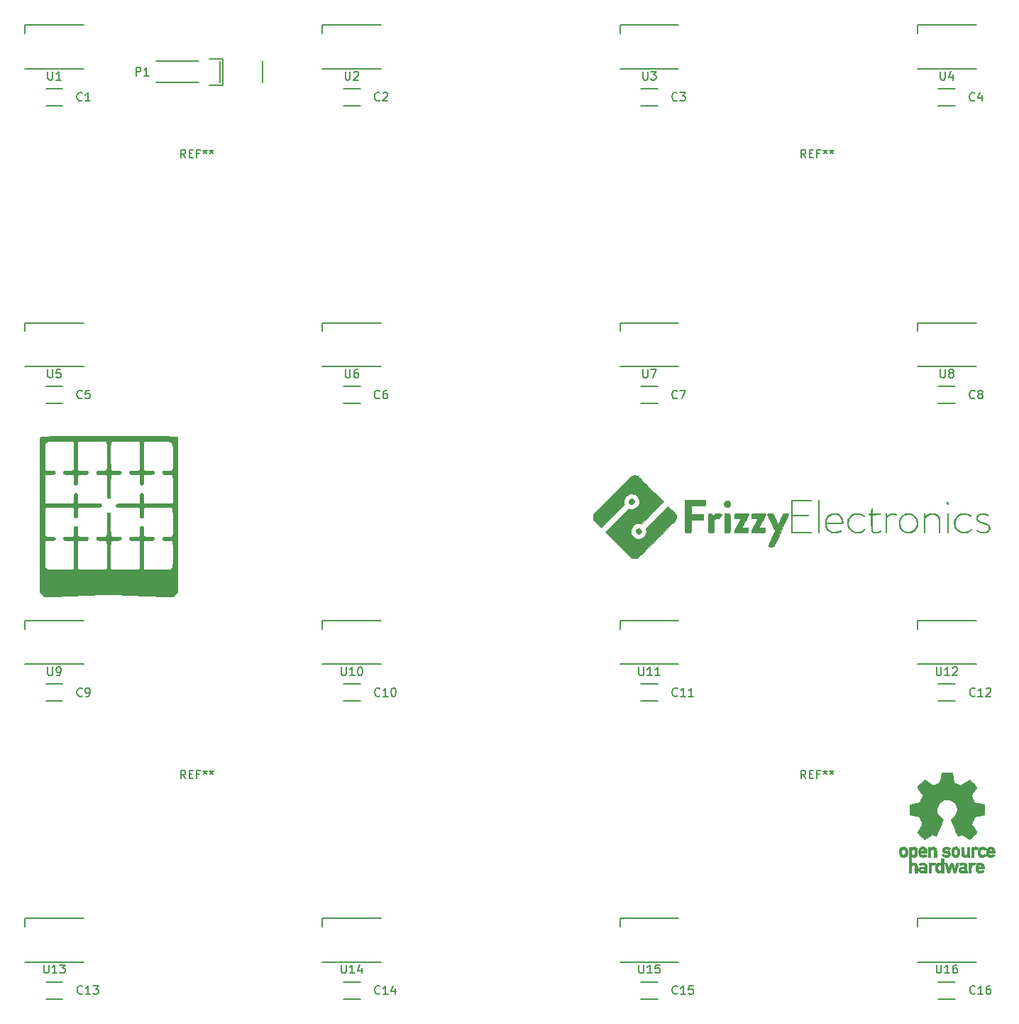
<source format=gbr>
G04 #@! TF.FileFunction,Legend,Top*
%FSLAX46Y46*%
G04 Gerber Fmt 4.6, Leading zero omitted, Abs format (unit mm)*
G04 Created by KiCad (PCBNEW 4.0.4+e1-6308~48~ubuntu16.04.1-stable) date Fri Jan  6 21:37:19 2017*
%MOMM*%
%LPD*%
G01*
G04 APERTURE LIST*
%ADD10C,0.100000*%
%ADD11C,0.150000*%
%ADD12C,0.010000*%
G04 APERTURE END LIST*
D10*
D11*
X102690000Y-44770000D02*
X107770000Y-44770000D01*
X115390000Y-44770000D02*
X115390000Y-42230000D01*
X107770000Y-42230000D02*
X102690000Y-42230000D01*
X109040000Y-41950000D02*
X110590000Y-41950000D01*
X110310000Y-42230000D02*
X110310000Y-44770000D01*
X110590000Y-45050000D02*
X109040000Y-45050000D01*
X110590000Y-45050000D02*
X110590000Y-41950000D01*
X91500000Y-45475000D02*
X89500000Y-45475000D01*
X89500000Y-47525000D02*
X91500000Y-47525000D01*
X127000000Y-45475000D02*
X125000000Y-45475000D01*
X125000000Y-47525000D02*
X127000000Y-47525000D01*
X162500000Y-45475000D02*
X160500000Y-45475000D01*
X160500000Y-47525000D02*
X162500000Y-47525000D01*
X198000000Y-45475000D02*
X196000000Y-45475000D01*
X196000000Y-47525000D02*
X198000000Y-47525000D01*
X91500000Y-80975000D02*
X89500000Y-80975000D01*
X89500000Y-83025000D02*
X91500000Y-83025000D01*
X127000000Y-80975000D02*
X125000000Y-80975000D01*
X125000000Y-83025000D02*
X127000000Y-83025000D01*
X162500000Y-80975000D02*
X160500000Y-80975000D01*
X160500000Y-83025000D02*
X162500000Y-83025000D01*
X198000000Y-80975000D02*
X196000000Y-80975000D01*
X196000000Y-83025000D02*
X198000000Y-83025000D01*
X91500000Y-116475000D02*
X89500000Y-116475000D01*
X89500000Y-118525000D02*
X91500000Y-118525000D01*
X127000000Y-116475000D02*
X125000000Y-116475000D01*
X125000000Y-118525000D02*
X127000000Y-118525000D01*
X162500000Y-116475000D02*
X160500000Y-116475000D01*
X160500000Y-118525000D02*
X162500000Y-118525000D01*
X198000000Y-116475000D02*
X196000000Y-116475000D01*
X196000000Y-118525000D02*
X198000000Y-118525000D01*
X91500000Y-151975000D02*
X89500000Y-151975000D01*
X89500000Y-154025000D02*
X91500000Y-154025000D01*
X127000000Y-151975000D02*
X125000000Y-151975000D01*
X125000000Y-154025000D02*
X127000000Y-154025000D01*
X162500000Y-151975000D02*
X160500000Y-151975000D01*
X160500000Y-154025000D02*
X162500000Y-154025000D01*
X198000000Y-151975000D02*
X196000000Y-151975000D01*
X196000000Y-154025000D02*
X198000000Y-154025000D01*
X94000000Y-43100000D02*
X87000000Y-43100000D01*
X94000000Y-37900000D02*
X87000000Y-37900000D01*
X87000000Y-37900000D02*
X87000000Y-38900000D01*
X129500000Y-43100000D02*
X122500000Y-43100000D01*
X129500000Y-37900000D02*
X122500000Y-37900000D01*
X122500000Y-37900000D02*
X122500000Y-38900000D01*
X165000000Y-43100000D02*
X158000000Y-43100000D01*
X165000000Y-37900000D02*
X158000000Y-37900000D01*
X158000000Y-37900000D02*
X158000000Y-38900000D01*
X200500000Y-43100000D02*
X193500000Y-43100000D01*
X200500000Y-37900000D02*
X193500000Y-37900000D01*
X193500000Y-37900000D02*
X193500000Y-38900000D01*
X94000000Y-78600000D02*
X87000000Y-78600000D01*
X94000000Y-73400000D02*
X87000000Y-73400000D01*
X87000000Y-73400000D02*
X87000000Y-74400000D01*
X129500000Y-78600000D02*
X122500000Y-78600000D01*
X129500000Y-73400000D02*
X122500000Y-73400000D01*
X122500000Y-73400000D02*
X122500000Y-74400000D01*
X165000000Y-78600000D02*
X158000000Y-78600000D01*
X165000000Y-73400000D02*
X158000000Y-73400000D01*
X158000000Y-73400000D02*
X158000000Y-74400000D01*
X200500000Y-78600000D02*
X193500000Y-78600000D01*
X200500000Y-73400000D02*
X193500000Y-73400000D01*
X193500000Y-73400000D02*
X193500000Y-74400000D01*
X94000000Y-114100000D02*
X87000000Y-114100000D01*
X94000000Y-108900000D02*
X87000000Y-108900000D01*
X87000000Y-108900000D02*
X87000000Y-109900000D01*
X129500000Y-114100000D02*
X122500000Y-114100000D01*
X129500000Y-108900000D02*
X122500000Y-108900000D01*
X122500000Y-108900000D02*
X122500000Y-109900000D01*
X165000000Y-114100000D02*
X158000000Y-114100000D01*
X165000000Y-108900000D02*
X158000000Y-108900000D01*
X158000000Y-108900000D02*
X158000000Y-109900000D01*
X200500000Y-114100000D02*
X193500000Y-114100000D01*
X200500000Y-108900000D02*
X193500000Y-108900000D01*
X193500000Y-108900000D02*
X193500000Y-109900000D01*
X94000000Y-149600000D02*
X87000000Y-149600000D01*
X94000000Y-144400000D02*
X87000000Y-144400000D01*
X87000000Y-144400000D02*
X87000000Y-145400000D01*
X129500000Y-149600000D02*
X122500000Y-149600000D01*
X129500000Y-144400000D02*
X122500000Y-144400000D01*
X122500000Y-144400000D02*
X122500000Y-145400000D01*
X165000000Y-149600000D02*
X158000000Y-149600000D01*
X165000000Y-144400000D02*
X158000000Y-144400000D01*
X158000000Y-144400000D02*
X158000000Y-145400000D01*
X200500000Y-149600000D02*
X193500000Y-149600000D01*
X200500000Y-144400000D02*
X193500000Y-144400000D01*
X193500000Y-144400000D02*
X193500000Y-145400000D01*
D12*
G36*
X159834754Y-91598250D02*
X159986348Y-91631170D01*
X160110993Y-91684849D01*
X160135901Y-91703637D01*
X160182590Y-91744794D01*
X160251244Y-91808502D01*
X160342048Y-91894939D01*
X160455185Y-92004285D01*
X160590839Y-92136719D01*
X160749193Y-92292422D01*
X160930431Y-92471573D01*
X161134737Y-92674351D01*
X161362295Y-92900936D01*
X161613288Y-93151507D01*
X161691297Y-93229497D01*
X163193205Y-94731476D01*
X161867591Y-96057010D01*
X160541976Y-97382544D01*
X160466355Y-97355125D01*
X160411404Y-97340432D01*
X160337824Y-97327518D01*
X160260843Y-97319019D01*
X160255267Y-97318626D01*
X160089961Y-97323410D01*
X159932225Y-97358207D01*
X159784838Y-97419866D01*
X159650579Y-97505239D01*
X159532228Y-97611175D01*
X159432563Y-97734524D01*
X159354365Y-97872135D01*
X159300411Y-98020860D01*
X159273481Y-98177547D01*
X159276354Y-98339047D01*
X159288514Y-98414400D01*
X159339695Y-98583077D01*
X159418275Y-98737486D01*
X159521074Y-98874180D01*
X159644909Y-98989714D01*
X159786599Y-99080640D01*
X159942961Y-99143512D01*
X159968104Y-99150472D01*
X160074061Y-99168755D01*
X160196405Y-99175350D01*
X160319739Y-99170258D01*
X160428665Y-99153477D01*
X160440830Y-99150472D01*
X160600575Y-99091809D01*
X160746778Y-99004294D01*
X160875599Y-98891521D01*
X160983197Y-98757086D01*
X161065732Y-98604584D01*
X161089515Y-98543247D01*
X161119762Y-98421859D01*
X161133767Y-98286482D01*
X161131166Y-98150406D01*
X161111594Y-98026921D01*
X161104400Y-98000864D01*
X161073900Y-97900594D01*
X163718020Y-95256474D01*
X164142179Y-95679737D01*
X164257127Y-95794767D01*
X164350541Y-95889184D01*
X164425124Y-95966026D01*
X164483581Y-96028333D01*
X164528615Y-96079144D01*
X164562932Y-96121497D01*
X164589235Y-96158431D01*
X164610227Y-96192986D01*
X164626608Y-96224143D01*
X164678475Y-96365212D01*
X164700051Y-96514284D01*
X164691725Y-96665025D01*
X164653887Y-96811101D01*
X164586930Y-96946177D01*
X164581603Y-96954389D01*
X164561075Y-96979201D01*
X164517017Y-97027234D01*
X164449995Y-97097914D01*
X164360576Y-97190667D01*
X164249326Y-97304918D01*
X164116814Y-97440093D01*
X163963606Y-97595617D01*
X163790268Y-97770917D01*
X163597369Y-97965417D01*
X163385474Y-98178544D01*
X163155151Y-98409723D01*
X162906967Y-98658379D01*
X162641489Y-98923939D01*
X162359284Y-99205827D01*
X162352649Y-99212450D01*
X162078187Y-99486510D01*
X161826695Y-99737752D01*
X161597053Y-99967164D01*
X161388143Y-100175733D01*
X161198846Y-100364450D01*
X161028045Y-100534301D01*
X160874620Y-100686276D01*
X160737453Y-100821362D01*
X160615426Y-100940548D01*
X160507420Y-101044822D01*
X160412317Y-101135172D01*
X160328998Y-101212588D01*
X160256345Y-101278056D01*
X160193240Y-101332565D01*
X160138564Y-101377105D01*
X160091198Y-101412662D01*
X160050025Y-101440225D01*
X160013925Y-101460783D01*
X159981780Y-101475324D01*
X159952472Y-101484836D01*
X159924883Y-101490307D01*
X159897893Y-101492727D01*
X159870385Y-101493082D01*
X159841240Y-101492362D01*
X159809340Y-101491554D01*
X159773565Y-101491648D01*
X159773320Y-101491653D01*
X159665432Y-101491135D01*
X159580023Y-101484418D01*
X159527134Y-101473423D01*
X159500675Y-101464434D01*
X159475304Y-101454767D01*
X159449664Y-101443162D01*
X159422402Y-101428360D01*
X159392162Y-101409102D01*
X159357589Y-101384129D01*
X159317328Y-101352181D01*
X159270023Y-101311999D01*
X159214321Y-101262324D01*
X159148865Y-101201896D01*
X159072301Y-101129457D01*
X158983273Y-101043746D01*
X158880427Y-100943505D01*
X158762407Y-100827473D01*
X158627859Y-100694393D01*
X158475427Y-100543004D01*
X158303756Y-100372048D01*
X158111491Y-100180265D01*
X157897278Y-99966395D01*
X157787143Y-99856403D01*
X156267286Y-98338458D01*
X157649988Y-96955678D01*
X159032691Y-95572899D01*
X159102112Y-95598364D01*
X159182876Y-95618691D01*
X159284170Y-95630721D01*
X159393592Y-95634055D01*
X159498740Y-95628299D01*
X159584364Y-95613796D01*
X159751768Y-95554574D01*
X159901693Y-95468881D01*
X160031632Y-95359890D01*
X160139074Y-95230771D01*
X160221510Y-95084696D01*
X160276432Y-94924837D01*
X160301331Y-94754365D01*
X160302581Y-94706000D01*
X160286088Y-94533041D01*
X160237958Y-94367835D01*
X160160209Y-94214375D01*
X160054861Y-94076654D01*
X159925155Y-93959581D01*
X159781011Y-93869800D01*
X159628006Y-93811138D01*
X159460797Y-93781662D01*
X159425534Y-93779120D01*
X159246811Y-93784204D01*
X159080880Y-93820579D01*
X158926982Y-93888537D01*
X158784359Y-93988370D01*
X158714657Y-94052718D01*
X158599731Y-94190394D01*
X158514762Y-94340813D01*
X158460604Y-94500922D01*
X158438107Y-94667671D01*
X158448123Y-94838010D01*
X158468457Y-94934600D01*
X158500028Y-95053134D01*
X157121345Y-96433123D01*
X155742662Y-97813113D01*
X155359721Y-97432190D01*
X155262398Y-97334327D01*
X155170040Y-97239474D01*
X155086214Y-97151446D01*
X155014488Y-97074059D01*
X154958428Y-97011126D01*
X154921601Y-96966463D01*
X154912937Y-96954389D01*
X154845689Y-96822724D01*
X154805921Y-96677784D01*
X154794252Y-96526926D01*
X154811304Y-96377506D01*
X154853198Y-96246934D01*
X154859862Y-96232678D01*
X154868226Y-96217365D01*
X154879332Y-96199924D01*
X154894219Y-96179284D01*
X154913926Y-96154376D01*
X154939494Y-96124130D01*
X154971964Y-96087477D01*
X155012374Y-96043346D01*
X155061765Y-95990667D01*
X155121176Y-95928370D01*
X155191649Y-95855386D01*
X155274222Y-95770644D01*
X155369935Y-95673075D01*
X155479829Y-95561609D01*
X155604944Y-95435176D01*
X155746319Y-95292705D01*
X155904995Y-95133127D01*
X156082011Y-94955373D01*
X156278407Y-94758371D01*
X156495223Y-94541053D01*
X156733500Y-94302348D01*
X156994277Y-94041187D01*
X157102987Y-93932331D01*
X157410454Y-93624628D01*
X157694454Y-93340761D01*
X157955284Y-93080437D01*
X158193242Y-92843362D01*
X158408625Y-92629244D01*
X158601730Y-92437789D01*
X158772856Y-92268704D01*
X158922299Y-92121696D01*
X159050357Y-91996472D01*
X159157327Y-91892739D01*
X159243506Y-91810204D01*
X159309193Y-91748574D01*
X159354684Y-91707555D01*
X159380277Y-91686855D01*
X159383285Y-91684988D01*
X159527554Y-91625160D01*
X159679933Y-91596247D01*
X159834754Y-91598250D01*
X159834754Y-91598250D01*
G37*
X159834754Y-91598250D02*
X159986348Y-91631170D01*
X160110993Y-91684849D01*
X160135901Y-91703637D01*
X160182590Y-91744794D01*
X160251244Y-91808502D01*
X160342048Y-91894939D01*
X160455185Y-92004285D01*
X160590839Y-92136719D01*
X160749193Y-92292422D01*
X160930431Y-92471573D01*
X161134737Y-92674351D01*
X161362295Y-92900936D01*
X161613288Y-93151507D01*
X161691297Y-93229497D01*
X163193205Y-94731476D01*
X161867591Y-96057010D01*
X160541976Y-97382544D01*
X160466355Y-97355125D01*
X160411404Y-97340432D01*
X160337824Y-97327518D01*
X160260843Y-97319019D01*
X160255267Y-97318626D01*
X160089961Y-97323410D01*
X159932225Y-97358207D01*
X159784838Y-97419866D01*
X159650579Y-97505239D01*
X159532228Y-97611175D01*
X159432563Y-97734524D01*
X159354365Y-97872135D01*
X159300411Y-98020860D01*
X159273481Y-98177547D01*
X159276354Y-98339047D01*
X159288514Y-98414400D01*
X159339695Y-98583077D01*
X159418275Y-98737486D01*
X159521074Y-98874180D01*
X159644909Y-98989714D01*
X159786599Y-99080640D01*
X159942961Y-99143512D01*
X159968104Y-99150472D01*
X160074061Y-99168755D01*
X160196405Y-99175350D01*
X160319739Y-99170258D01*
X160428665Y-99153477D01*
X160440830Y-99150472D01*
X160600575Y-99091809D01*
X160746778Y-99004294D01*
X160875599Y-98891521D01*
X160983197Y-98757086D01*
X161065732Y-98604584D01*
X161089515Y-98543247D01*
X161119762Y-98421859D01*
X161133767Y-98286482D01*
X161131166Y-98150406D01*
X161111594Y-98026921D01*
X161104400Y-98000864D01*
X161073900Y-97900594D01*
X163718020Y-95256474D01*
X164142179Y-95679737D01*
X164257127Y-95794767D01*
X164350541Y-95889184D01*
X164425124Y-95966026D01*
X164483581Y-96028333D01*
X164528615Y-96079144D01*
X164562932Y-96121497D01*
X164589235Y-96158431D01*
X164610227Y-96192986D01*
X164626608Y-96224143D01*
X164678475Y-96365212D01*
X164700051Y-96514284D01*
X164691725Y-96665025D01*
X164653887Y-96811101D01*
X164586930Y-96946177D01*
X164581603Y-96954389D01*
X164561075Y-96979201D01*
X164517017Y-97027234D01*
X164449995Y-97097914D01*
X164360576Y-97190667D01*
X164249326Y-97304918D01*
X164116814Y-97440093D01*
X163963606Y-97595617D01*
X163790268Y-97770917D01*
X163597369Y-97965417D01*
X163385474Y-98178544D01*
X163155151Y-98409723D01*
X162906967Y-98658379D01*
X162641489Y-98923939D01*
X162359284Y-99205827D01*
X162352649Y-99212450D01*
X162078187Y-99486510D01*
X161826695Y-99737752D01*
X161597053Y-99967164D01*
X161388143Y-100175733D01*
X161198846Y-100364450D01*
X161028045Y-100534301D01*
X160874620Y-100686276D01*
X160737453Y-100821362D01*
X160615426Y-100940548D01*
X160507420Y-101044822D01*
X160412317Y-101135172D01*
X160328998Y-101212588D01*
X160256345Y-101278056D01*
X160193240Y-101332565D01*
X160138564Y-101377105D01*
X160091198Y-101412662D01*
X160050025Y-101440225D01*
X160013925Y-101460783D01*
X159981780Y-101475324D01*
X159952472Y-101484836D01*
X159924883Y-101490307D01*
X159897893Y-101492727D01*
X159870385Y-101493082D01*
X159841240Y-101492362D01*
X159809340Y-101491554D01*
X159773565Y-101491648D01*
X159773320Y-101491653D01*
X159665432Y-101491135D01*
X159580023Y-101484418D01*
X159527134Y-101473423D01*
X159500675Y-101464434D01*
X159475304Y-101454767D01*
X159449664Y-101443162D01*
X159422402Y-101428360D01*
X159392162Y-101409102D01*
X159357589Y-101384129D01*
X159317328Y-101352181D01*
X159270023Y-101311999D01*
X159214321Y-101262324D01*
X159148865Y-101201896D01*
X159072301Y-101129457D01*
X158983273Y-101043746D01*
X158880427Y-100943505D01*
X158762407Y-100827473D01*
X158627859Y-100694393D01*
X158475427Y-100543004D01*
X158303756Y-100372048D01*
X158111491Y-100180265D01*
X157897278Y-99966395D01*
X157787143Y-99856403D01*
X156267286Y-98338458D01*
X157649988Y-96955678D01*
X159032691Y-95572899D01*
X159102112Y-95598364D01*
X159182876Y-95618691D01*
X159284170Y-95630721D01*
X159393592Y-95634055D01*
X159498740Y-95628299D01*
X159584364Y-95613796D01*
X159751768Y-95554574D01*
X159901693Y-95468881D01*
X160031632Y-95359890D01*
X160139074Y-95230771D01*
X160221510Y-95084696D01*
X160276432Y-94924837D01*
X160301331Y-94754365D01*
X160302581Y-94706000D01*
X160286088Y-94533041D01*
X160237958Y-94367835D01*
X160160209Y-94214375D01*
X160054861Y-94076654D01*
X159925155Y-93959581D01*
X159781011Y-93869800D01*
X159628006Y-93811138D01*
X159460797Y-93781662D01*
X159425534Y-93779120D01*
X159246811Y-93784204D01*
X159080880Y-93820579D01*
X158926982Y-93888537D01*
X158784359Y-93988370D01*
X158714657Y-94052718D01*
X158599731Y-94190394D01*
X158514762Y-94340813D01*
X158460604Y-94500922D01*
X158438107Y-94667671D01*
X158448123Y-94838010D01*
X158468457Y-94934600D01*
X158500028Y-95053134D01*
X157121345Y-96433123D01*
X155742662Y-97813113D01*
X155359721Y-97432190D01*
X155262398Y-97334327D01*
X155170040Y-97239474D01*
X155086214Y-97151446D01*
X155014488Y-97074059D01*
X154958428Y-97011126D01*
X154921601Y-96966463D01*
X154912937Y-96954389D01*
X154845689Y-96822724D01*
X154805921Y-96677784D01*
X154794252Y-96526926D01*
X154811304Y-96377506D01*
X154853198Y-96246934D01*
X154859862Y-96232678D01*
X154868226Y-96217365D01*
X154879332Y-96199924D01*
X154894219Y-96179284D01*
X154913926Y-96154376D01*
X154939494Y-96124130D01*
X154971964Y-96087477D01*
X155012374Y-96043346D01*
X155061765Y-95990667D01*
X155121176Y-95928370D01*
X155191649Y-95855386D01*
X155274222Y-95770644D01*
X155369935Y-95673075D01*
X155479829Y-95561609D01*
X155604944Y-95435176D01*
X155746319Y-95292705D01*
X155904995Y-95133127D01*
X156082011Y-94955373D01*
X156278407Y-94758371D01*
X156495223Y-94541053D01*
X156733500Y-94302348D01*
X156994277Y-94041187D01*
X157102987Y-93932331D01*
X157410454Y-93624628D01*
X157694454Y-93340761D01*
X157955284Y-93080437D01*
X158193242Y-92843362D01*
X158408625Y-92629244D01*
X158601730Y-92437789D01*
X158772856Y-92268704D01*
X158922299Y-92121696D01*
X159050357Y-91996472D01*
X159157327Y-91892739D01*
X159243506Y-91810204D01*
X159309193Y-91748574D01*
X159354684Y-91707555D01*
X159380277Y-91686855D01*
X159383285Y-91684988D01*
X159527554Y-91625160D01*
X159679933Y-91596247D01*
X159834754Y-91598250D01*
G36*
X177854488Y-96162544D02*
X177932320Y-96163735D01*
X177986728Y-96166384D01*
X178022931Y-96171030D01*
X178046151Y-96178217D01*
X178061607Y-96188486D01*
X178068597Y-96195540D01*
X178090213Y-96238485D01*
X178090779Y-96267507D01*
X178082243Y-96290024D01*
X178060475Y-96340782D01*
X178026545Y-96417471D01*
X177981522Y-96517785D01*
X177926476Y-96639412D01*
X177862476Y-96780046D01*
X177790593Y-96937376D01*
X177711895Y-97109094D01*
X177627453Y-97292892D01*
X177538336Y-97486460D01*
X177445613Y-97687490D01*
X177350355Y-97893673D01*
X177253631Y-98102700D01*
X177156510Y-98312263D01*
X177060063Y-98520052D01*
X176965359Y-98723758D01*
X176873467Y-98921074D01*
X176785457Y-99109689D01*
X176702400Y-99287296D01*
X176625364Y-99451586D01*
X176555419Y-99600249D01*
X176493635Y-99730978D01*
X176441081Y-99841462D01*
X176398827Y-99929394D01*
X176367943Y-99992464D01*
X176349499Y-100028365D01*
X176344978Y-100035767D01*
X176330846Y-100049765D01*
X176314028Y-100059836D01*
X176289141Y-100066626D01*
X176250804Y-100070779D01*
X176193633Y-100072940D01*
X176112247Y-100073753D01*
X176026925Y-100073867D01*
X175918861Y-100073375D01*
X175839706Y-100071617D01*
X175784512Y-100068169D01*
X175748329Y-100062606D01*
X175726211Y-100054503D01*
X175716610Y-100047257D01*
X175695757Y-100009925D01*
X175690000Y-99977346D01*
X175697066Y-99954241D01*
X175717386Y-99903504D01*
X175749642Y-99828077D01*
X175792515Y-99730899D01*
X175844688Y-99614909D01*
X175904842Y-99483049D01*
X175971659Y-99338259D01*
X176043822Y-99183478D01*
X176089024Y-99087275D01*
X176488049Y-98240507D01*
X176029758Y-97267183D01*
X175949636Y-97096437D01*
X175873968Y-96934053D01*
X175803977Y-96782733D01*
X175740889Y-96645176D01*
X175685928Y-96524087D01*
X175640318Y-96422165D01*
X175605285Y-96342112D01*
X175582052Y-96286631D01*
X175571844Y-96258423D01*
X175571467Y-96256087D01*
X175574423Y-96224782D01*
X175586052Y-96201250D01*
X175610493Y-96184408D01*
X175651887Y-96173172D01*
X175714374Y-96166459D01*
X175802093Y-96163187D01*
X175919185Y-96162271D01*
X175930009Y-96162267D01*
X176038634Y-96162611D01*
X176118407Y-96163950D01*
X176174338Y-96166744D01*
X176211436Y-96171454D01*
X176234712Y-96178541D01*
X176249176Y-96188464D01*
X176252405Y-96191900D01*
X176264771Y-96213492D01*
X176289172Y-96262591D01*
X176323990Y-96335713D01*
X176367605Y-96429373D01*
X176418400Y-96540085D01*
X176474757Y-96664366D01*
X176535056Y-96798729D01*
X176555163Y-96843834D01*
X176615654Y-96979262D01*
X176672021Y-97104532D01*
X176722762Y-97216373D01*
X176766374Y-97311514D01*
X176801354Y-97386684D01*
X176826199Y-97438612D01*
X176839408Y-97464028D01*
X176841034Y-97466058D01*
X176849539Y-97451062D01*
X176870102Y-97408284D01*
X176901245Y-97340983D01*
X176941492Y-97252419D01*
X176989364Y-97145855D01*
X177043383Y-97024549D01*
X177102072Y-96891763D01*
X177126908Y-96835291D01*
X177187753Y-96697700D01*
X177245283Y-96569429D01*
X177297907Y-96453893D01*
X177344036Y-96354504D01*
X177382077Y-96274676D01*
X177410440Y-96217822D01*
X177427534Y-96187356D01*
X177430711Y-96183434D01*
X177454443Y-96174725D01*
X177502165Y-96168460D01*
X177576669Y-96164453D01*
X177680741Y-96162517D01*
X177748012Y-96162267D01*
X177854488Y-96162544D01*
X177854488Y-96162544D01*
G37*
X177854488Y-96162544D02*
X177932320Y-96163735D01*
X177986728Y-96166384D01*
X178022931Y-96171030D01*
X178046151Y-96178217D01*
X178061607Y-96188486D01*
X178068597Y-96195540D01*
X178090213Y-96238485D01*
X178090779Y-96267507D01*
X178082243Y-96290024D01*
X178060475Y-96340782D01*
X178026545Y-96417471D01*
X177981522Y-96517785D01*
X177926476Y-96639412D01*
X177862476Y-96780046D01*
X177790593Y-96937376D01*
X177711895Y-97109094D01*
X177627453Y-97292892D01*
X177538336Y-97486460D01*
X177445613Y-97687490D01*
X177350355Y-97893673D01*
X177253631Y-98102700D01*
X177156510Y-98312263D01*
X177060063Y-98520052D01*
X176965359Y-98723758D01*
X176873467Y-98921074D01*
X176785457Y-99109689D01*
X176702400Y-99287296D01*
X176625364Y-99451586D01*
X176555419Y-99600249D01*
X176493635Y-99730978D01*
X176441081Y-99841462D01*
X176398827Y-99929394D01*
X176367943Y-99992464D01*
X176349499Y-100028365D01*
X176344978Y-100035767D01*
X176330846Y-100049765D01*
X176314028Y-100059836D01*
X176289141Y-100066626D01*
X176250804Y-100070779D01*
X176193633Y-100072940D01*
X176112247Y-100073753D01*
X176026925Y-100073867D01*
X175918861Y-100073375D01*
X175839706Y-100071617D01*
X175784512Y-100068169D01*
X175748329Y-100062606D01*
X175726211Y-100054503D01*
X175716610Y-100047257D01*
X175695757Y-100009925D01*
X175690000Y-99977346D01*
X175697066Y-99954241D01*
X175717386Y-99903504D01*
X175749642Y-99828077D01*
X175792515Y-99730899D01*
X175844688Y-99614909D01*
X175904842Y-99483049D01*
X175971659Y-99338259D01*
X176043822Y-99183478D01*
X176089024Y-99087275D01*
X176488049Y-98240507D01*
X176029758Y-97267183D01*
X175949636Y-97096437D01*
X175873968Y-96934053D01*
X175803977Y-96782733D01*
X175740889Y-96645176D01*
X175685928Y-96524087D01*
X175640318Y-96422165D01*
X175605285Y-96342112D01*
X175582052Y-96286631D01*
X175571844Y-96258423D01*
X175571467Y-96256087D01*
X175574423Y-96224782D01*
X175586052Y-96201250D01*
X175610493Y-96184408D01*
X175651887Y-96173172D01*
X175714374Y-96166459D01*
X175802093Y-96163187D01*
X175919185Y-96162271D01*
X175930009Y-96162267D01*
X176038634Y-96162611D01*
X176118407Y-96163950D01*
X176174338Y-96166744D01*
X176211436Y-96171454D01*
X176234712Y-96178541D01*
X176249176Y-96188464D01*
X176252405Y-96191900D01*
X176264771Y-96213492D01*
X176289172Y-96262591D01*
X176323990Y-96335713D01*
X176367605Y-96429373D01*
X176418400Y-96540085D01*
X176474757Y-96664366D01*
X176535056Y-96798729D01*
X176555163Y-96843834D01*
X176615654Y-96979262D01*
X176672021Y-97104532D01*
X176722762Y-97216373D01*
X176766374Y-97311514D01*
X176801354Y-97386684D01*
X176826199Y-97438612D01*
X176839408Y-97464028D01*
X176841034Y-97466058D01*
X176849539Y-97451062D01*
X176870102Y-97408284D01*
X176901245Y-97340983D01*
X176941492Y-97252419D01*
X176989364Y-97145855D01*
X177043383Y-97024549D01*
X177102072Y-96891763D01*
X177126908Y-96835291D01*
X177187753Y-96697700D01*
X177245283Y-96569429D01*
X177297907Y-96453893D01*
X177344036Y-96354504D01*
X177382077Y-96274676D01*
X177410440Y-96217822D01*
X177427534Y-96187356D01*
X177430711Y-96183434D01*
X177454443Y-96174725D01*
X177502165Y-96168460D01*
X177576669Y-96164453D01*
X177680741Y-96162517D01*
X177748012Y-96162267D01*
X177854488Y-96162544D01*
G36*
X160297507Y-97937875D02*
X160380696Y-97975792D01*
X160452102Y-98038084D01*
X160505969Y-98124634D01*
X160508459Y-98130454D01*
X160531482Y-98214470D01*
X160526850Y-98297196D01*
X160493947Y-98387773D01*
X160490696Y-98394388D01*
X160433488Y-98475636D01*
X160357404Y-98534894D01*
X160269328Y-98569210D01*
X160176143Y-98575633D01*
X160105191Y-98559695D01*
X160021580Y-98513173D01*
X159951574Y-98444202D01*
X159901207Y-98361030D01*
X159876511Y-98271905D01*
X159875011Y-98245067D01*
X159882454Y-98190659D01*
X159900885Y-98130625D01*
X159906272Y-98118067D01*
X159962038Y-98032330D01*
X160034801Y-97971561D01*
X160118804Y-97935641D01*
X160208291Y-97924452D01*
X160297507Y-97937875D01*
X160297507Y-97937875D01*
G37*
X160297507Y-97937875D02*
X160380696Y-97975792D01*
X160452102Y-98038084D01*
X160505969Y-98124634D01*
X160508459Y-98130454D01*
X160531482Y-98214470D01*
X160526850Y-98297196D01*
X160493947Y-98387773D01*
X160490696Y-98394388D01*
X160433488Y-98475636D01*
X160357404Y-98534894D01*
X160269328Y-98569210D01*
X160176143Y-98575633D01*
X160105191Y-98559695D01*
X160021580Y-98513173D01*
X159951574Y-98444202D01*
X159901207Y-98361030D01*
X159876511Y-98271905D01*
X159875011Y-98245067D01*
X159882454Y-98190659D01*
X159900885Y-98130625D01*
X159906272Y-98118067D01*
X159962038Y-98032330D01*
X160034801Y-97971561D01*
X160118804Y-97935641D01*
X160208291Y-97924452D01*
X160297507Y-97937875D01*
G36*
X183753609Y-96126741D02*
X183928741Y-96171169D01*
X184088422Y-96243100D01*
X184230153Y-96340589D01*
X184351436Y-96461691D01*
X184449772Y-96604461D01*
X184522662Y-96766954D01*
X184555163Y-96882016D01*
X184568778Y-96962178D01*
X184576545Y-97048579D01*
X184578621Y-97133794D01*
X184575161Y-97210393D01*
X184566321Y-97270950D01*
X184552254Y-97308038D01*
X184546134Y-97314094D01*
X184524013Y-97317456D01*
X184470174Y-97320510D01*
X184386765Y-97323220D01*
X184275933Y-97325551D01*
X184139826Y-97327468D01*
X183980592Y-97328934D01*
X183800377Y-97329916D01*
X183601330Y-97330378D01*
X183551300Y-97330408D01*
X182581867Y-97330667D01*
X182581867Y-97404158D01*
X182589661Y-97487343D01*
X182610785Y-97587800D01*
X182641849Y-97693349D01*
X182679463Y-97791809D01*
X182703900Y-97842669D01*
X182793239Y-97978790D01*
X182905614Y-98099443D01*
X183034738Y-98199290D01*
X183174323Y-98272989D01*
X183237498Y-98295778D01*
X183402798Y-98330917D01*
X183580938Y-98340624D01*
X183763750Y-98326033D01*
X183943067Y-98288277D01*
X184110721Y-98228487D01*
X184246277Y-98155878D01*
X184299987Y-98122043D01*
X184333034Y-98105075D01*
X184352785Y-98102841D01*
X184366611Y-98113207D01*
X184371546Y-98119596D01*
X184389522Y-98149435D01*
X184387633Y-98172378D01*
X184362499Y-98198444D01*
X184338700Y-98216871D01*
X184207836Y-98297122D01*
X184053883Y-98361802D01*
X183884570Y-98409386D01*
X183707624Y-98438348D01*
X183530774Y-98447163D01*
X183361748Y-98434306D01*
X183296874Y-98422497D01*
X183125457Y-98368423D01*
X182968451Y-98284836D01*
X182827918Y-98173759D01*
X182705922Y-98037213D01*
X182604525Y-97877222D01*
X182525788Y-97695807D01*
X182511456Y-97652400D01*
X182495063Y-97595207D01*
X182483856Y-97541407D01*
X182476924Y-97482332D01*
X182473352Y-97409311D01*
X182472229Y-97313675D01*
X182472232Y-97279867D01*
X182472961Y-97229067D01*
X182570988Y-97229067D01*
X184483471Y-97229067D01*
X184472551Y-97075219D01*
X184445045Y-96892371D01*
X184390300Y-96727870D01*
X184309183Y-96583088D01*
X184202561Y-96459398D01*
X184071300Y-96358173D01*
X183992096Y-96314131D01*
X183836886Y-96255106D01*
X183671001Y-96223290D01*
X183501002Y-96218349D01*
X183333447Y-96239949D01*
X183174896Y-96287756D01*
X183031909Y-96361437D01*
X183029379Y-96363090D01*
X182887367Y-96475762D01*
X182771049Y-96610142D01*
X182681060Y-96765157D01*
X182618035Y-96939732D01*
X182584643Y-97114767D01*
X182570988Y-97229067D01*
X182472961Y-97229067D01*
X182473950Y-97160155D01*
X182479065Y-97066630D01*
X182488234Y-96991722D01*
X182502115Y-96927864D01*
X182503098Y-96924267D01*
X182571308Y-96734846D01*
X182664055Y-96568071D01*
X182779687Y-96425204D01*
X182916550Y-96307511D01*
X183072992Y-96216255D01*
X183247360Y-96152700D01*
X183438001Y-96118111D01*
X183565525Y-96111761D01*
X183753609Y-96126741D01*
X183753609Y-96126741D01*
G37*
X183753609Y-96126741D02*
X183928741Y-96171169D01*
X184088422Y-96243100D01*
X184230153Y-96340589D01*
X184351436Y-96461691D01*
X184449772Y-96604461D01*
X184522662Y-96766954D01*
X184555163Y-96882016D01*
X184568778Y-96962178D01*
X184576545Y-97048579D01*
X184578621Y-97133794D01*
X184575161Y-97210393D01*
X184566321Y-97270950D01*
X184552254Y-97308038D01*
X184546134Y-97314094D01*
X184524013Y-97317456D01*
X184470174Y-97320510D01*
X184386765Y-97323220D01*
X184275933Y-97325551D01*
X184139826Y-97327468D01*
X183980592Y-97328934D01*
X183800377Y-97329916D01*
X183601330Y-97330378D01*
X183551300Y-97330408D01*
X182581867Y-97330667D01*
X182581867Y-97404158D01*
X182589661Y-97487343D01*
X182610785Y-97587800D01*
X182641849Y-97693349D01*
X182679463Y-97791809D01*
X182703900Y-97842669D01*
X182793239Y-97978790D01*
X182905614Y-98099443D01*
X183034738Y-98199290D01*
X183174323Y-98272989D01*
X183237498Y-98295778D01*
X183402798Y-98330917D01*
X183580938Y-98340624D01*
X183763750Y-98326033D01*
X183943067Y-98288277D01*
X184110721Y-98228487D01*
X184246277Y-98155878D01*
X184299987Y-98122043D01*
X184333034Y-98105075D01*
X184352785Y-98102841D01*
X184366611Y-98113207D01*
X184371546Y-98119596D01*
X184389522Y-98149435D01*
X184387633Y-98172378D01*
X184362499Y-98198444D01*
X184338700Y-98216871D01*
X184207836Y-98297122D01*
X184053883Y-98361802D01*
X183884570Y-98409386D01*
X183707624Y-98438348D01*
X183530774Y-98447163D01*
X183361748Y-98434306D01*
X183296874Y-98422497D01*
X183125457Y-98368423D01*
X182968451Y-98284836D01*
X182827918Y-98173759D01*
X182705922Y-98037213D01*
X182604525Y-97877222D01*
X182525788Y-97695807D01*
X182511456Y-97652400D01*
X182495063Y-97595207D01*
X182483856Y-97541407D01*
X182476924Y-97482332D01*
X182473352Y-97409311D01*
X182472229Y-97313675D01*
X182472232Y-97279867D01*
X182472961Y-97229067D01*
X182570988Y-97229067D01*
X184483471Y-97229067D01*
X184472551Y-97075219D01*
X184445045Y-96892371D01*
X184390300Y-96727870D01*
X184309183Y-96583088D01*
X184202561Y-96459398D01*
X184071300Y-96358173D01*
X183992096Y-96314131D01*
X183836886Y-96255106D01*
X183671001Y-96223290D01*
X183501002Y-96218349D01*
X183333447Y-96239949D01*
X183174896Y-96287756D01*
X183031909Y-96361437D01*
X183029379Y-96363090D01*
X182887367Y-96475762D01*
X182771049Y-96610142D01*
X182681060Y-96765157D01*
X182618035Y-96939732D01*
X182584643Y-97114767D01*
X182570988Y-97229067D01*
X182472961Y-97229067D01*
X182473950Y-97160155D01*
X182479065Y-97066630D01*
X182488234Y-96991722D01*
X182502115Y-96927864D01*
X182503098Y-96924267D01*
X182571308Y-96734846D01*
X182664055Y-96568071D01*
X182779687Y-96425204D01*
X182916550Y-96307511D01*
X183072992Y-96216255D01*
X183247360Y-96152700D01*
X183438001Y-96118111D01*
X183565525Y-96111761D01*
X183753609Y-96126741D01*
G36*
X186515237Y-96127259D02*
X186608916Y-96145470D01*
X186715842Y-96175896D01*
X186821312Y-96214533D01*
X186920352Y-96258649D01*
X187007984Y-96305513D01*
X187079232Y-96352394D01*
X187129119Y-96396561D01*
X187152669Y-96435284D01*
X187153867Y-96444537D01*
X187142675Y-96475935D01*
X187112013Y-96483339D01*
X187066249Y-96466813D01*
X187029820Y-96442771D01*
X186967772Y-96402854D01*
X186883849Y-96358862D01*
X186788827Y-96315704D01*
X186693483Y-96278291D01*
X186612000Y-96252428D01*
X186515220Y-96234534D01*
X186398040Y-96224781D01*
X186272427Y-96223149D01*
X186150347Y-96229617D01*
X186043767Y-96244167D01*
X186003754Y-96253427D01*
X185826681Y-96318398D01*
X185665781Y-96410402D01*
X185524179Y-96526444D01*
X185405003Y-96663532D01*
X185311378Y-96818671D01*
X185250570Y-96974531D01*
X185215345Y-97150682D01*
X185211735Y-97328408D01*
X185237975Y-97503563D01*
X185292299Y-97672000D01*
X185372942Y-97829570D01*
X185478140Y-97972127D01*
X185606126Y-98095523D01*
X185755137Y-98195610D01*
X185774670Y-98206024D01*
X185890133Y-98261892D01*
X185990970Y-98299890D01*
X186089261Y-98322975D01*
X186197085Y-98334103D01*
X186307200Y-98336363D01*
X186400808Y-98334813D01*
X186472148Y-98329892D01*
X186532779Y-98319947D01*
X186594256Y-98303323D01*
X186637400Y-98289096D01*
X186797918Y-98223784D01*
X186939471Y-98142686D01*
X187042569Y-98066075D01*
X187106661Y-98018245D01*
X187152176Y-97995411D01*
X187182306Y-97996624D01*
X187199696Y-98019471D01*
X187194753Y-98051238D01*
X187163503Y-98093547D01*
X187110572Y-98143147D01*
X187040583Y-98196789D01*
X186958162Y-98251225D01*
X186867935Y-98303204D01*
X186774525Y-98349478D01*
X186682558Y-98386798D01*
X186671267Y-98390715D01*
X186556468Y-98419845D01*
X186422516Y-98438220D01*
X186282256Y-98445159D01*
X186148530Y-98439978D01*
X186043121Y-98424105D01*
X185859724Y-98365959D01*
X185688264Y-98279193D01*
X185532583Y-98167159D01*
X185396523Y-98033208D01*
X185283927Y-97880691D01*
X185198638Y-97712960D01*
X185184081Y-97674798D01*
X185131570Y-97482179D01*
X185111382Y-97291329D01*
X185121991Y-97105078D01*
X185161870Y-96926255D01*
X185229491Y-96757692D01*
X185323328Y-96602216D01*
X185441855Y-96462658D01*
X185583544Y-96341848D01*
X185746869Y-96242616D01*
X185930303Y-96167792D01*
X186009342Y-96145235D01*
X186169529Y-96118164D01*
X186342675Y-96112174D01*
X186515237Y-96127259D01*
X186515237Y-96127259D01*
G37*
X186515237Y-96127259D02*
X186608916Y-96145470D01*
X186715842Y-96175896D01*
X186821312Y-96214533D01*
X186920352Y-96258649D01*
X187007984Y-96305513D01*
X187079232Y-96352394D01*
X187129119Y-96396561D01*
X187152669Y-96435284D01*
X187153867Y-96444537D01*
X187142675Y-96475935D01*
X187112013Y-96483339D01*
X187066249Y-96466813D01*
X187029820Y-96442771D01*
X186967772Y-96402854D01*
X186883849Y-96358862D01*
X186788827Y-96315704D01*
X186693483Y-96278291D01*
X186612000Y-96252428D01*
X186515220Y-96234534D01*
X186398040Y-96224781D01*
X186272427Y-96223149D01*
X186150347Y-96229617D01*
X186043767Y-96244167D01*
X186003754Y-96253427D01*
X185826681Y-96318398D01*
X185665781Y-96410402D01*
X185524179Y-96526444D01*
X185405003Y-96663532D01*
X185311378Y-96818671D01*
X185250570Y-96974531D01*
X185215345Y-97150682D01*
X185211735Y-97328408D01*
X185237975Y-97503563D01*
X185292299Y-97672000D01*
X185372942Y-97829570D01*
X185478140Y-97972127D01*
X185606126Y-98095523D01*
X185755137Y-98195610D01*
X185774670Y-98206024D01*
X185890133Y-98261892D01*
X185990970Y-98299890D01*
X186089261Y-98322975D01*
X186197085Y-98334103D01*
X186307200Y-98336363D01*
X186400808Y-98334813D01*
X186472148Y-98329892D01*
X186532779Y-98319947D01*
X186594256Y-98303323D01*
X186637400Y-98289096D01*
X186797918Y-98223784D01*
X186939471Y-98142686D01*
X187042569Y-98066075D01*
X187106661Y-98018245D01*
X187152176Y-97995411D01*
X187182306Y-97996624D01*
X187199696Y-98019471D01*
X187194753Y-98051238D01*
X187163503Y-98093547D01*
X187110572Y-98143147D01*
X187040583Y-98196789D01*
X186958162Y-98251225D01*
X186867935Y-98303204D01*
X186774525Y-98349478D01*
X186682558Y-98386798D01*
X186671267Y-98390715D01*
X186556468Y-98419845D01*
X186422516Y-98438220D01*
X186282256Y-98445159D01*
X186148530Y-98439978D01*
X186043121Y-98424105D01*
X185859724Y-98365959D01*
X185688264Y-98279193D01*
X185532583Y-98167159D01*
X185396523Y-98033208D01*
X185283927Y-97880691D01*
X185198638Y-97712960D01*
X185184081Y-97674798D01*
X185131570Y-97482179D01*
X185111382Y-97291329D01*
X185121991Y-97105078D01*
X185161870Y-96926255D01*
X185229491Y-96757692D01*
X185323328Y-96602216D01*
X185441855Y-96462658D01*
X185583544Y-96341848D01*
X185746869Y-96242616D01*
X185930303Y-96167792D01*
X186009342Y-96145235D01*
X186169529Y-96118164D01*
X186342675Y-96112174D01*
X186515237Y-96127259D01*
G36*
X188047473Y-95844500D02*
X188052079Y-96161732D01*
X188521606Y-96166233D01*
X188991134Y-96170734D01*
X188991134Y-96255400D01*
X188049214Y-96264406D01*
X188054507Y-97174790D01*
X188059800Y-98085173D01*
X188103046Y-98169353D01*
X188149648Y-98241083D01*
X188207320Y-98290811D01*
X188281793Y-98321310D01*
X188378796Y-98335358D01*
X188449267Y-98337051D01*
X188593318Y-98327750D01*
X188730530Y-98300062D01*
X188872426Y-98251211D01*
X188954261Y-98215423D01*
X189020219Y-98185924D01*
X189062463Y-98170595D01*
X189087266Y-98167865D01*
X189100901Y-98176165D01*
X189102407Y-98178320D01*
X189113247Y-98212727D01*
X189099284Y-98246420D01*
X189058646Y-98280722D01*
X188989459Y-98316958D01*
X188889852Y-98356451D01*
X188813334Y-98382714D01*
X188712628Y-98412619D01*
X188623192Y-98430413D01*
X188526186Y-98439436D01*
X188483134Y-98441270D01*
X188404789Y-98442375D01*
X188333939Y-98440730D01*
X188280898Y-98436695D01*
X188263000Y-98433574D01*
X188157938Y-98390395D01*
X188071563Y-98322875D01*
X188008914Y-98235549D01*
X187988189Y-98186262D01*
X187981894Y-98164098D01*
X187976525Y-98136478D01*
X187971982Y-98100549D01*
X187968169Y-98053453D01*
X187964987Y-97992336D01*
X187962338Y-97914341D01*
X187960124Y-97816612D01*
X187958247Y-97696295D01*
X187956610Y-97550532D01*
X187955113Y-97376469D01*
X187953734Y-97182500D01*
X187947628Y-96263867D01*
X187823492Y-96263867D01*
X187748588Y-96260767D01*
X187703300Y-96250026D01*
X187683825Y-96229476D01*
X187686358Y-96196954D01*
X187689610Y-96187667D01*
X187703743Y-96173719D01*
X187736982Y-96165715D01*
X187795511Y-96162485D01*
X187824172Y-96162267D01*
X187948986Y-96162267D01*
X187958200Y-95527267D01*
X188042867Y-95527267D01*
X188047473Y-95844500D01*
X188047473Y-95844500D01*
G37*
X188047473Y-95844500D02*
X188052079Y-96161732D01*
X188521606Y-96166233D01*
X188991134Y-96170734D01*
X188991134Y-96255400D01*
X188049214Y-96264406D01*
X188054507Y-97174790D01*
X188059800Y-98085173D01*
X188103046Y-98169353D01*
X188149648Y-98241083D01*
X188207320Y-98290811D01*
X188281793Y-98321310D01*
X188378796Y-98335358D01*
X188449267Y-98337051D01*
X188593318Y-98327750D01*
X188730530Y-98300062D01*
X188872426Y-98251211D01*
X188954261Y-98215423D01*
X189020219Y-98185924D01*
X189062463Y-98170595D01*
X189087266Y-98167865D01*
X189100901Y-98176165D01*
X189102407Y-98178320D01*
X189113247Y-98212727D01*
X189099284Y-98246420D01*
X189058646Y-98280722D01*
X188989459Y-98316958D01*
X188889852Y-98356451D01*
X188813334Y-98382714D01*
X188712628Y-98412619D01*
X188623192Y-98430413D01*
X188526186Y-98439436D01*
X188483134Y-98441270D01*
X188404789Y-98442375D01*
X188333939Y-98440730D01*
X188280898Y-98436695D01*
X188263000Y-98433574D01*
X188157938Y-98390395D01*
X188071563Y-98322875D01*
X188008914Y-98235549D01*
X187988189Y-98186262D01*
X187981894Y-98164098D01*
X187976525Y-98136478D01*
X187971982Y-98100549D01*
X187968169Y-98053453D01*
X187964987Y-97992336D01*
X187962338Y-97914341D01*
X187960124Y-97816612D01*
X187958247Y-97696295D01*
X187956610Y-97550532D01*
X187955113Y-97376469D01*
X187953734Y-97182500D01*
X187947628Y-96263867D01*
X187823492Y-96263867D01*
X187748588Y-96260767D01*
X187703300Y-96250026D01*
X187683825Y-96229476D01*
X187686358Y-96196954D01*
X187689610Y-96187667D01*
X187703743Y-96173719D01*
X187736982Y-96165715D01*
X187795511Y-96162485D01*
X187824172Y-96162267D01*
X187948986Y-96162267D01*
X187958200Y-95527267D01*
X188042867Y-95527267D01*
X188047473Y-95844500D01*
G36*
X192643288Y-96140423D02*
X192831714Y-96199355D01*
X192908524Y-96233686D01*
X192986542Y-96281063D01*
X193074719Y-96349445D01*
X193165105Y-96431220D01*
X193249752Y-96518773D01*
X193320709Y-96604490D01*
X193364349Y-96670267D01*
X193443303Y-96843581D01*
X193494614Y-97029821D01*
X193517898Y-97222815D01*
X193512773Y-97416389D01*
X193478854Y-97604370D01*
X193431166Y-97745534D01*
X193357635Y-97888436D01*
X193261122Y-98025395D01*
X193148028Y-98149342D01*
X193024755Y-98253206D01*
X192905412Y-98326163D01*
X192731268Y-98395123D01*
X192548297Y-98435674D01*
X192363217Y-98447063D01*
X192182749Y-98428536D01*
X192119746Y-98414278D01*
X191940535Y-98350197D01*
X191775446Y-98256967D01*
X191627859Y-98137557D01*
X191501156Y-97994938D01*
X191398719Y-97832078D01*
X191358301Y-97745534D01*
X191301249Y-97566388D01*
X191273295Y-97376750D01*
X191273457Y-97335281D01*
X191376993Y-97335281D01*
X191400749Y-97512917D01*
X191453906Y-97687848D01*
X191490785Y-97770934D01*
X191573310Y-97908001D01*
X191677860Y-98034090D01*
X191797374Y-98142025D01*
X191924789Y-98224627D01*
X191949134Y-98236782D01*
X192123061Y-98303998D01*
X192294329Y-98338376D01*
X192466464Y-98340375D01*
X192597448Y-98321073D01*
X192768445Y-98268073D01*
X192925741Y-98186112D01*
X193066307Y-98078369D01*
X193187113Y-97948022D01*
X193285133Y-97798253D01*
X193357336Y-97632240D01*
X193395728Y-97483067D01*
X193414198Y-97294846D01*
X193402221Y-97112144D01*
X193361769Y-96938036D01*
X193294813Y-96775596D01*
X193203324Y-96627901D01*
X193089274Y-96498024D01*
X192954633Y-96389042D01*
X192801374Y-96304029D01*
X192631466Y-96246061D01*
X192597934Y-96238456D01*
X192424372Y-96216744D01*
X192255602Y-96226252D01*
X192087258Y-96267588D01*
X191936678Y-96330441D01*
X191787048Y-96422233D01*
X191658713Y-96537514D01*
X191552830Y-96672541D01*
X191470559Y-96823573D01*
X191413057Y-96986868D01*
X191381482Y-97158685D01*
X191376993Y-97335281D01*
X191273457Y-97335281D01*
X191274056Y-97182790D01*
X191303148Y-96990684D01*
X191360187Y-96806602D01*
X191425118Y-96670267D01*
X191478174Y-96592103D01*
X191551681Y-96505628D01*
X191637690Y-96418454D01*
X191728251Y-96338196D01*
X191815416Y-96272467D01*
X191880943Y-96233686D01*
X192066891Y-96161021D01*
X192257910Y-96121256D01*
X192451031Y-96114390D01*
X192643288Y-96140423D01*
X192643288Y-96140423D01*
G37*
X192643288Y-96140423D02*
X192831714Y-96199355D01*
X192908524Y-96233686D01*
X192986542Y-96281063D01*
X193074719Y-96349445D01*
X193165105Y-96431220D01*
X193249752Y-96518773D01*
X193320709Y-96604490D01*
X193364349Y-96670267D01*
X193443303Y-96843581D01*
X193494614Y-97029821D01*
X193517898Y-97222815D01*
X193512773Y-97416389D01*
X193478854Y-97604370D01*
X193431166Y-97745534D01*
X193357635Y-97888436D01*
X193261122Y-98025395D01*
X193148028Y-98149342D01*
X193024755Y-98253206D01*
X192905412Y-98326163D01*
X192731268Y-98395123D01*
X192548297Y-98435674D01*
X192363217Y-98447063D01*
X192182749Y-98428536D01*
X192119746Y-98414278D01*
X191940535Y-98350197D01*
X191775446Y-98256967D01*
X191627859Y-98137557D01*
X191501156Y-97994938D01*
X191398719Y-97832078D01*
X191358301Y-97745534D01*
X191301249Y-97566388D01*
X191273295Y-97376750D01*
X191273457Y-97335281D01*
X191376993Y-97335281D01*
X191400749Y-97512917D01*
X191453906Y-97687848D01*
X191490785Y-97770934D01*
X191573310Y-97908001D01*
X191677860Y-98034090D01*
X191797374Y-98142025D01*
X191924789Y-98224627D01*
X191949134Y-98236782D01*
X192123061Y-98303998D01*
X192294329Y-98338376D01*
X192466464Y-98340375D01*
X192597448Y-98321073D01*
X192768445Y-98268073D01*
X192925741Y-98186112D01*
X193066307Y-98078369D01*
X193187113Y-97948022D01*
X193285133Y-97798253D01*
X193357336Y-97632240D01*
X193395728Y-97483067D01*
X193414198Y-97294846D01*
X193402221Y-97112144D01*
X193361769Y-96938036D01*
X193294813Y-96775596D01*
X193203324Y-96627901D01*
X193089274Y-96498024D01*
X192954633Y-96389042D01*
X192801374Y-96304029D01*
X192631466Y-96246061D01*
X192597934Y-96238456D01*
X192424372Y-96216744D01*
X192255602Y-96226252D01*
X192087258Y-96267588D01*
X191936678Y-96330441D01*
X191787048Y-96422233D01*
X191658713Y-96537514D01*
X191552830Y-96672541D01*
X191470559Y-96823573D01*
X191413057Y-96986868D01*
X191381482Y-97158685D01*
X191376993Y-97335281D01*
X191273457Y-97335281D01*
X191274056Y-97182790D01*
X191303148Y-96990684D01*
X191360187Y-96806602D01*
X191425118Y-96670267D01*
X191478174Y-96592103D01*
X191551681Y-96505628D01*
X191637690Y-96418454D01*
X191728251Y-96338196D01*
X191815416Y-96272467D01*
X191880943Y-96233686D01*
X192066891Y-96161021D01*
X192257910Y-96121256D01*
X192451031Y-96114390D01*
X192643288Y-96140423D01*
G36*
X199249103Y-96127259D02*
X199342783Y-96145470D01*
X199449708Y-96175896D01*
X199555179Y-96214533D01*
X199654219Y-96258649D01*
X199741851Y-96305513D01*
X199813099Y-96352394D01*
X199862986Y-96396561D01*
X199886536Y-96435284D01*
X199887734Y-96444537D01*
X199876542Y-96475935D01*
X199845880Y-96483339D01*
X199800115Y-96466813D01*
X199763686Y-96442771D01*
X199701639Y-96402854D01*
X199617716Y-96358862D01*
X199522693Y-96315704D01*
X199427350Y-96278291D01*
X199345867Y-96252428D01*
X199249087Y-96234534D01*
X199131907Y-96224781D01*
X199006293Y-96223149D01*
X198884213Y-96229617D01*
X198777634Y-96244167D01*
X198737621Y-96253427D01*
X198560548Y-96318398D01*
X198399648Y-96410402D01*
X198258046Y-96526444D01*
X198138869Y-96663532D01*
X198045245Y-96818671D01*
X197984437Y-96974531D01*
X197949212Y-97150682D01*
X197945602Y-97328408D01*
X197971842Y-97503563D01*
X198026165Y-97672000D01*
X198106809Y-97829570D01*
X198212006Y-97972127D01*
X198339993Y-98095523D01*
X198489004Y-98195610D01*
X198508536Y-98206024D01*
X198624000Y-98261892D01*
X198724837Y-98299890D01*
X198823127Y-98322975D01*
X198930952Y-98334103D01*
X199041067Y-98336363D01*
X199134674Y-98334813D01*
X199206015Y-98329892D01*
X199266646Y-98319947D01*
X199328122Y-98303323D01*
X199371267Y-98289096D01*
X199531784Y-98223784D01*
X199673338Y-98142686D01*
X199776435Y-98066075D01*
X199840528Y-98018245D01*
X199886043Y-97995411D01*
X199916173Y-97996624D01*
X199933563Y-98019471D01*
X199928620Y-98051238D01*
X199897370Y-98093547D01*
X199844438Y-98143147D01*
X199774450Y-98196789D01*
X199692029Y-98251225D01*
X199601801Y-98303204D01*
X199508392Y-98349478D01*
X199416425Y-98386798D01*
X199405134Y-98390715D01*
X199290334Y-98419845D01*
X199156383Y-98438220D01*
X199016123Y-98445159D01*
X198882396Y-98439978D01*
X198776987Y-98424105D01*
X198593591Y-98365959D01*
X198422131Y-98279193D01*
X198266449Y-98167159D01*
X198130390Y-98033208D01*
X198017794Y-97880691D01*
X197932504Y-97712960D01*
X197917947Y-97674798D01*
X197865436Y-97482179D01*
X197845249Y-97291329D01*
X197855858Y-97105078D01*
X197895736Y-96926255D01*
X197963358Y-96757692D01*
X198057195Y-96602216D01*
X198175722Y-96462658D01*
X198317411Y-96341848D01*
X198480736Y-96242616D01*
X198664170Y-96167792D01*
X198743209Y-96145235D01*
X198903396Y-96118164D01*
X199076541Y-96112174D01*
X199249103Y-96127259D01*
X199249103Y-96127259D01*
G37*
X199249103Y-96127259D02*
X199342783Y-96145470D01*
X199449708Y-96175896D01*
X199555179Y-96214533D01*
X199654219Y-96258649D01*
X199741851Y-96305513D01*
X199813099Y-96352394D01*
X199862986Y-96396561D01*
X199886536Y-96435284D01*
X199887734Y-96444537D01*
X199876542Y-96475935D01*
X199845880Y-96483339D01*
X199800115Y-96466813D01*
X199763686Y-96442771D01*
X199701639Y-96402854D01*
X199617716Y-96358862D01*
X199522693Y-96315704D01*
X199427350Y-96278291D01*
X199345867Y-96252428D01*
X199249087Y-96234534D01*
X199131907Y-96224781D01*
X199006293Y-96223149D01*
X198884213Y-96229617D01*
X198777634Y-96244167D01*
X198737621Y-96253427D01*
X198560548Y-96318398D01*
X198399648Y-96410402D01*
X198258046Y-96526444D01*
X198138869Y-96663532D01*
X198045245Y-96818671D01*
X197984437Y-96974531D01*
X197949212Y-97150682D01*
X197945602Y-97328408D01*
X197971842Y-97503563D01*
X198026165Y-97672000D01*
X198106809Y-97829570D01*
X198212006Y-97972127D01*
X198339993Y-98095523D01*
X198489004Y-98195610D01*
X198508536Y-98206024D01*
X198624000Y-98261892D01*
X198724837Y-98299890D01*
X198823127Y-98322975D01*
X198930952Y-98334103D01*
X199041067Y-98336363D01*
X199134674Y-98334813D01*
X199206015Y-98329892D01*
X199266646Y-98319947D01*
X199328122Y-98303323D01*
X199371267Y-98289096D01*
X199531784Y-98223784D01*
X199673338Y-98142686D01*
X199776435Y-98066075D01*
X199840528Y-98018245D01*
X199886043Y-97995411D01*
X199916173Y-97996624D01*
X199933563Y-98019471D01*
X199928620Y-98051238D01*
X199897370Y-98093547D01*
X199844438Y-98143147D01*
X199774450Y-98196789D01*
X199692029Y-98251225D01*
X199601801Y-98303204D01*
X199508392Y-98349478D01*
X199416425Y-98386798D01*
X199405134Y-98390715D01*
X199290334Y-98419845D01*
X199156383Y-98438220D01*
X199016123Y-98445159D01*
X198882396Y-98439978D01*
X198776987Y-98424105D01*
X198593591Y-98365959D01*
X198422131Y-98279193D01*
X198266449Y-98167159D01*
X198130390Y-98033208D01*
X198017794Y-97880691D01*
X197932504Y-97712960D01*
X197917947Y-97674798D01*
X197865436Y-97482179D01*
X197845249Y-97291329D01*
X197855858Y-97105078D01*
X197895736Y-96926255D01*
X197963358Y-96757692D01*
X198057195Y-96602216D01*
X198175722Y-96462658D01*
X198317411Y-96341848D01*
X198480736Y-96242616D01*
X198664170Y-96167792D01*
X198743209Y-96145235D01*
X198903396Y-96118164D01*
X199076541Y-96112174D01*
X199249103Y-96127259D01*
G36*
X201373104Y-96116232D02*
X201553592Y-96145469D01*
X201727310Y-96199822D01*
X201780166Y-96222406D01*
X201855778Y-96260904D01*
X201900473Y-96293889D01*
X201916275Y-96323709D01*
X201905207Y-96352712D01*
X201898669Y-96359921D01*
X201882747Y-96371270D01*
X201861624Y-96372641D01*
X201827890Y-96362402D01*
X201774133Y-96338922D01*
X201748187Y-96326788D01*
X201597816Y-96268018D01*
X201447299Y-96231663D01*
X201299945Y-96216656D01*
X201159063Y-96221928D01*
X201027961Y-96246409D01*
X200909948Y-96289032D01*
X200808331Y-96348726D01*
X200726420Y-96424424D01*
X200667522Y-96515056D01*
X200634947Y-96619553D01*
X200629414Y-96688226D01*
X200639915Y-96780420D01*
X200672759Y-96862291D01*
X200729956Y-96935526D01*
X200813515Y-97001816D01*
X200925447Y-97062848D01*
X201067762Y-97120312D01*
X201192039Y-97160992D01*
X201359811Y-97212557D01*
X201498676Y-97256995D01*
X201612445Y-97295912D01*
X201704932Y-97330911D01*
X201779951Y-97363599D01*
X201841314Y-97395581D01*
X201892835Y-97428463D01*
X201938327Y-97463849D01*
X201962645Y-97485408D01*
X202042046Y-97575276D01*
X202090637Y-97672900D01*
X202111469Y-97785281D01*
X202112762Y-97830200D01*
X202101111Y-97949682D01*
X202065154Y-98053641D01*
X202001475Y-98149665D01*
X201939244Y-98215590D01*
X201811130Y-98314924D01*
X201664665Y-98386400D01*
X201499281Y-98430216D01*
X201314412Y-98446574D01*
X201284733Y-98446670D01*
X201198757Y-98443275D01*
X201109527Y-98435283D01*
X201033949Y-98424288D01*
X201022267Y-98421935D01*
X200944927Y-98399550D01*
X200853536Y-98364408D01*
X200759099Y-98321590D01*
X200672617Y-98276176D01*
X200605094Y-98233243D01*
X200592528Y-98223545D01*
X200559674Y-98189926D01*
X200552661Y-98159341D01*
X200555569Y-98146715D01*
X200575498Y-98116315D01*
X200608728Y-98113952D01*
X200657699Y-98139697D01*
X200672030Y-98150039D01*
X200807058Y-98232089D01*
X200959835Y-98291934D01*
X201123420Y-98328839D01*
X201290871Y-98342065D01*
X201455247Y-98330876D01*
X201609605Y-98294536D01*
X201697542Y-98258900D01*
X201784105Y-98205807D01*
X201866100Y-98135776D01*
X201932539Y-98058980D01*
X201958634Y-98017228D01*
X201990004Y-97924764D01*
X201997007Y-97821624D01*
X201979943Y-97720335D01*
X201949778Y-97650086D01*
X201884508Y-97569819D01*
X201786612Y-97494906D01*
X201656981Y-97425857D01*
X201496508Y-97363187D01*
X201394800Y-97331441D01*
X201195635Y-97271297D01*
X201027615Y-97214165D01*
X200888339Y-97158384D01*
X200775411Y-97102289D01*
X200686431Y-97044218D01*
X200619000Y-96982508D01*
X200570722Y-96915496D01*
X200539196Y-96841520D01*
X200522025Y-96758915D01*
X200518703Y-96724033D01*
X200525793Y-96595753D01*
X200563774Y-96476976D01*
X200630378Y-96370324D01*
X200723335Y-96278425D01*
X200840376Y-96203904D01*
X200979231Y-96149384D01*
X201026176Y-96136996D01*
X201194435Y-96113083D01*
X201373104Y-96116232D01*
X201373104Y-96116232D01*
G37*
X201373104Y-96116232D02*
X201553592Y-96145469D01*
X201727310Y-96199822D01*
X201780166Y-96222406D01*
X201855778Y-96260904D01*
X201900473Y-96293889D01*
X201916275Y-96323709D01*
X201905207Y-96352712D01*
X201898669Y-96359921D01*
X201882747Y-96371270D01*
X201861624Y-96372641D01*
X201827890Y-96362402D01*
X201774133Y-96338922D01*
X201748187Y-96326788D01*
X201597816Y-96268018D01*
X201447299Y-96231663D01*
X201299945Y-96216656D01*
X201159063Y-96221928D01*
X201027961Y-96246409D01*
X200909948Y-96289032D01*
X200808331Y-96348726D01*
X200726420Y-96424424D01*
X200667522Y-96515056D01*
X200634947Y-96619553D01*
X200629414Y-96688226D01*
X200639915Y-96780420D01*
X200672759Y-96862291D01*
X200729956Y-96935526D01*
X200813515Y-97001816D01*
X200925447Y-97062848D01*
X201067762Y-97120312D01*
X201192039Y-97160992D01*
X201359811Y-97212557D01*
X201498676Y-97256995D01*
X201612445Y-97295912D01*
X201704932Y-97330911D01*
X201779951Y-97363599D01*
X201841314Y-97395581D01*
X201892835Y-97428463D01*
X201938327Y-97463849D01*
X201962645Y-97485408D01*
X202042046Y-97575276D01*
X202090637Y-97672900D01*
X202111469Y-97785281D01*
X202112762Y-97830200D01*
X202101111Y-97949682D01*
X202065154Y-98053641D01*
X202001475Y-98149665D01*
X201939244Y-98215590D01*
X201811130Y-98314924D01*
X201664665Y-98386400D01*
X201499281Y-98430216D01*
X201314412Y-98446574D01*
X201284733Y-98446670D01*
X201198757Y-98443275D01*
X201109527Y-98435283D01*
X201033949Y-98424288D01*
X201022267Y-98421935D01*
X200944927Y-98399550D01*
X200853536Y-98364408D01*
X200759099Y-98321590D01*
X200672617Y-98276176D01*
X200605094Y-98233243D01*
X200592528Y-98223545D01*
X200559674Y-98189926D01*
X200552661Y-98159341D01*
X200555569Y-98146715D01*
X200575498Y-98116315D01*
X200608728Y-98113952D01*
X200657699Y-98139697D01*
X200672030Y-98150039D01*
X200807058Y-98232089D01*
X200959835Y-98291934D01*
X201123420Y-98328839D01*
X201290871Y-98342065D01*
X201455247Y-98330876D01*
X201609605Y-98294536D01*
X201697542Y-98258900D01*
X201784105Y-98205807D01*
X201866100Y-98135776D01*
X201932539Y-98058980D01*
X201958634Y-98017228D01*
X201990004Y-97924764D01*
X201997007Y-97821624D01*
X201979943Y-97720335D01*
X201949778Y-97650086D01*
X201884508Y-97569819D01*
X201786612Y-97494906D01*
X201656981Y-97425857D01*
X201496508Y-97363187D01*
X201394800Y-97331441D01*
X201195635Y-97271297D01*
X201027615Y-97214165D01*
X200888339Y-97158384D01*
X200775411Y-97102289D01*
X200686431Y-97044218D01*
X200619000Y-96982508D01*
X200570722Y-96915496D01*
X200539196Y-96841520D01*
X200522025Y-96758915D01*
X200518703Y-96724033D01*
X200525793Y-96595753D01*
X200563774Y-96476976D01*
X200630378Y-96370324D01*
X200723335Y-96278425D01*
X200840376Y-96203904D01*
X200979231Y-96149384D01*
X201026176Y-96136996D01*
X201194435Y-96113083D01*
X201373104Y-96116232D01*
G36*
X167204944Y-94485956D02*
X167406617Y-94486253D01*
X167578942Y-94486803D01*
X167724177Y-94487651D01*
X167844582Y-94488842D01*
X167942415Y-94490420D01*
X168019936Y-94492430D01*
X168079402Y-94494917D01*
X168123074Y-94497926D01*
X168153210Y-94501502D01*
X168172069Y-94505690D01*
X168181064Y-94509867D01*
X168193509Y-94521729D01*
X168202582Y-94539871D01*
X168208966Y-94569582D01*
X168213345Y-94616153D01*
X168216402Y-94684874D01*
X168218823Y-94781033D01*
X168219327Y-94805810D01*
X168221205Y-94907364D01*
X168221731Y-94980706D01*
X168220234Y-95031480D01*
X168216045Y-95065335D01*
X168208494Y-95087917D01*
X168196911Y-95104872D01*
X168181996Y-95120477D01*
X168139273Y-95163200D01*
X166461334Y-95163200D01*
X166461334Y-96213067D01*
X167881275Y-96213067D01*
X167917509Y-96259130D01*
X167931382Y-96278847D01*
X167941002Y-96300781D01*
X167946973Y-96330898D01*
X167949901Y-96375164D01*
X167950390Y-96439545D01*
X167949046Y-96530007D01*
X167948371Y-96563372D01*
X167945756Y-96664983D01*
X167942355Y-96738203D01*
X167937493Y-96788509D01*
X167930492Y-96821376D01*
X167920677Y-96842281D01*
X167912776Y-96851742D01*
X167903290Y-96859172D01*
X167888998Y-96865326D01*
X167866772Y-96870351D01*
X167833485Y-96874396D01*
X167786010Y-96877607D01*
X167721220Y-96880132D01*
X167635986Y-96882120D01*
X167527182Y-96883717D01*
X167391681Y-96885071D01*
X167226355Y-96886329D01*
X167171943Y-96886700D01*
X166461334Y-96891467D01*
X166461334Y-97610600D01*
X166461283Y-97785576D01*
X166461038Y-97929829D01*
X166460456Y-98046503D01*
X166459397Y-98138742D01*
X166457719Y-98209690D01*
X166455280Y-98262492D01*
X166451939Y-98300291D01*
X166447555Y-98326230D01*
X166441986Y-98343455D01*
X166435091Y-98355109D01*
X166427467Y-98363600D01*
X166413020Y-98375771D01*
X166394235Y-98384628D01*
X166365945Y-98390694D01*
X166322984Y-98394489D01*
X166260185Y-98396534D01*
X166172381Y-98397349D01*
X166091425Y-98397467D01*
X165982061Y-98397162D01*
X165901531Y-98395933D01*
X165844802Y-98393309D01*
X165806845Y-98388817D01*
X165782628Y-98381985D01*
X165767121Y-98372343D01*
X165761225Y-98366500D01*
X165756862Y-98359711D01*
X165752974Y-98348292D01*
X165749533Y-98330385D01*
X165746513Y-98304134D01*
X165743885Y-98267683D01*
X165741624Y-98219175D01*
X165739702Y-98156753D01*
X165738092Y-98078562D01*
X165736768Y-97982743D01*
X165735701Y-97867442D01*
X165734866Y-97730800D01*
X165734236Y-97570963D01*
X165733782Y-97386072D01*
X165733479Y-97174273D01*
X165733299Y-96933707D01*
X165733216Y-96662519D01*
X165733200Y-96438725D01*
X165733218Y-96144517D01*
X165733292Y-95882305D01*
X165733451Y-95650218D01*
X165733727Y-95446385D01*
X165734149Y-95268936D01*
X165734747Y-95116000D01*
X165735551Y-94985706D01*
X165736592Y-94876183D01*
X165737899Y-94785561D01*
X165739503Y-94711969D01*
X165741434Y-94653536D01*
X165743721Y-94608391D01*
X165746395Y-94574663D01*
X165749486Y-94550482D01*
X165753025Y-94533977D01*
X165757040Y-94523278D01*
X165761563Y-94516513D01*
X165764167Y-94513891D01*
X165772448Y-94508426D01*
X165785924Y-94503715D01*
X165806973Y-94499703D01*
X165837972Y-94496334D01*
X165881298Y-94493554D01*
X165939330Y-94491306D01*
X166014445Y-94489537D01*
X166109019Y-94488190D01*
X166225430Y-94487211D01*
X166366056Y-94486544D01*
X166533274Y-94486135D01*
X166729461Y-94485927D01*
X166956995Y-94485867D01*
X166971664Y-94485867D01*
X167204944Y-94485956D01*
X167204944Y-94485956D01*
G37*
X167204944Y-94485956D02*
X167406617Y-94486253D01*
X167578942Y-94486803D01*
X167724177Y-94487651D01*
X167844582Y-94488842D01*
X167942415Y-94490420D01*
X168019936Y-94492430D01*
X168079402Y-94494917D01*
X168123074Y-94497926D01*
X168153210Y-94501502D01*
X168172069Y-94505690D01*
X168181064Y-94509867D01*
X168193509Y-94521729D01*
X168202582Y-94539871D01*
X168208966Y-94569582D01*
X168213345Y-94616153D01*
X168216402Y-94684874D01*
X168218823Y-94781033D01*
X168219327Y-94805810D01*
X168221205Y-94907364D01*
X168221731Y-94980706D01*
X168220234Y-95031480D01*
X168216045Y-95065335D01*
X168208494Y-95087917D01*
X168196911Y-95104872D01*
X168181996Y-95120477D01*
X168139273Y-95163200D01*
X166461334Y-95163200D01*
X166461334Y-96213067D01*
X167881275Y-96213067D01*
X167917509Y-96259130D01*
X167931382Y-96278847D01*
X167941002Y-96300781D01*
X167946973Y-96330898D01*
X167949901Y-96375164D01*
X167950390Y-96439545D01*
X167949046Y-96530007D01*
X167948371Y-96563372D01*
X167945756Y-96664983D01*
X167942355Y-96738203D01*
X167937493Y-96788509D01*
X167930492Y-96821376D01*
X167920677Y-96842281D01*
X167912776Y-96851742D01*
X167903290Y-96859172D01*
X167888998Y-96865326D01*
X167866772Y-96870351D01*
X167833485Y-96874396D01*
X167786010Y-96877607D01*
X167721220Y-96880132D01*
X167635986Y-96882120D01*
X167527182Y-96883717D01*
X167391681Y-96885071D01*
X167226355Y-96886329D01*
X167171943Y-96886700D01*
X166461334Y-96891467D01*
X166461334Y-97610600D01*
X166461283Y-97785576D01*
X166461038Y-97929829D01*
X166460456Y-98046503D01*
X166459397Y-98138742D01*
X166457719Y-98209690D01*
X166455280Y-98262492D01*
X166451939Y-98300291D01*
X166447555Y-98326230D01*
X166441986Y-98343455D01*
X166435091Y-98355109D01*
X166427467Y-98363600D01*
X166413020Y-98375771D01*
X166394235Y-98384628D01*
X166365945Y-98390694D01*
X166322984Y-98394489D01*
X166260185Y-98396534D01*
X166172381Y-98397349D01*
X166091425Y-98397467D01*
X165982061Y-98397162D01*
X165901531Y-98395933D01*
X165844802Y-98393309D01*
X165806845Y-98388817D01*
X165782628Y-98381985D01*
X165767121Y-98372343D01*
X165761225Y-98366500D01*
X165756862Y-98359711D01*
X165752974Y-98348292D01*
X165749533Y-98330385D01*
X165746513Y-98304134D01*
X165743885Y-98267683D01*
X165741624Y-98219175D01*
X165739702Y-98156753D01*
X165738092Y-98078562D01*
X165736768Y-97982743D01*
X165735701Y-97867442D01*
X165734866Y-97730800D01*
X165734236Y-97570963D01*
X165733782Y-97386072D01*
X165733479Y-97174273D01*
X165733299Y-96933707D01*
X165733216Y-96662519D01*
X165733200Y-96438725D01*
X165733218Y-96144517D01*
X165733292Y-95882305D01*
X165733451Y-95650218D01*
X165733727Y-95446385D01*
X165734149Y-95268936D01*
X165734747Y-95116000D01*
X165735551Y-94985706D01*
X165736592Y-94876183D01*
X165737899Y-94785561D01*
X165739503Y-94711969D01*
X165741434Y-94653536D01*
X165743721Y-94608391D01*
X165746395Y-94574663D01*
X165749486Y-94550482D01*
X165753025Y-94533977D01*
X165757040Y-94523278D01*
X165761563Y-94516513D01*
X165764167Y-94513891D01*
X165772448Y-94508426D01*
X165785924Y-94503715D01*
X165806973Y-94499703D01*
X165837972Y-94496334D01*
X165881298Y-94493554D01*
X165939330Y-94491306D01*
X166014445Y-94489537D01*
X166109019Y-94488190D01*
X166225430Y-94487211D01*
X166366056Y-94486544D01*
X166533274Y-94486135D01*
X166729461Y-94485927D01*
X166956995Y-94485867D01*
X166971664Y-94485867D01*
X167204944Y-94485956D01*
G36*
X169736924Y-96116239D02*
X169869944Y-96130600D01*
X169974402Y-96156026D01*
X170049260Y-96192036D01*
X170093482Y-96238152D01*
X170106234Y-96287231D01*
X170097835Y-96318484D01*
X170075173Y-96371246D01*
X170042047Y-96438380D01*
X170002258Y-96512747D01*
X169959606Y-96587209D01*
X169917890Y-96654628D01*
X169885679Y-96701509D01*
X169855291Y-96737539D01*
X169827455Y-96751042D01*
X169787446Y-96748616D01*
X169782411Y-96747786D01*
X169657267Y-96730373D01*
X169559895Y-96725412D01*
X169486615Y-96732798D01*
X169464561Y-96738740D01*
X169375693Y-96778339D01*
X169298006Y-96832251D01*
X169242287Y-96892836D01*
X169238384Y-96898893D01*
X169230003Y-96913759D01*
X169223131Y-96930834D01*
X169217618Y-96953422D01*
X169213316Y-96984826D01*
X169210074Y-97028349D01*
X169207744Y-97087296D01*
X169206177Y-97164969D01*
X169205221Y-97264672D01*
X169204729Y-97389708D01*
X169204552Y-97543380D01*
X169204534Y-97647541D01*
X169204457Y-97819567D01*
X169204137Y-97960896D01*
X169203437Y-98074695D01*
X169202222Y-98164132D01*
X169200356Y-98232378D01*
X169197702Y-98282599D01*
X169194125Y-98317964D01*
X169189489Y-98341642D01*
X169183658Y-98356802D01*
X169176496Y-98366611D01*
X169173567Y-98369442D01*
X169156870Y-98380236D01*
X169130907Y-98387925D01*
X169090407Y-98393000D01*
X169030101Y-98395949D01*
X168944716Y-98397261D01*
X168871391Y-98397467D01*
X168768267Y-98397096D01*
X168693647Y-98395614D01*
X168642175Y-98392467D01*
X168608492Y-98387100D01*
X168587241Y-98378958D01*
X168573065Y-98367487D01*
X168572158Y-98366500D01*
X168566416Y-98357835D01*
X168561509Y-98343823D01*
X168557372Y-98321953D01*
X168553941Y-98289711D01*
X168551151Y-98244586D01*
X168548937Y-98184065D01*
X168547235Y-98105635D01*
X168545980Y-98006784D01*
X168545108Y-97885000D01*
X168544554Y-97737770D01*
X168544253Y-97562582D01*
X168544140Y-97356922D01*
X168544134Y-97276925D01*
X168544174Y-97061017D01*
X168544344Y-96876444D01*
X168544715Y-96720673D01*
X168545359Y-96591173D01*
X168546349Y-96485411D01*
X168547757Y-96400855D01*
X168549655Y-96334973D01*
X168552115Y-96285234D01*
X168555209Y-96249105D01*
X168559010Y-96224053D01*
X168563589Y-96207548D01*
X168569019Y-96197056D01*
X168575100Y-96190291D01*
X168599258Y-96175994D01*
X168637871Y-96167278D01*
X168697972Y-96163083D01*
X168760976Y-96162267D01*
X168836291Y-96162886D01*
X168887920Y-96168359D01*
X168923087Y-96184112D01*
X168949017Y-96215571D01*
X168972934Y-96268161D01*
X169000083Y-96341842D01*
X169037491Y-96445218D01*
X169129501Y-96348755D01*
X169248443Y-96244310D01*
X169377383Y-96171159D01*
X169519182Y-96128209D01*
X169676702Y-96114363D01*
X169736924Y-96116239D01*
X169736924Y-96116239D01*
G37*
X169736924Y-96116239D02*
X169869944Y-96130600D01*
X169974402Y-96156026D01*
X170049260Y-96192036D01*
X170093482Y-96238152D01*
X170106234Y-96287231D01*
X170097835Y-96318484D01*
X170075173Y-96371246D01*
X170042047Y-96438380D01*
X170002258Y-96512747D01*
X169959606Y-96587209D01*
X169917890Y-96654628D01*
X169885679Y-96701509D01*
X169855291Y-96737539D01*
X169827455Y-96751042D01*
X169787446Y-96748616D01*
X169782411Y-96747786D01*
X169657267Y-96730373D01*
X169559895Y-96725412D01*
X169486615Y-96732798D01*
X169464561Y-96738740D01*
X169375693Y-96778339D01*
X169298006Y-96832251D01*
X169242287Y-96892836D01*
X169238384Y-96898893D01*
X169230003Y-96913759D01*
X169223131Y-96930834D01*
X169217618Y-96953422D01*
X169213316Y-96984826D01*
X169210074Y-97028349D01*
X169207744Y-97087296D01*
X169206177Y-97164969D01*
X169205221Y-97264672D01*
X169204729Y-97389708D01*
X169204552Y-97543380D01*
X169204534Y-97647541D01*
X169204457Y-97819567D01*
X169204137Y-97960896D01*
X169203437Y-98074695D01*
X169202222Y-98164132D01*
X169200356Y-98232378D01*
X169197702Y-98282599D01*
X169194125Y-98317964D01*
X169189489Y-98341642D01*
X169183658Y-98356802D01*
X169176496Y-98366611D01*
X169173567Y-98369442D01*
X169156870Y-98380236D01*
X169130907Y-98387925D01*
X169090407Y-98393000D01*
X169030101Y-98395949D01*
X168944716Y-98397261D01*
X168871391Y-98397467D01*
X168768267Y-98397096D01*
X168693647Y-98395614D01*
X168642175Y-98392467D01*
X168608492Y-98387100D01*
X168587241Y-98378958D01*
X168573065Y-98367487D01*
X168572158Y-98366500D01*
X168566416Y-98357835D01*
X168561509Y-98343823D01*
X168557372Y-98321953D01*
X168553941Y-98289711D01*
X168551151Y-98244586D01*
X168548937Y-98184065D01*
X168547235Y-98105635D01*
X168545980Y-98006784D01*
X168545108Y-97885000D01*
X168544554Y-97737770D01*
X168544253Y-97562582D01*
X168544140Y-97356922D01*
X168544134Y-97276925D01*
X168544174Y-97061017D01*
X168544344Y-96876444D01*
X168544715Y-96720673D01*
X168545359Y-96591173D01*
X168546349Y-96485411D01*
X168547757Y-96400855D01*
X168549655Y-96334973D01*
X168552115Y-96285234D01*
X168555209Y-96249105D01*
X168559010Y-96224053D01*
X168563589Y-96207548D01*
X168569019Y-96197056D01*
X168575100Y-96190291D01*
X168599258Y-96175994D01*
X168637871Y-96167278D01*
X168697972Y-96163083D01*
X168760976Y-96162267D01*
X168836291Y-96162886D01*
X168887920Y-96168359D01*
X168923087Y-96184112D01*
X168949017Y-96215571D01*
X168972934Y-96268161D01*
X169000083Y-96341842D01*
X169037491Y-96445218D01*
X169129501Y-96348755D01*
X169248443Y-96244310D01*
X169377383Y-96171159D01*
X169519182Y-96128209D01*
X169676702Y-96114363D01*
X169736924Y-96116239D01*
G36*
X170879564Y-96162577D02*
X170954319Y-96163909D01*
X171006186Y-96166869D01*
X171040652Y-96172059D01*
X171063208Y-96180084D01*
X171079339Y-96191547D01*
X171084134Y-96196134D01*
X171091054Y-96203849D01*
X171096962Y-96213797D01*
X171101937Y-96228542D01*
X171106059Y-96250648D01*
X171109408Y-96282679D01*
X171112064Y-96327200D01*
X171114109Y-96386774D01*
X171115620Y-96463966D01*
X171116680Y-96561339D01*
X171117367Y-96681459D01*
X171117763Y-96826889D01*
X171117946Y-97000194D01*
X171117998Y-97203937D01*
X171118000Y-97279867D01*
X171117975Y-97494440D01*
X171117844Y-97677711D01*
X171117529Y-97832244D01*
X171116949Y-97960603D01*
X171116024Y-98065352D01*
X171114673Y-98149055D01*
X171112817Y-98214276D01*
X171110376Y-98263581D01*
X171107269Y-98299532D01*
X171103417Y-98324695D01*
X171098738Y-98341633D01*
X171093153Y-98352911D01*
X171086583Y-98361092D01*
X171084134Y-98363600D01*
X171068997Y-98376256D01*
X171049262Y-98385313D01*
X171019476Y-98391365D01*
X170974187Y-98395006D01*
X170907942Y-98396831D01*
X170815290Y-98397434D01*
X170773491Y-98397467D01*
X170669225Y-98397110D01*
X170593527Y-98395679D01*
X170541103Y-98392638D01*
X170506658Y-98387449D01*
X170484899Y-98379572D01*
X170470531Y-98368471D01*
X170468691Y-98366500D01*
X170462949Y-98357835D01*
X170458042Y-98343823D01*
X170453905Y-98321953D01*
X170450474Y-98289711D01*
X170447684Y-98244586D01*
X170445470Y-98184065D01*
X170443768Y-98105635D01*
X170442514Y-98006784D01*
X170441641Y-97885000D01*
X170441087Y-97737770D01*
X170440786Y-97562582D01*
X170440674Y-97356922D01*
X170440667Y-97276925D01*
X170440707Y-97061017D01*
X170440877Y-96876444D01*
X170441248Y-96720673D01*
X170441893Y-96591173D01*
X170442883Y-96485411D01*
X170444291Y-96400855D01*
X170446188Y-96334973D01*
X170448648Y-96285234D01*
X170451743Y-96249105D01*
X170455543Y-96224053D01*
X170460123Y-96207548D01*
X170465553Y-96197056D01*
X170471634Y-96190291D01*
X170488240Y-96179547D01*
X170514059Y-96171877D01*
X170554332Y-96166799D01*
X170614301Y-96163832D01*
X170699209Y-96162493D01*
X170776434Y-96162267D01*
X170879564Y-96162577D01*
X170879564Y-96162577D01*
G37*
X170879564Y-96162577D02*
X170954319Y-96163909D01*
X171006186Y-96166869D01*
X171040652Y-96172059D01*
X171063208Y-96180084D01*
X171079339Y-96191547D01*
X171084134Y-96196134D01*
X171091054Y-96203849D01*
X171096962Y-96213797D01*
X171101937Y-96228542D01*
X171106059Y-96250648D01*
X171109408Y-96282679D01*
X171112064Y-96327200D01*
X171114109Y-96386774D01*
X171115620Y-96463966D01*
X171116680Y-96561339D01*
X171117367Y-96681459D01*
X171117763Y-96826889D01*
X171117946Y-97000194D01*
X171117998Y-97203937D01*
X171118000Y-97279867D01*
X171117975Y-97494440D01*
X171117844Y-97677711D01*
X171117529Y-97832244D01*
X171116949Y-97960603D01*
X171116024Y-98065352D01*
X171114673Y-98149055D01*
X171112817Y-98214276D01*
X171110376Y-98263581D01*
X171107269Y-98299532D01*
X171103417Y-98324695D01*
X171098738Y-98341633D01*
X171093153Y-98352911D01*
X171086583Y-98361092D01*
X171084134Y-98363600D01*
X171068997Y-98376256D01*
X171049262Y-98385313D01*
X171019476Y-98391365D01*
X170974187Y-98395006D01*
X170907942Y-98396831D01*
X170815290Y-98397434D01*
X170773491Y-98397467D01*
X170669225Y-98397110D01*
X170593527Y-98395679D01*
X170541103Y-98392638D01*
X170506658Y-98387449D01*
X170484899Y-98379572D01*
X170470531Y-98368471D01*
X170468691Y-98366500D01*
X170462949Y-98357835D01*
X170458042Y-98343823D01*
X170453905Y-98321953D01*
X170450474Y-98289711D01*
X170447684Y-98244586D01*
X170445470Y-98184065D01*
X170443768Y-98105635D01*
X170442514Y-98006784D01*
X170441641Y-97885000D01*
X170441087Y-97737770D01*
X170440786Y-97562582D01*
X170440674Y-97356922D01*
X170440667Y-97276925D01*
X170440707Y-97061017D01*
X170440877Y-96876444D01*
X170441248Y-96720673D01*
X170441893Y-96591173D01*
X170442883Y-96485411D01*
X170444291Y-96400855D01*
X170446188Y-96334973D01*
X170448648Y-96285234D01*
X170451743Y-96249105D01*
X170455543Y-96224053D01*
X170460123Y-96207548D01*
X170465553Y-96197056D01*
X170471634Y-96190291D01*
X170488240Y-96179547D01*
X170514059Y-96171877D01*
X170554332Y-96166799D01*
X170614301Y-96163832D01*
X170699209Y-96162493D01*
X170776434Y-96162267D01*
X170879564Y-96162577D01*
G36*
X172699622Y-96162310D02*
X172852412Y-96162521D01*
X172977325Y-96163023D01*
X173077354Y-96163941D01*
X173155494Y-96165398D01*
X173214741Y-96167518D01*
X173258087Y-96170424D01*
X173288529Y-96174240D01*
X173309059Y-96179089D01*
X173322673Y-96185095D01*
X173332366Y-96192383D01*
X173336267Y-96196134D01*
X173361400Y-96229863D01*
X173370134Y-96255932D01*
X173362197Y-96275442D01*
X173339414Y-96321683D01*
X173303328Y-96391751D01*
X173255478Y-96482739D01*
X173197409Y-96591741D01*
X173130659Y-96715850D01*
X173056773Y-96852162D01*
X172977290Y-96997770D01*
X172955267Y-97037944D01*
X172874730Y-97184822D01*
X172799349Y-97322495D01*
X172730655Y-97448155D01*
X172670179Y-97558990D01*
X172619450Y-97652192D01*
X172580001Y-97724950D01*
X172553363Y-97774454D01*
X172541065Y-97797894D01*
X172540400Y-97799412D01*
X172556467Y-97801090D01*
X172601198Y-97802555D01*
X172669395Y-97803719D01*
X172755855Y-97804496D01*
X172855378Y-97804799D01*
X172862134Y-97804800D01*
X172986725Y-97804608D01*
X173081532Y-97806088D01*
X173150608Y-97812324D01*
X173198004Y-97826398D01*
X173227773Y-97851395D01*
X173243969Y-97890398D01*
X173250643Y-97946491D01*
X173251849Y-98022757D01*
X173251600Y-98101134D01*
X173251154Y-98194636D01*
X173249285Y-98260425D01*
X173245201Y-98304648D01*
X173238109Y-98333450D01*
X173227215Y-98352980D01*
X173217734Y-98363600D01*
X173208625Y-98371677D01*
X173196890Y-98378356D01*
X173179458Y-98383771D01*
X173153260Y-98388054D01*
X173115223Y-98391337D01*
X173062277Y-98393753D01*
X172991352Y-98395435D01*
X172899376Y-98396514D01*
X172783280Y-98397124D01*
X172639993Y-98397397D01*
X172466443Y-98397466D01*
X172432958Y-98397467D01*
X172253429Y-98397399D01*
X172104730Y-98397115D01*
X171983823Y-98396495D01*
X171887671Y-98395417D01*
X171813237Y-98393761D01*
X171757484Y-98391406D01*
X171717375Y-98388232D01*
X171689873Y-98384117D01*
X171671941Y-98378941D01*
X171660541Y-98372583D01*
X171654025Y-98366500D01*
X171640291Y-98349235D01*
X171631106Y-98330306D01*
X171627548Y-98307140D01*
X171630694Y-98277163D01*
X171641624Y-98237802D01*
X171661416Y-98186484D01*
X171691148Y-98120636D01*
X171731899Y-98037684D01*
X171784748Y-97935055D01*
X171850772Y-97810176D01*
X171931051Y-97660474D01*
X172015467Y-97504080D01*
X172093078Y-97360232D01*
X172165540Y-97225370D01*
X172231293Y-97102435D01*
X172288780Y-96994367D01*
X172336442Y-96904106D01*
X172372722Y-96834592D01*
X172396060Y-96788764D01*
X172404898Y-96769563D01*
X172404934Y-96769302D01*
X172388847Y-96764929D01*
X172343971Y-96761093D01*
X172275383Y-96758008D01*
X172188158Y-96755891D01*
X172087372Y-96754959D01*
X172067227Y-96754934D01*
X171942408Y-96755215D01*
X171847377Y-96754015D01*
X171778093Y-96748265D01*
X171730516Y-96734900D01*
X171700604Y-96710851D01*
X171684316Y-96673051D01*
X171677611Y-96618434D01*
X171676448Y-96543932D01*
X171676800Y-96458600D01*
X171677738Y-96360385D01*
X171680939Y-96290290D01*
X171686985Y-96242607D01*
X171696457Y-96211632D01*
X171703160Y-96199901D01*
X171729521Y-96162267D01*
X172515960Y-96162267D01*
X172699622Y-96162310D01*
X172699622Y-96162310D01*
G37*
X172699622Y-96162310D02*
X172852412Y-96162521D01*
X172977325Y-96163023D01*
X173077354Y-96163941D01*
X173155494Y-96165398D01*
X173214741Y-96167518D01*
X173258087Y-96170424D01*
X173288529Y-96174240D01*
X173309059Y-96179089D01*
X173322673Y-96185095D01*
X173332366Y-96192383D01*
X173336267Y-96196134D01*
X173361400Y-96229863D01*
X173370134Y-96255932D01*
X173362197Y-96275442D01*
X173339414Y-96321683D01*
X173303328Y-96391751D01*
X173255478Y-96482739D01*
X173197409Y-96591741D01*
X173130659Y-96715850D01*
X173056773Y-96852162D01*
X172977290Y-96997770D01*
X172955267Y-97037944D01*
X172874730Y-97184822D01*
X172799349Y-97322495D01*
X172730655Y-97448155D01*
X172670179Y-97558990D01*
X172619450Y-97652192D01*
X172580001Y-97724950D01*
X172553363Y-97774454D01*
X172541065Y-97797894D01*
X172540400Y-97799412D01*
X172556467Y-97801090D01*
X172601198Y-97802555D01*
X172669395Y-97803719D01*
X172755855Y-97804496D01*
X172855378Y-97804799D01*
X172862134Y-97804800D01*
X172986725Y-97804608D01*
X173081532Y-97806088D01*
X173150608Y-97812324D01*
X173198004Y-97826398D01*
X173227773Y-97851395D01*
X173243969Y-97890398D01*
X173250643Y-97946491D01*
X173251849Y-98022757D01*
X173251600Y-98101134D01*
X173251154Y-98194636D01*
X173249285Y-98260425D01*
X173245201Y-98304648D01*
X173238109Y-98333450D01*
X173227215Y-98352980D01*
X173217734Y-98363600D01*
X173208625Y-98371677D01*
X173196890Y-98378356D01*
X173179458Y-98383771D01*
X173153260Y-98388054D01*
X173115223Y-98391337D01*
X173062277Y-98393753D01*
X172991352Y-98395435D01*
X172899376Y-98396514D01*
X172783280Y-98397124D01*
X172639993Y-98397397D01*
X172466443Y-98397466D01*
X172432958Y-98397467D01*
X172253429Y-98397399D01*
X172104730Y-98397115D01*
X171983823Y-98396495D01*
X171887671Y-98395417D01*
X171813237Y-98393761D01*
X171757484Y-98391406D01*
X171717375Y-98388232D01*
X171689873Y-98384117D01*
X171671941Y-98378941D01*
X171660541Y-98372583D01*
X171654025Y-98366500D01*
X171640291Y-98349235D01*
X171631106Y-98330306D01*
X171627548Y-98307140D01*
X171630694Y-98277163D01*
X171641624Y-98237802D01*
X171661416Y-98186484D01*
X171691148Y-98120636D01*
X171731899Y-98037684D01*
X171784748Y-97935055D01*
X171850772Y-97810176D01*
X171931051Y-97660474D01*
X172015467Y-97504080D01*
X172093078Y-97360232D01*
X172165540Y-97225370D01*
X172231293Y-97102435D01*
X172288780Y-96994367D01*
X172336442Y-96904106D01*
X172372722Y-96834592D01*
X172396060Y-96788764D01*
X172404898Y-96769563D01*
X172404934Y-96769302D01*
X172388847Y-96764929D01*
X172343971Y-96761093D01*
X172275383Y-96758008D01*
X172188158Y-96755891D01*
X172087372Y-96754959D01*
X172067227Y-96754934D01*
X171942408Y-96755215D01*
X171847377Y-96754015D01*
X171778093Y-96748265D01*
X171730516Y-96734900D01*
X171700604Y-96710851D01*
X171684316Y-96673051D01*
X171677611Y-96618434D01*
X171676448Y-96543932D01*
X171676800Y-96458600D01*
X171677738Y-96360385D01*
X171680939Y-96290290D01*
X171686985Y-96242607D01*
X171696457Y-96211632D01*
X171703160Y-96199901D01*
X171729521Y-96162267D01*
X172515960Y-96162267D01*
X172699622Y-96162310D01*
G36*
X174731622Y-96162310D02*
X174884412Y-96162521D01*
X175009325Y-96163023D01*
X175109354Y-96163941D01*
X175187494Y-96165398D01*
X175246741Y-96167518D01*
X175290087Y-96170424D01*
X175320529Y-96174240D01*
X175341059Y-96179089D01*
X175354673Y-96185095D01*
X175364366Y-96192383D01*
X175368267Y-96196134D01*
X175393400Y-96229863D01*
X175402133Y-96255932D01*
X175394197Y-96275442D01*
X175371414Y-96321683D01*
X175335328Y-96391751D01*
X175287478Y-96482739D01*
X175229409Y-96591741D01*
X175162659Y-96715850D01*
X175088773Y-96852162D01*
X175009290Y-96997770D01*
X174987267Y-97037944D01*
X174906730Y-97184822D01*
X174831349Y-97322495D01*
X174762655Y-97448155D01*
X174702179Y-97558990D01*
X174651450Y-97652192D01*
X174612001Y-97724950D01*
X174585363Y-97774454D01*
X174573065Y-97797894D01*
X174572400Y-97799412D01*
X174588467Y-97801090D01*
X174633198Y-97802555D01*
X174701395Y-97803719D01*
X174787855Y-97804496D01*
X174887378Y-97804799D01*
X174894133Y-97804800D01*
X175018725Y-97804608D01*
X175113532Y-97806088D01*
X175182608Y-97812324D01*
X175230004Y-97826398D01*
X175259773Y-97851395D01*
X175275969Y-97890398D01*
X175282643Y-97946491D01*
X175283849Y-98022757D01*
X175283600Y-98101134D01*
X175283154Y-98194636D01*
X175281285Y-98260425D01*
X175277201Y-98304648D01*
X175270109Y-98333450D01*
X175259215Y-98352980D01*
X175249733Y-98363600D01*
X175240625Y-98371677D01*
X175228890Y-98378356D01*
X175211458Y-98383771D01*
X175185260Y-98388054D01*
X175147223Y-98391337D01*
X175094277Y-98393753D01*
X175023352Y-98395435D01*
X174931376Y-98396514D01*
X174815280Y-98397124D01*
X174671993Y-98397397D01*
X174498443Y-98397466D01*
X174464958Y-98397467D01*
X174285429Y-98397399D01*
X174136730Y-98397115D01*
X174015823Y-98396495D01*
X173919671Y-98395417D01*
X173845237Y-98393761D01*
X173789484Y-98391406D01*
X173749375Y-98388232D01*
X173721873Y-98384117D01*
X173703941Y-98378941D01*
X173692541Y-98372583D01*
X173686025Y-98366500D01*
X173672291Y-98349235D01*
X173663106Y-98330306D01*
X173659548Y-98307140D01*
X173662694Y-98277163D01*
X173673624Y-98237802D01*
X173693416Y-98186484D01*
X173723148Y-98120636D01*
X173763899Y-98037684D01*
X173816748Y-97935055D01*
X173882772Y-97810176D01*
X173963051Y-97660474D01*
X174047467Y-97504080D01*
X174125078Y-97360232D01*
X174197540Y-97225370D01*
X174263293Y-97102435D01*
X174320780Y-96994367D01*
X174368442Y-96904106D01*
X174404722Y-96834592D01*
X174428060Y-96788764D01*
X174436898Y-96769563D01*
X174436934Y-96769302D01*
X174420847Y-96764929D01*
X174375971Y-96761093D01*
X174307383Y-96758008D01*
X174220158Y-96755891D01*
X174119372Y-96754959D01*
X174099227Y-96754934D01*
X173974408Y-96755215D01*
X173879377Y-96754015D01*
X173810093Y-96748265D01*
X173762516Y-96734900D01*
X173732604Y-96710851D01*
X173716316Y-96673051D01*
X173709611Y-96618434D01*
X173708448Y-96543932D01*
X173708800Y-96458600D01*
X173709738Y-96360385D01*
X173712939Y-96290290D01*
X173718985Y-96242607D01*
X173728457Y-96211632D01*
X173735160Y-96199901D01*
X173761521Y-96162267D01*
X174547960Y-96162267D01*
X174731622Y-96162310D01*
X174731622Y-96162310D01*
G37*
X174731622Y-96162310D02*
X174884412Y-96162521D01*
X175009325Y-96163023D01*
X175109354Y-96163941D01*
X175187494Y-96165398D01*
X175246741Y-96167518D01*
X175290087Y-96170424D01*
X175320529Y-96174240D01*
X175341059Y-96179089D01*
X175354673Y-96185095D01*
X175364366Y-96192383D01*
X175368267Y-96196134D01*
X175393400Y-96229863D01*
X175402133Y-96255932D01*
X175394197Y-96275442D01*
X175371414Y-96321683D01*
X175335328Y-96391751D01*
X175287478Y-96482739D01*
X175229409Y-96591741D01*
X175162659Y-96715850D01*
X175088773Y-96852162D01*
X175009290Y-96997770D01*
X174987267Y-97037944D01*
X174906730Y-97184822D01*
X174831349Y-97322495D01*
X174762655Y-97448155D01*
X174702179Y-97558990D01*
X174651450Y-97652192D01*
X174612001Y-97724950D01*
X174585363Y-97774454D01*
X174573065Y-97797894D01*
X174572400Y-97799412D01*
X174588467Y-97801090D01*
X174633198Y-97802555D01*
X174701395Y-97803719D01*
X174787855Y-97804496D01*
X174887378Y-97804799D01*
X174894133Y-97804800D01*
X175018725Y-97804608D01*
X175113532Y-97806088D01*
X175182608Y-97812324D01*
X175230004Y-97826398D01*
X175259773Y-97851395D01*
X175275969Y-97890398D01*
X175282643Y-97946491D01*
X175283849Y-98022757D01*
X175283600Y-98101134D01*
X175283154Y-98194636D01*
X175281285Y-98260425D01*
X175277201Y-98304648D01*
X175270109Y-98333450D01*
X175259215Y-98352980D01*
X175249733Y-98363600D01*
X175240625Y-98371677D01*
X175228890Y-98378356D01*
X175211458Y-98383771D01*
X175185260Y-98388054D01*
X175147223Y-98391337D01*
X175094277Y-98393753D01*
X175023352Y-98395435D01*
X174931376Y-98396514D01*
X174815280Y-98397124D01*
X174671993Y-98397397D01*
X174498443Y-98397466D01*
X174464958Y-98397467D01*
X174285429Y-98397399D01*
X174136730Y-98397115D01*
X174015823Y-98396495D01*
X173919671Y-98395417D01*
X173845237Y-98393761D01*
X173789484Y-98391406D01*
X173749375Y-98388232D01*
X173721873Y-98384117D01*
X173703941Y-98378941D01*
X173692541Y-98372583D01*
X173686025Y-98366500D01*
X173672291Y-98349235D01*
X173663106Y-98330306D01*
X173659548Y-98307140D01*
X173662694Y-98277163D01*
X173673624Y-98237802D01*
X173693416Y-98186484D01*
X173723148Y-98120636D01*
X173763899Y-98037684D01*
X173816748Y-97935055D01*
X173882772Y-97810176D01*
X173963051Y-97660474D01*
X174047467Y-97504080D01*
X174125078Y-97360232D01*
X174197540Y-97225370D01*
X174263293Y-97102435D01*
X174320780Y-96994367D01*
X174368442Y-96904106D01*
X174404722Y-96834592D01*
X174428060Y-96788764D01*
X174436898Y-96769563D01*
X174436934Y-96769302D01*
X174420847Y-96764929D01*
X174375971Y-96761093D01*
X174307383Y-96758008D01*
X174220158Y-96755891D01*
X174119372Y-96754959D01*
X174099227Y-96754934D01*
X173974408Y-96755215D01*
X173879377Y-96754015D01*
X173810093Y-96748265D01*
X173762516Y-96734900D01*
X173732604Y-96710851D01*
X173716316Y-96673051D01*
X173709611Y-96618434D01*
X173708448Y-96543932D01*
X173708800Y-96458600D01*
X173709738Y-96360385D01*
X173712939Y-96290290D01*
X173718985Y-96242607D01*
X173728457Y-96211632D01*
X173735160Y-96199901D01*
X173761521Y-96162267D01*
X174547960Y-96162267D01*
X174731622Y-96162310D01*
G36*
X180761533Y-94595934D02*
X178517867Y-94604642D01*
X178517867Y-96314394D01*
X179504233Y-96318764D01*
X180490600Y-96323134D01*
X180490600Y-96407800D01*
X179504233Y-96412170D01*
X178517867Y-96416540D01*
X178517867Y-98295625D01*
X179639700Y-98299979D01*
X180761533Y-98304334D01*
X180761533Y-98389000D01*
X179596880Y-98393350D01*
X179361119Y-98394115D01*
X179157214Y-98394502D01*
X178983156Y-98394485D01*
X178836935Y-98394033D01*
X178716543Y-98393119D01*
X178619969Y-98391711D01*
X178545206Y-98389783D01*
X178490244Y-98387304D01*
X178453074Y-98384246D01*
X178431687Y-98380580D01*
X178424121Y-98376417D01*
X178423094Y-98357003D01*
X178422180Y-98305882D01*
X178421384Y-98225214D01*
X178420708Y-98117157D01*
X178420159Y-97983872D01*
X178419738Y-97827518D01*
X178419452Y-97650254D01*
X178419304Y-97454240D01*
X178419298Y-97241636D01*
X178419438Y-97014600D01*
X178419728Y-96775292D01*
X178420173Y-96525872D01*
X178420374Y-96433200D01*
X178424733Y-94511267D01*
X180761533Y-94511267D01*
X180761533Y-94595934D01*
X180761533Y-94595934D01*
G37*
X180761533Y-94595934D02*
X178517867Y-94604642D01*
X178517867Y-96314394D01*
X179504233Y-96318764D01*
X180490600Y-96323134D01*
X180490600Y-96407800D01*
X179504233Y-96412170D01*
X178517867Y-96416540D01*
X178517867Y-98295625D01*
X179639700Y-98299979D01*
X180761533Y-98304334D01*
X180761533Y-98389000D01*
X179596880Y-98393350D01*
X179361119Y-98394115D01*
X179157214Y-98394502D01*
X178983156Y-98394485D01*
X178836935Y-98394033D01*
X178716543Y-98393119D01*
X178619969Y-98391711D01*
X178545206Y-98389783D01*
X178490244Y-98387304D01*
X178453074Y-98384246D01*
X178431687Y-98380580D01*
X178424121Y-98376417D01*
X178423094Y-98357003D01*
X178422180Y-98305882D01*
X178421384Y-98225214D01*
X178420708Y-98117157D01*
X178420159Y-97983872D01*
X178419738Y-97827518D01*
X178419452Y-97650254D01*
X178419304Y-97454240D01*
X178419298Y-97241636D01*
X178419438Y-97014600D01*
X178419728Y-96775292D01*
X178420173Y-96525872D01*
X178420374Y-96433200D01*
X178424733Y-94511267D01*
X180761533Y-94511267D01*
X180761533Y-94595934D01*
G36*
X181726733Y-98389000D02*
X181688558Y-98394421D01*
X181655360Y-98390143D01*
X181641865Y-98377488D01*
X181640784Y-98357931D01*
X181639819Y-98306669D01*
X181638973Y-98225863D01*
X181638251Y-98117673D01*
X181637658Y-97984261D01*
X181637199Y-97827788D01*
X181636878Y-97650415D01*
X181636700Y-97454302D01*
X181636669Y-97241612D01*
X181636790Y-97014505D01*
X181637068Y-96775142D01*
X181637507Y-96525684D01*
X181637707Y-96433200D01*
X181642067Y-94511267D01*
X181726733Y-94511267D01*
X181726733Y-98389000D01*
X181726733Y-98389000D01*
G37*
X181726733Y-98389000D02*
X181688558Y-98394421D01*
X181655360Y-98390143D01*
X181641865Y-98377488D01*
X181640784Y-98357931D01*
X181639819Y-98306669D01*
X181638973Y-98225863D01*
X181638251Y-98117673D01*
X181637658Y-97984261D01*
X181637199Y-97827788D01*
X181636878Y-97650415D01*
X181636700Y-97454302D01*
X181636669Y-97241612D01*
X181636790Y-97014505D01*
X181637068Y-96775142D01*
X181637507Y-96525684D01*
X181637707Y-96433200D01*
X181642067Y-94511267D01*
X181726733Y-94511267D01*
X181726733Y-98389000D01*
G36*
X190573302Y-96115711D02*
X190684939Y-96126514D01*
X190780707Y-96145457D01*
X190857406Y-96170932D01*
X190911835Y-96201332D01*
X190940795Y-96235049D01*
X190941085Y-96270475D01*
X190925449Y-96292609D01*
X190906174Y-96306221D01*
X190882188Y-96305056D01*
X190842455Y-96287910D01*
X190831432Y-96282347D01*
X190777935Y-96261002D01*
X190707205Y-96240415D01*
X190643012Y-96226650D01*
X190493204Y-96217687D01*
X190344127Y-96240686D01*
X190199653Y-96293890D01*
X190063652Y-96375541D01*
X189939996Y-96483880D01*
X189855744Y-96584224D01*
X189795780Y-96665911D01*
X189791390Y-97527456D01*
X189787000Y-98389000D01*
X189748824Y-98394421D01*
X189715614Y-98390142D01*
X189702103Y-98377488D01*
X189700689Y-98357076D01*
X189699481Y-98305699D01*
X189698490Y-98226256D01*
X189697728Y-98121648D01*
X189697204Y-97994775D01*
X189696931Y-97848538D01*
X189696918Y-97685835D01*
X189697177Y-97509569D01*
X189697719Y-97322639D01*
X189697946Y-97262934D01*
X189702334Y-96170734D01*
X189744667Y-96170734D01*
X189764663Y-96172075D01*
X189777355Y-96180416D01*
X189784725Y-96202234D01*
X189788759Y-96244006D01*
X189791438Y-96312209D01*
X189791835Y-96324773D01*
X189796669Y-96478813D01*
X189902166Y-96375573D01*
X190037829Y-96262338D01*
X190181059Y-96181663D01*
X190334173Y-96132651D01*
X190499487Y-96114406D01*
X190573302Y-96115711D01*
X190573302Y-96115711D01*
G37*
X190573302Y-96115711D02*
X190684939Y-96126514D01*
X190780707Y-96145457D01*
X190857406Y-96170932D01*
X190911835Y-96201332D01*
X190940795Y-96235049D01*
X190941085Y-96270475D01*
X190925449Y-96292609D01*
X190906174Y-96306221D01*
X190882188Y-96305056D01*
X190842455Y-96287910D01*
X190831432Y-96282347D01*
X190777935Y-96261002D01*
X190707205Y-96240415D01*
X190643012Y-96226650D01*
X190493204Y-96217687D01*
X190344127Y-96240686D01*
X190199653Y-96293890D01*
X190063652Y-96375541D01*
X189939996Y-96483880D01*
X189855744Y-96584224D01*
X189795780Y-96665911D01*
X189791390Y-97527456D01*
X189787000Y-98389000D01*
X189748824Y-98394421D01*
X189715614Y-98390142D01*
X189702103Y-98377488D01*
X189700689Y-98357076D01*
X189699481Y-98305699D01*
X189698490Y-98226256D01*
X189697728Y-98121648D01*
X189697204Y-97994775D01*
X189696931Y-97848538D01*
X189696918Y-97685835D01*
X189697177Y-97509569D01*
X189697719Y-97322639D01*
X189697946Y-97262934D01*
X189702334Y-96170734D01*
X189744667Y-96170734D01*
X189764663Y-96172075D01*
X189777355Y-96180416D01*
X189784725Y-96202234D01*
X189788759Y-96244006D01*
X189791438Y-96312209D01*
X189791835Y-96324773D01*
X189796669Y-96478813D01*
X189902166Y-96375573D01*
X190037829Y-96262338D01*
X190181059Y-96181663D01*
X190334173Y-96132651D01*
X190499487Y-96114406D01*
X190573302Y-96115711D01*
G36*
X195382719Y-96118942D02*
X195553440Y-96149063D01*
X195703508Y-96205950D01*
X195833246Y-96289821D01*
X195942978Y-96400894D01*
X196033027Y-96539388D01*
X196103719Y-96705521D01*
X196114295Y-96738000D01*
X196123685Y-96768813D01*
X196131461Y-96797859D01*
X196137776Y-96828550D01*
X196142781Y-96864298D01*
X196146629Y-96908514D01*
X196149472Y-96964610D01*
X196151461Y-97035998D01*
X196152749Y-97126088D01*
X196153489Y-97238294D01*
X196153831Y-97376026D01*
X196153929Y-97542695D01*
X196153934Y-97627000D01*
X196153934Y-98389000D01*
X196069267Y-98389000D01*
X196059556Y-97643934D01*
X196056985Y-97454340D01*
X196054373Y-97295082D01*
X196051322Y-97162628D01*
X196047430Y-97053450D01*
X196042300Y-96964017D01*
X196035531Y-96890799D01*
X196026724Y-96830266D01*
X196015479Y-96778890D01*
X196001396Y-96733139D01*
X195984077Y-96689483D01*
X195963121Y-96644394D01*
X195941505Y-96601024D01*
X195859830Y-96475068D01*
X195754577Y-96373003D01*
X195626999Y-96295692D01*
X195478348Y-96243997D01*
X195400400Y-96228616D01*
X195218479Y-96217292D01*
X195039568Y-96239214D01*
X194865392Y-96293790D01*
X194697671Y-96380423D01*
X194538130Y-96498520D01*
X194488508Y-96543406D01*
X194375934Y-96650049D01*
X194367467Y-97519525D01*
X194359000Y-98389000D01*
X194320824Y-98394421D01*
X194287614Y-98390142D01*
X194274103Y-98377488D01*
X194272689Y-98357076D01*
X194271481Y-98305699D01*
X194270490Y-98226256D01*
X194269728Y-98121648D01*
X194269204Y-97994775D01*
X194268931Y-97848538D01*
X194268918Y-97685835D01*
X194269177Y-97509569D01*
X194269719Y-97322639D01*
X194269946Y-97262934D01*
X194274334Y-96170734D01*
X194316667Y-96170734D01*
X194336055Y-96171929D01*
X194348601Y-96179672D01*
X194356076Y-96200201D01*
X194360249Y-96239751D01*
X194362893Y-96304558D01*
X194363860Y-96336960D01*
X194368720Y-96503186D01*
X194462557Y-96417425D01*
X194619769Y-96295708D01*
X194791111Y-96204715D01*
X194975689Y-96144814D01*
X195172613Y-96116376D01*
X195191019Y-96115368D01*
X195382719Y-96118942D01*
X195382719Y-96118942D01*
G37*
X195382719Y-96118942D02*
X195553440Y-96149063D01*
X195703508Y-96205950D01*
X195833246Y-96289821D01*
X195942978Y-96400894D01*
X196033027Y-96539388D01*
X196103719Y-96705521D01*
X196114295Y-96738000D01*
X196123685Y-96768813D01*
X196131461Y-96797859D01*
X196137776Y-96828550D01*
X196142781Y-96864298D01*
X196146629Y-96908514D01*
X196149472Y-96964610D01*
X196151461Y-97035998D01*
X196152749Y-97126088D01*
X196153489Y-97238294D01*
X196153831Y-97376026D01*
X196153929Y-97542695D01*
X196153934Y-97627000D01*
X196153934Y-98389000D01*
X196069267Y-98389000D01*
X196059556Y-97643934D01*
X196056985Y-97454340D01*
X196054373Y-97295082D01*
X196051322Y-97162628D01*
X196047430Y-97053450D01*
X196042300Y-96964017D01*
X196035531Y-96890799D01*
X196026724Y-96830266D01*
X196015479Y-96778890D01*
X196001396Y-96733139D01*
X195984077Y-96689483D01*
X195963121Y-96644394D01*
X195941505Y-96601024D01*
X195859830Y-96475068D01*
X195754577Y-96373003D01*
X195626999Y-96295692D01*
X195478348Y-96243997D01*
X195400400Y-96228616D01*
X195218479Y-96217292D01*
X195039568Y-96239214D01*
X194865392Y-96293790D01*
X194697671Y-96380423D01*
X194538130Y-96498520D01*
X194488508Y-96543406D01*
X194375934Y-96650049D01*
X194367467Y-97519525D01*
X194359000Y-98389000D01*
X194320824Y-98394421D01*
X194287614Y-98390142D01*
X194274103Y-98377488D01*
X194272689Y-98357076D01*
X194271481Y-98305699D01*
X194270490Y-98226256D01*
X194269728Y-98121648D01*
X194269204Y-97994775D01*
X194268931Y-97848538D01*
X194268918Y-97685835D01*
X194269177Y-97509569D01*
X194269719Y-97322639D01*
X194269946Y-97262934D01*
X194274334Y-96170734D01*
X194316667Y-96170734D01*
X194336055Y-96171929D01*
X194348601Y-96179672D01*
X194356076Y-96200201D01*
X194360249Y-96239751D01*
X194362893Y-96304558D01*
X194363860Y-96336960D01*
X194368720Y-96503186D01*
X194462557Y-96417425D01*
X194619769Y-96295708D01*
X194791111Y-96204715D01*
X194975689Y-96144814D01*
X195172613Y-96116376D01*
X195191019Y-96115368D01*
X195382719Y-96118942D01*
G36*
X197119134Y-98389000D02*
X197080958Y-98394421D01*
X197047747Y-98390142D01*
X197034237Y-98377488D01*
X197032822Y-98357076D01*
X197031614Y-98305699D01*
X197030623Y-98226256D01*
X197029861Y-98121648D01*
X197029338Y-97994775D01*
X197029064Y-97848538D01*
X197029052Y-97685835D01*
X197029311Y-97509569D01*
X197029852Y-97322639D01*
X197030079Y-97262934D01*
X197034467Y-96170734D01*
X197119134Y-96170734D01*
X197119134Y-98389000D01*
X197119134Y-98389000D01*
G37*
X197119134Y-98389000D02*
X197080958Y-98394421D01*
X197047747Y-98390142D01*
X197034237Y-98377488D01*
X197032822Y-98357076D01*
X197031614Y-98305699D01*
X197030623Y-98226256D01*
X197029861Y-98121648D01*
X197029338Y-97994775D01*
X197029064Y-97848538D01*
X197029052Y-97685835D01*
X197029311Y-97509569D01*
X197029852Y-97322639D01*
X197030079Y-97262934D01*
X197034467Y-96170734D01*
X197119134Y-96170734D01*
X197119134Y-98389000D01*
G36*
X170901824Y-94629550D02*
X170946893Y-94649021D01*
X171037528Y-94710899D01*
X171103078Y-94790048D01*
X171143543Y-94880984D01*
X171158923Y-94978227D01*
X171149218Y-95076292D01*
X171114428Y-95169698D01*
X171054553Y-95252962D01*
X170969593Y-95320603D01*
X170946890Y-95333175D01*
X170862519Y-95363443D01*
X170770223Y-95375558D01*
X170684406Y-95368184D01*
X170656721Y-95360080D01*
X170569332Y-95319449D01*
X170503789Y-95267640D01*
X170469533Y-95227049D01*
X170414909Y-95129731D01*
X170390341Y-95030698D01*
X170392713Y-94933725D01*
X170418907Y-94842584D01*
X170465807Y-94761049D01*
X170530297Y-94692894D01*
X170609260Y-94641893D01*
X170699580Y-94611820D01*
X170798140Y-94606447D01*
X170901824Y-94629550D01*
X170901824Y-94629550D01*
G37*
X170901824Y-94629550D02*
X170946893Y-94649021D01*
X171037528Y-94710899D01*
X171103078Y-94790048D01*
X171143543Y-94880984D01*
X171158923Y-94978227D01*
X171149218Y-95076292D01*
X171114428Y-95169698D01*
X171054553Y-95252962D01*
X170969593Y-95320603D01*
X170946890Y-95333175D01*
X170862519Y-95363443D01*
X170770223Y-95375558D01*
X170684406Y-95368184D01*
X170656721Y-95360080D01*
X170569332Y-95319449D01*
X170503789Y-95267640D01*
X170469533Y-95227049D01*
X170414909Y-95129731D01*
X170390341Y-95030698D01*
X170392713Y-94933725D01*
X170418907Y-94842584D01*
X170465807Y-94761049D01*
X170530297Y-94692894D01*
X170609260Y-94641893D01*
X170699580Y-94611820D01*
X170798140Y-94606447D01*
X170901824Y-94629550D01*
G36*
X159425597Y-94385067D02*
X159513449Y-94415671D01*
X159594147Y-94474348D01*
X159660443Y-94558365D01*
X159695019Y-94649967D01*
X159697469Y-94745107D01*
X159667386Y-94839734D01*
X159636046Y-94891173D01*
X159566200Y-94961074D01*
X159479312Y-95007441D01*
X159383568Y-95027942D01*
X159287151Y-95020244D01*
X159239267Y-95004236D01*
X159182998Y-94967949D01*
X159127185Y-94913023D01*
X159081081Y-94850423D01*
X159053936Y-94791112D01*
X159051871Y-94782138D01*
X159046735Y-94678465D01*
X159068887Y-94586025D01*
X159113661Y-94507468D01*
X159176387Y-94445444D01*
X159252397Y-94402603D01*
X159337023Y-94381594D01*
X159425597Y-94385067D01*
X159425597Y-94385067D01*
G37*
X159425597Y-94385067D02*
X159513449Y-94415671D01*
X159594147Y-94474348D01*
X159660443Y-94558365D01*
X159695019Y-94649967D01*
X159697469Y-94745107D01*
X159667386Y-94839734D01*
X159636046Y-94891173D01*
X159566200Y-94961074D01*
X159479312Y-95007441D01*
X159383568Y-95027942D01*
X159287151Y-95020244D01*
X159239267Y-95004236D01*
X159182998Y-94967949D01*
X159127185Y-94913023D01*
X159081081Y-94850423D01*
X159053936Y-94791112D01*
X159051871Y-94782138D01*
X159046735Y-94678465D01*
X159068887Y-94586025D01*
X159113661Y-94507468D01*
X159176387Y-94445444D01*
X159252397Y-94402603D01*
X159337023Y-94381594D01*
X159425597Y-94385067D01*
G36*
X197110768Y-94788502D02*
X197149368Y-94825252D01*
X197174204Y-94872654D01*
X197178400Y-94899338D01*
X197164600Y-94955895D01*
X197129095Y-94994331D01*
X197080727Y-95010963D01*
X197028337Y-95002107D01*
X196992134Y-94976934D01*
X196962361Y-94926205D01*
X196962001Y-94870430D01*
X196990383Y-94820114D01*
X197002884Y-94808829D01*
X197039481Y-94784601D01*
X197067295Y-94773773D01*
X197068334Y-94773734D01*
X197110768Y-94788502D01*
X197110768Y-94788502D01*
G37*
X197110768Y-94788502D02*
X197149368Y-94825252D01*
X197174204Y-94872654D01*
X197178400Y-94899338D01*
X197164600Y-94955895D01*
X197129095Y-94994331D01*
X197080727Y-95010963D01*
X197028337Y-95002107D01*
X196992134Y-94976934D01*
X196962361Y-94926205D01*
X196962001Y-94870430D01*
X196990383Y-94820114D01*
X197002884Y-94808829D01*
X197039481Y-94784601D01*
X197067295Y-94773773D01*
X197068334Y-94773734D01*
X197110768Y-94788502D01*
G36*
X96989619Y-86937085D02*
X97745116Y-86937117D01*
X98451484Y-86937172D01*
X99110392Y-86937259D01*
X99723511Y-86937387D01*
X100292512Y-86937567D01*
X100819065Y-86937807D01*
X101304840Y-86938116D01*
X101751507Y-86938505D01*
X102160738Y-86938983D01*
X102534201Y-86939559D01*
X102873569Y-86940243D01*
X103180511Y-86941044D01*
X103456697Y-86941972D01*
X103703798Y-86943035D01*
X103923484Y-86944244D01*
X104117426Y-86945608D01*
X104287293Y-86947137D01*
X104434757Y-86948839D01*
X104561488Y-86950724D01*
X104669156Y-86952803D01*
X104759431Y-86955083D01*
X104833984Y-86957575D01*
X104894486Y-86960288D01*
X104942606Y-86963232D01*
X104980014Y-86966415D01*
X105008382Y-86969849D01*
X105029380Y-86973541D01*
X105044678Y-86977501D01*
X105055946Y-86981739D01*
X105058102Y-86982734D01*
X105129665Y-87030429D01*
X105184500Y-87090047D01*
X105191313Y-87101639D01*
X105194708Y-87112364D01*
X105197897Y-87132012D01*
X105200889Y-87162093D01*
X105203689Y-87204115D01*
X105206303Y-87259586D01*
X105208737Y-87330016D01*
X105210998Y-87416913D01*
X105213093Y-87521785D01*
X105215026Y-87646141D01*
X105216805Y-87791490D01*
X105218435Y-87959340D01*
X105219923Y-88151201D01*
X105221276Y-88368580D01*
X105222499Y-88612986D01*
X105223599Y-88885928D01*
X105224581Y-89188915D01*
X105225453Y-89523455D01*
X105226219Y-89891057D01*
X105226888Y-90293229D01*
X105227464Y-90731480D01*
X105227955Y-91207320D01*
X105228366Y-91722255D01*
X105228703Y-92277795D01*
X105228973Y-92875449D01*
X105229182Y-93516726D01*
X105229336Y-94203133D01*
X105229442Y-94936179D01*
X105229506Y-95717374D01*
X105229530Y-96342349D01*
X105229737Y-105509558D01*
X104946898Y-105791800D01*
X104664059Y-106074043D01*
X104305479Y-106063010D01*
X104144750Y-106057690D01*
X103972975Y-106051384D01*
X103810837Y-106044885D01*
X103680200Y-106039043D01*
X103547452Y-106032883D01*
X103384824Y-106025753D01*
X103213203Y-106018549D01*
X103057900Y-106012338D01*
X102901100Y-106006119D01*
X102736494Y-105999343D01*
X102583556Y-105992826D01*
X102461760Y-105987383D01*
X102461000Y-105987347D01*
X102341411Y-105982013D01*
X102189755Y-105975579D01*
X102024726Y-105968823D01*
X101865024Y-105962523D01*
X101851400Y-105961999D01*
X101693110Y-105955775D01*
X101527793Y-105949018D01*
X101374146Y-105942507D01*
X101250865Y-105937021D01*
X101241800Y-105936599D01*
X101122211Y-105931245D01*
X100970554Y-105924795D01*
X100805526Y-105918028D01*
X100645823Y-105911723D01*
X100632200Y-105911199D01*
X100473910Y-105904995D01*
X100308594Y-105898292D01*
X100154947Y-105891860D01*
X100031667Y-105886472D01*
X100022600Y-105886060D01*
X99832223Y-105877510D01*
X99617772Y-105868111D01*
X99393985Y-105858489D01*
X99175603Y-105849273D01*
X98977363Y-105841089D01*
X98814007Y-105834565D01*
X98803400Y-105834153D01*
X98653634Y-105828124D01*
X98470405Y-105820388D01*
X98269103Y-105811629D01*
X98065116Y-105802529D01*
X97873835Y-105793769D01*
X97710649Y-105786032D01*
X97647700Y-105782926D01*
X97545981Y-105779454D01*
X97405127Y-105776900D01*
X97236793Y-105775261D01*
X97052636Y-105774537D01*
X96864311Y-105774725D01*
X96683474Y-105775822D01*
X96521781Y-105777828D01*
X96390889Y-105780739D01*
X96326900Y-105783161D01*
X96172275Y-105790527D01*
X95985669Y-105799110D01*
X95782376Y-105808233D01*
X95577690Y-105817221D01*
X95386905Y-105825397D01*
X95225315Y-105832087D01*
X95171200Y-105834238D01*
X95008420Y-105840738D01*
X94812534Y-105848784D01*
X94599087Y-105857719D01*
X94383625Y-105866885D01*
X94181692Y-105875623D01*
X94008835Y-105883275D01*
X93952000Y-105885853D01*
X93846249Y-105890507D01*
X93705970Y-105896413D01*
X93547398Y-105902902D01*
X93386768Y-105909302D01*
X93342400Y-105911034D01*
X93184189Y-105917299D01*
X93023358Y-105923873D01*
X92876143Y-105930077D01*
X92758779Y-105935237D01*
X92732800Y-105936434D01*
X92627049Y-105941168D01*
X92486770Y-105947141D01*
X92328197Y-105953677D01*
X92167566Y-105960101D01*
X92123200Y-105961834D01*
X91964989Y-105968099D01*
X91804158Y-105974672D01*
X91656943Y-105980876D01*
X91539579Y-105986035D01*
X91513600Y-105987231D01*
X91406380Y-105992070D01*
X91265213Y-105998188D01*
X91106913Y-106004868D01*
X90948292Y-106011395D01*
X90916700Y-106012671D01*
X90758532Y-106019106D01*
X90595630Y-106025850D01*
X90445384Y-106032175D01*
X90325187Y-106037355D01*
X90307100Y-106038153D01*
X90194619Y-106043059D01*
X90048772Y-106049299D01*
X89886947Y-106056135D01*
X89726535Y-106062827D01*
X89697500Y-106064028D01*
X89316500Y-106079759D01*
X89030680Y-105796632D01*
X88744862Y-105513505D01*
X88744998Y-99463122D01*
X89328009Y-99463122D01*
X89337680Y-100972411D01*
X89339554Y-101245278D01*
X89341569Y-101503389D01*
X89343675Y-101742200D01*
X89345818Y-101957168D01*
X89347948Y-102143752D01*
X89350014Y-102297408D01*
X89351962Y-102413595D01*
X89353743Y-102487770D01*
X89355209Y-102515096D01*
X89381341Y-102558962D01*
X89436622Y-102620398D01*
X89508458Y-102688018D01*
X89584257Y-102750437D01*
X89651426Y-102796270D01*
X89682718Y-102811199D01*
X89721823Y-102815868D01*
X89806115Y-102820015D01*
X89929982Y-102823638D01*
X90087814Y-102826732D01*
X90273999Y-102829296D01*
X90482927Y-102831327D01*
X90708986Y-102832822D01*
X90946566Y-102833779D01*
X91190056Y-102834195D01*
X91433845Y-102834066D01*
X91672322Y-102833392D01*
X91899875Y-102832168D01*
X92110895Y-102830392D01*
X92299770Y-102828062D01*
X92460889Y-102825174D01*
X92588641Y-102821727D01*
X92677415Y-102817717D01*
X92721600Y-102813142D01*
X92723353Y-102812652D01*
X92774647Y-102776813D01*
X92806252Y-102731586D01*
X92812699Y-102699686D01*
X92818228Y-102633007D01*
X92822871Y-102529529D01*
X92826663Y-102387233D01*
X92829636Y-102204102D01*
X92831824Y-101978116D01*
X92833261Y-101707258D01*
X92833978Y-101389509D01*
X92834029Y-101048390D01*
X92832960Y-99428502D01*
X92776530Y-99375489D01*
X92730776Y-99337377D01*
X92701050Y-99320937D01*
X92670830Y-99320461D01*
X92597943Y-99320044D01*
X92490520Y-99319712D01*
X92356693Y-99319490D01*
X92204593Y-99319400D01*
X91698327Y-99319400D01*
X91628987Y-99250060D01*
X91582344Y-99192556D01*
X91569512Y-99135729D01*
X91573936Y-99092675D01*
X91602897Y-99013364D01*
X91653372Y-98942292D01*
X91655955Y-98939765D01*
X91693818Y-98907128D01*
X91706410Y-98904130D01*
X91703618Y-98910574D01*
X91696495Y-98933640D01*
X91719225Y-98923841D01*
X91754994Y-98916690D01*
X91832890Y-98910347D01*
X91944244Y-98905214D01*
X92080383Y-98901692D01*
X92229824Y-98900189D01*
X92396345Y-98899526D01*
X92519792Y-98897951D01*
X92607890Y-98894589D01*
X92668364Y-98888563D01*
X92708940Y-98878997D01*
X92737344Y-98865014D01*
X92761302Y-98845739D01*
X92768450Y-98839100D01*
X92810783Y-98794771D01*
X92830140Y-98765436D01*
X92830268Y-98763578D01*
X92829831Y-98734426D01*
X92829737Y-98662578D01*
X92829967Y-98556137D01*
X92830502Y-98423204D01*
X92831324Y-98271884D01*
X92831392Y-98260898D01*
X92832618Y-98092184D01*
X92834530Y-97966504D01*
X92838055Y-97876093D01*
X92844118Y-97813187D01*
X92853643Y-97770020D01*
X92867556Y-97738828D01*
X92886783Y-97711846D01*
X92898503Y-97697714D01*
X92951851Y-97646135D01*
X93007195Y-97628604D01*
X93054339Y-97630057D01*
X93132581Y-97650858D01*
X93197099Y-97689652D01*
X93199785Y-97692240D01*
X93218015Y-97713174D01*
X93231757Y-97739362D01*
X93241787Y-97778006D01*
X93248883Y-97836312D01*
X93253821Y-97921485D01*
X93257377Y-98040728D01*
X93260327Y-98201247D01*
X93261275Y-98262860D01*
X93263430Y-98458680D01*
X93267170Y-98609690D01*
X93278340Y-98721701D01*
X93302785Y-98800523D01*
X93346350Y-98851968D01*
X93414881Y-98881846D01*
X93514222Y-98895968D01*
X93650219Y-98900146D01*
X93828717Y-98900190D01*
X93902481Y-98900305D01*
X94076164Y-98901294D01*
X94206297Y-98903169D01*
X94300131Y-98906623D01*
X94364916Y-98912347D01*
X94407902Y-98921034D01*
X94436340Y-98933374D01*
X94457479Y-98950061D01*
X94461105Y-98953616D01*
X94501239Y-99015043D01*
X94526486Y-99091606D01*
X94526688Y-99092828D01*
X94529074Y-99162145D01*
X94502224Y-99216628D01*
X94473046Y-99248625D01*
X94405142Y-99316530D01*
X93889074Y-99324315D01*
X93712322Y-99327383D01*
X93579225Y-99330991D01*
X93482638Y-99335834D01*
X93415415Y-99342612D01*
X93370412Y-99352021D01*
X93340484Y-99364759D01*
X93320323Y-99379835D01*
X93309702Y-99390287D01*
X93300611Y-99403459D01*
X93292928Y-99423133D01*
X93286531Y-99453088D01*
X93281299Y-99497106D01*
X93277109Y-99558970D01*
X93273841Y-99642459D01*
X93271370Y-99751356D01*
X93269577Y-99889441D01*
X93268340Y-100060496D01*
X93267535Y-100268303D01*
X93267042Y-100516642D01*
X93266739Y-100809294D01*
X93266570Y-101047923D01*
X93266647Y-101411369D01*
X93267410Y-101726037D01*
X93268894Y-101993946D01*
X93271131Y-102217114D01*
X93274156Y-102397561D01*
X93278001Y-102537303D01*
X93282699Y-102638359D01*
X93288285Y-102702749D01*
X93294347Y-102731586D01*
X93335356Y-102786010D01*
X93377246Y-102812655D01*
X93411586Y-102815821D01*
X93492257Y-102818917D01*
X93614794Y-102821885D01*
X93774726Y-102824669D01*
X93967587Y-102827211D01*
X94188909Y-102829453D01*
X94434223Y-102831339D01*
X94699062Y-102832811D01*
X94978958Y-102833813D01*
X95039086Y-102833957D01*
X96646872Y-102837499D01*
X96715229Y-102766149D01*
X96783587Y-102694799D01*
X96784048Y-101103890D01*
X96784094Y-100770730D01*
X96783864Y-100484623D01*
X96783125Y-100241821D01*
X96781641Y-100038576D01*
X96779175Y-99871140D01*
X96775495Y-99735767D01*
X96770362Y-99628709D01*
X96763543Y-99546217D01*
X96754802Y-99484545D01*
X96743904Y-99439944D01*
X96730613Y-99408668D01*
X96714693Y-99386969D01*
X96695911Y-99371099D01*
X96674368Y-99357512D01*
X96636766Y-99349147D01*
X96556797Y-99340649D01*
X96442889Y-99332596D01*
X96303469Y-99325565D01*
X96146966Y-99320135D01*
X96118743Y-99319400D01*
X95943651Y-99314722D01*
X95812245Y-99310020D01*
X95717418Y-99304485D01*
X95652062Y-99297311D01*
X95609071Y-99287689D01*
X95581335Y-99274812D01*
X95561749Y-99257872D01*
X95559943Y-99255900D01*
X95518069Y-99179945D01*
X95507938Y-99092460D01*
X95527081Y-99009306D01*
X95573030Y-98946345D01*
X95611429Y-98925185D01*
X95653608Y-98919116D01*
X95737475Y-98913188D01*
X95853922Y-98907822D01*
X95993837Y-98903441D01*
X96142750Y-98900541D01*
X96293584Y-98898152D01*
X96426802Y-98895468D01*
X96534127Y-98892703D01*
X96607283Y-98890071D01*
X96637992Y-98887785D01*
X96638050Y-98887767D01*
X96669800Y-98882160D01*
X96695325Y-98866423D01*
X96715251Y-98847068D01*
X96734825Y-98818071D01*
X96731191Y-98811400D01*
X96731228Y-98795488D01*
X96749118Y-98769542D01*
X96757148Y-98751825D01*
X96763904Y-98717078D01*
X96769487Y-98661455D01*
X96773999Y-98581112D01*
X96777541Y-98472202D01*
X96780213Y-98330880D01*
X96782118Y-98153301D01*
X96783357Y-97935619D01*
X96784030Y-97673988D01*
X96784229Y-97436497D01*
X96784601Y-96145309D01*
X96840089Y-96089821D01*
X96918594Y-96043889D01*
X97011879Y-96035005D01*
X97099966Y-96063168D01*
X97134510Y-96089821D01*
X97189998Y-96145309D01*
X97190370Y-97436497D01*
X97190750Y-97743424D01*
X97191748Y-98002854D01*
X97193445Y-98218088D01*
X97195919Y-98392424D01*
X97199250Y-98529163D01*
X97203516Y-98631605D01*
X97208796Y-98703051D01*
X97215168Y-98746800D01*
X97222151Y-98765529D01*
X97242335Y-98802418D01*
X97240465Y-98816467D01*
X97246395Y-98840519D01*
X97268363Y-98863580D01*
X97297835Y-98876384D01*
X97355091Y-98886237D01*
X97445479Y-98893527D01*
X97574342Y-98898639D01*
X97747025Y-98901960D01*
X97808727Y-98902671D01*
X97966271Y-98905121D01*
X98109148Y-98908941D01*
X98228520Y-98913767D01*
X98315548Y-98919235D01*
X98361395Y-98924981D01*
X98363170Y-98925489D01*
X98420748Y-98967974D01*
X98456309Y-99040551D01*
X98467314Y-99126394D01*
X98451223Y-99208678D01*
X98414168Y-99263414D01*
X98390943Y-99278619D01*
X98354492Y-99290407D01*
X98297900Y-99299472D01*
X98214257Y-99306503D01*
X98096648Y-99312193D01*
X97938162Y-99317233D01*
X97854654Y-99319400D01*
X97696234Y-99324501D01*
X97553440Y-99331306D01*
X97434711Y-99339236D01*
X97348487Y-99347710D01*
X97303209Y-99356147D01*
X97300231Y-99357512D01*
X97278396Y-99371304D01*
X97259656Y-99387232D01*
X97243776Y-99409043D01*
X97230521Y-99440484D01*
X97219656Y-99485304D01*
X97210944Y-99547250D01*
X97204151Y-99630070D01*
X97199042Y-99737511D01*
X97195380Y-99873320D01*
X97192931Y-100041245D01*
X97191459Y-100245035D01*
X97190728Y-100488435D01*
X97190505Y-100775195D01*
X97190551Y-101103890D01*
X97191012Y-102694799D01*
X97259370Y-102766149D01*
X97327727Y-102837499D01*
X98935513Y-102835245D01*
X99313247Y-102834318D01*
X99641034Y-102832659D01*
X99919724Y-102830251D01*
X100150163Y-102827080D01*
X100333201Y-102823131D01*
X100469687Y-102818387D01*
X100560468Y-102812835D01*
X100606393Y-102806459D01*
X100609677Y-102805344D01*
X100664792Y-102764626D01*
X100692065Y-102718598D01*
X100694858Y-102683367D01*
X100697478Y-102601816D01*
X100699884Y-102478424D01*
X100702035Y-102317671D01*
X100703889Y-102124037D01*
X100705404Y-101902001D01*
X100706540Y-101656044D01*
X100707256Y-101390644D01*
X100707509Y-101110281D01*
X100707498Y-101047450D01*
X100706922Y-99435401D01*
X100652433Y-99377400D01*
X100632265Y-99357743D01*
X100609050Y-99343117D01*
X100575536Y-99332780D01*
X100524469Y-99325988D01*
X100448596Y-99321997D01*
X100340664Y-99320065D01*
X100193418Y-99319448D01*
X100086424Y-99319399D01*
X99574904Y-99319400D01*
X99506652Y-99248160D01*
X99450480Y-99161421D01*
X99444987Y-99072466D01*
X99490221Y-98983000D01*
X99498833Y-98972575D01*
X99559266Y-98902317D01*
X100069343Y-98900315D01*
X100264990Y-98900349D01*
X100415891Y-98898302D01*
X100527917Y-98888364D01*
X100606936Y-98864726D01*
X100658819Y-98821577D01*
X100689435Y-98753106D01*
X100704653Y-98653505D01*
X100710344Y-98516962D01*
X100712377Y-98337667D01*
X100713324Y-98262860D01*
X100716235Y-98087603D01*
X100719492Y-97955932D01*
X100723876Y-97860634D01*
X100730171Y-97794497D01*
X100739161Y-97750308D01*
X100751627Y-97720856D01*
X100768353Y-97698927D01*
X100775328Y-97691725D01*
X100858399Y-97639576D01*
X100949346Y-97630168D01*
X101034428Y-97660637D01*
X101099906Y-97728119D01*
X101116809Y-97762922D01*
X101123775Y-97805469D01*
X101130121Y-97889729D01*
X101135433Y-98006616D01*
X101139297Y-98147042D01*
X101141288Y-98300118D01*
X101141717Y-98485434D01*
X101144396Y-98628133D01*
X101155189Y-98733765D01*
X101179957Y-98807880D01*
X101224561Y-98856027D01*
X101294864Y-98883758D01*
X101396727Y-98896621D01*
X101536012Y-98900167D01*
X101718581Y-98899946D01*
X101774836Y-98899958D01*
X101947020Y-98900456D01*
X102075849Y-98901757D01*
X102168770Y-98904673D01*
X102233229Y-98910017D01*
X102276672Y-98918601D01*
X102306544Y-98931239D01*
X102330291Y-98948742D01*
X102344974Y-98962179D01*
X102399966Y-99043032D01*
X102406639Y-99131832D01*
X102365072Y-99221090D01*
X102341947Y-99248160D01*
X102273695Y-99319400D01*
X101762175Y-99319400D01*
X101588632Y-99319592D01*
X101458636Y-99320667D01*
X101364933Y-99323366D01*
X101300270Y-99328433D01*
X101257392Y-99336611D01*
X101229048Y-99348643D01*
X101207983Y-99365273D01*
X101196166Y-99377400D01*
X101141677Y-99435401D01*
X101140579Y-101051816D01*
X101140648Y-101414735D01*
X101141408Y-101728884D01*
X101142889Y-101996290D01*
X101145127Y-102218978D01*
X101148155Y-102398974D01*
X101152006Y-102538305D01*
X101156714Y-102638996D01*
X101162312Y-102703074D01*
X101168336Y-102731562D01*
X101209345Y-102786006D01*
X101251246Y-102812680D01*
X101290349Y-102817239D01*
X101374635Y-102821281D01*
X101498488Y-102824804D01*
X101656295Y-102827806D01*
X101842440Y-102830284D01*
X102051308Y-102832237D01*
X102277284Y-102833664D01*
X102514754Y-102834562D01*
X102758104Y-102834928D01*
X103001717Y-102834762D01*
X103239980Y-102834061D01*
X103467277Y-102832824D01*
X103677993Y-102831048D01*
X103866515Y-102828731D01*
X104027227Y-102825872D01*
X104154513Y-102822469D01*
X104242761Y-102818519D01*
X104286354Y-102814021D01*
X104287445Y-102813728D01*
X104335798Y-102789279D01*
X104400023Y-102743863D01*
X104469836Y-102686670D01*
X104534951Y-102626894D01*
X104585086Y-102573727D01*
X104609954Y-102536362D01*
X104609311Y-102526044D01*
X104609595Y-102497051D01*
X104625566Y-102447338D01*
X104632358Y-102405598D01*
X104638362Y-102319010D01*
X104643574Y-102193228D01*
X104647993Y-102033905D01*
X104651619Y-101846696D01*
X104654449Y-101637255D01*
X104656481Y-101411235D01*
X104657715Y-101174291D01*
X104658149Y-100932076D01*
X104657780Y-100690245D01*
X104656609Y-100454451D01*
X104654632Y-100230348D01*
X104651849Y-100023590D01*
X104648257Y-99839832D01*
X104643856Y-99684726D01*
X104638644Y-99563928D01*
X104632619Y-99483090D01*
X104626387Y-99448934D01*
X104603665Y-99407728D01*
X104576097Y-99376430D01*
X104536831Y-99353634D01*
X104479013Y-99337936D01*
X104395791Y-99327933D01*
X104280312Y-99322218D01*
X104125723Y-99319387D01*
X103989381Y-99318363D01*
X103816429Y-99317171D01*
X103687060Y-99315269D01*
X103594058Y-99311902D01*
X103530206Y-99306319D01*
X103488287Y-99297764D01*
X103461084Y-99285483D01*
X103441382Y-99268724D01*
X103433751Y-99260332D01*
X103384196Y-99171026D01*
X103381514Y-99077419D01*
X103425217Y-98991052D01*
X103446058Y-98969408D01*
X103520770Y-98900955D01*
X104004300Y-98899952D01*
X104193708Y-98898610D01*
X104338836Y-98894455D01*
X104446186Y-98885963D01*
X104522263Y-98871611D01*
X104573568Y-98849875D01*
X104606606Y-98819232D01*
X104627879Y-98778158D01*
X104636547Y-98751843D01*
X104641894Y-98708104D01*
X104646450Y-98619547D01*
X104650237Y-98491584D01*
X104653274Y-98329625D01*
X104655581Y-98139082D01*
X104657179Y-97925366D01*
X104658087Y-97693888D01*
X104658326Y-97450061D01*
X104657915Y-97199294D01*
X104656875Y-96947000D01*
X104655226Y-96698589D01*
X104652988Y-96459474D01*
X104650181Y-96235065D01*
X104646825Y-96030773D01*
X104642940Y-95852011D01*
X104638547Y-95704188D01*
X104633665Y-95592717D01*
X104628315Y-95523009D01*
X104624479Y-95502368D01*
X104587164Y-95444899D01*
X104545141Y-95413267D01*
X104511503Y-95410026D01*
X104431514Y-95406979D01*
X104309619Y-95404174D01*
X104150266Y-95401660D01*
X103957904Y-95399485D01*
X103736979Y-95397698D01*
X103491940Y-95396347D01*
X103227232Y-95395481D01*
X102947305Y-95395147D01*
X102882849Y-95395151D01*
X101270755Y-95395604D01*
X101206903Y-95455590D01*
X101185370Y-95476993D01*
X101169210Y-95499970D01*
X101157520Y-95531783D01*
X101149401Y-95579689D01*
X101143951Y-95650948D01*
X101140268Y-95752821D01*
X101137451Y-95892566D01*
X101135275Y-96032539D01*
X101132303Y-96208355D01*
X101128911Y-96340514D01*
X101124362Y-96436160D01*
X101117918Y-96502435D01*
X101108841Y-96546482D01*
X101096393Y-96575444D01*
X101079837Y-96596463D01*
X101076700Y-96599624D01*
X101020667Y-96638054D01*
X100955102Y-96661307D01*
X100898531Y-96664801D01*
X100872158Y-96650228D01*
X100843859Y-96636033D01*
X100837039Y-96638686D01*
X100807442Y-96631272D01*
X100768944Y-96598408D01*
X100752657Y-96575948D01*
X100740122Y-96544507D01*
X100730609Y-96497064D01*
X100723388Y-96426599D01*
X100717731Y-96326091D01*
X100712906Y-96188521D01*
X100708400Y-96015838D01*
X100703835Y-95837974D01*
X100699318Y-95704025D01*
X100694080Y-95607111D01*
X100687353Y-95540352D01*
X100678366Y-95496869D01*
X100666352Y-95469782D01*
X100650541Y-95452213D01*
X100644900Y-95447738D01*
X100596164Y-95416591D01*
X100568700Y-95405464D01*
X100538989Y-95404596D01*
X100463442Y-95403614D01*
X100347025Y-95402549D01*
X100194701Y-95401434D01*
X100011435Y-95400302D01*
X99802191Y-95399187D01*
X99571933Y-95398121D01*
X99325626Y-95397136D01*
X99286000Y-95396991D01*
X99036415Y-95395728D01*
X98801110Y-95393832D01*
X98585203Y-95391395D01*
X98393812Y-95388506D01*
X98232056Y-95385257D01*
X98105054Y-95381739D01*
X98017923Y-95378042D01*
X97975784Y-95374257D01*
X97973822Y-95373744D01*
X97901120Y-95325111D01*
X97858447Y-95248130D01*
X97848609Y-95157346D01*
X97874414Y-95067302D01*
X97905938Y-95022116D01*
X97917694Y-95011784D01*
X97935488Y-95003104D01*
X97963541Y-94995926D01*
X98006074Y-94990099D01*
X98067306Y-94985472D01*
X98151460Y-94981893D01*
X98262757Y-94979210D01*
X98405416Y-94977274D01*
X98583659Y-94975933D01*
X98801706Y-94975036D01*
X99063780Y-94974431D01*
X99245486Y-94974143D01*
X99538021Y-94973603D01*
X99784055Y-94972798D01*
X99987885Y-94971584D01*
X100153810Y-94969821D01*
X100286127Y-94967366D01*
X100389135Y-94964079D01*
X100467132Y-94959816D01*
X100524417Y-94954437D01*
X100565286Y-94947799D01*
X100594039Y-94939761D01*
X100614974Y-94930181D01*
X100617194Y-94928904D01*
X100670510Y-94884820D01*
X100698292Y-94837562D01*
X100698657Y-94835511D01*
X100701220Y-94794990D01*
X100703753Y-94712677D01*
X100706074Y-94597582D01*
X100708001Y-94458711D01*
X100709313Y-94310713D01*
X100710556Y-94144587D01*
X100712459Y-94021545D01*
X100715994Y-93933871D01*
X100722136Y-93873848D01*
X100731855Y-93833762D01*
X100746126Y-93805896D01*
X100765921Y-93782535D01*
X100777363Y-93770963D01*
X100827911Y-93727163D01*
X100866906Y-93704716D01*
X100870613Y-93704056D01*
X100919789Y-93697706D01*
X100941156Y-93693926D01*
X100984289Y-93705436D01*
X101041611Y-93744109D01*
X101061806Y-93762383D01*
X101140200Y-93839027D01*
X101143207Y-94337663D01*
X101143982Y-94492128D01*
X101144369Y-94629119D01*
X101144371Y-94740558D01*
X101143990Y-94818370D01*
X101143227Y-94854476D01*
X101143104Y-94855660D01*
X101160587Y-94880038D01*
X101207836Y-94916204D01*
X101222646Y-94925616D01*
X101240802Y-94935878D01*
X101261768Y-94944648D01*
X101289433Y-94952040D01*
X101327683Y-94958169D01*
X101380405Y-94963150D01*
X101451485Y-94967097D01*
X101544810Y-94970126D01*
X101664268Y-94972352D01*
X101813744Y-94973888D01*
X101997126Y-94974850D01*
X102218301Y-94975353D01*
X102481156Y-94975511D01*
X102789576Y-94975439D01*
X102907792Y-94975381D01*
X104510284Y-94974550D01*
X104583935Y-94897675D01*
X104657587Y-94820799D01*
X104658048Y-93231030D01*
X104658094Y-92897672D01*
X104657862Y-92611358D01*
X104657111Y-92368332D01*
X104655600Y-92164837D01*
X104653086Y-91997117D01*
X104649328Y-91861416D01*
X104644084Y-91753978D01*
X104637113Y-91671046D01*
X104628174Y-91608865D01*
X104617023Y-91563677D01*
X104603421Y-91531728D01*
X104587124Y-91509261D01*
X104567892Y-91492518D01*
X104545483Y-91477746D01*
X104545249Y-91477600D01*
X104500963Y-91465170D01*
X104411654Y-91455699D01*
X104275673Y-91449087D01*
X104091370Y-91445237D01*
X103989381Y-91444363D01*
X103816429Y-91443171D01*
X103687060Y-91441269D01*
X103594058Y-91437902D01*
X103530206Y-91432319D01*
X103488287Y-91423764D01*
X103461084Y-91411483D01*
X103441382Y-91394724D01*
X103433751Y-91386332D01*
X103393318Y-91314083D01*
X103379259Y-91231628D01*
X103393434Y-91159330D01*
X103410730Y-91134298D01*
X103436034Y-91098487D01*
X103435874Y-91082540D01*
X103442918Y-91065850D01*
X103498884Y-91051924D01*
X103601959Y-91040924D01*
X103750333Y-91033009D01*
X103942194Y-91028338D01*
X104063686Y-91027219D01*
X104239157Y-91025955D01*
X104370923Y-91022809D01*
X104466082Y-91015879D01*
X104531729Y-91003265D01*
X104574960Y-90983065D01*
X104602871Y-90953377D01*
X104622558Y-90912299D01*
X104635857Y-90873900D01*
X104641423Y-90831004D01*
X104646255Y-90739990D01*
X104650314Y-90603536D01*
X104653562Y-90424318D01*
X104655958Y-90205014D01*
X104657465Y-89948300D01*
X104658042Y-89656854D01*
X104657754Y-89375300D01*
X104657012Y-89058374D01*
X104656084Y-88788088D01*
X104654579Y-88560280D01*
X104652108Y-88370791D01*
X104648279Y-88215459D01*
X104642704Y-88090124D01*
X104634991Y-87990626D01*
X104624751Y-87912804D01*
X104611593Y-87852498D01*
X104595127Y-87805547D01*
X104574963Y-87767791D01*
X104550711Y-87735069D01*
X104521981Y-87703221D01*
X104498663Y-87678872D01*
X104469461Y-87648044D01*
X104442760Y-87621708D01*
X104414523Y-87599493D01*
X104380715Y-87581029D01*
X104337299Y-87565942D01*
X104280237Y-87553862D01*
X104205494Y-87544417D01*
X104109033Y-87537236D01*
X103986818Y-87531948D01*
X103834811Y-87528180D01*
X103648977Y-87525562D01*
X103425279Y-87523721D01*
X103159679Y-87522288D01*
X102848143Y-87520889D01*
X102778500Y-87520574D01*
X101279900Y-87513726D01*
X101210050Y-87579315D01*
X101140199Y-87644904D01*
X101140200Y-89274024D01*
X101140200Y-90903144D01*
X101204689Y-90963729D01*
X101228116Y-90984288D01*
X101253409Y-90999608D01*
X101287964Y-91010496D01*
X101339173Y-91017756D01*
X101414431Y-91022193D01*
X101521131Y-91024613D01*
X101666668Y-91025823D01*
X101779256Y-91026315D01*
X102289333Y-91028317D01*
X102349766Y-91098575D01*
X102394623Y-91175494D01*
X102409207Y-91256628D01*
X102391299Y-91324204D01*
X102379719Y-91338720D01*
X102365162Y-91364243D01*
X102373370Y-91369356D01*
X102370768Y-91379221D01*
X102332764Y-91403194D01*
X102324746Y-91407456D01*
X102289675Y-91420558D01*
X102237078Y-91430426D01*
X102160458Y-91437450D01*
X102053315Y-91442025D01*
X101909153Y-91444541D01*
X101721471Y-91445391D01*
X101696096Y-91445400D01*
X101140200Y-91445400D01*
X101140200Y-92581472D01*
X101073236Y-92648436D01*
X100989107Y-92709201D01*
X100905921Y-92719846D01*
X100820015Y-92680352D01*
X100780241Y-92646924D01*
X100712383Y-92582712D01*
X100709305Y-92109306D01*
X100707987Y-91956851D01*
X100706189Y-91820047D01*
X100704078Y-91707761D01*
X100701818Y-91628856D01*
X100699652Y-91592668D01*
X100680508Y-91546930D01*
X100644210Y-91495883D01*
X100605624Y-91458056D01*
X100584725Y-91449416D01*
X100555504Y-91449884D01*
X100483495Y-91450014D01*
X100376708Y-91449821D01*
X100243156Y-91449321D01*
X100090849Y-91448528D01*
X100070513Y-91448407D01*
X99572327Y-91445400D01*
X99502987Y-91376060D01*
X99456182Y-91318103D01*
X99443474Y-91260826D01*
X99447638Y-91220510D01*
X99468884Y-91151224D01*
X99503820Y-91088643D01*
X99541972Y-91049015D01*
X99562074Y-91043016D01*
X99590800Y-91038999D01*
X99618988Y-91036930D01*
X99689944Y-91034741D01*
X99795633Y-91032593D01*
X99928023Y-91030647D01*
X100079082Y-91029065D01*
X100091124Y-91028964D01*
X100260094Y-91027361D01*
X100385878Y-91025137D01*
X100476087Y-91021400D01*
X100538333Y-91015254D01*
X100580230Y-91005805D01*
X100609389Y-90992157D01*
X100633423Y-90973418D01*
X100643574Y-90964044D01*
X100708400Y-90903144D01*
X100708400Y-89272382D01*
X100708278Y-88939797D01*
X100707861Y-88654428D01*
X100707065Y-88412692D01*
X100705809Y-88211007D01*
X100704012Y-88045789D01*
X100701593Y-87913455D01*
X100698469Y-87810422D01*
X100694559Y-87733107D01*
X100689782Y-87677927D01*
X100684056Y-87641298D01*
X100677300Y-87619639D01*
X100670579Y-87610232D01*
X100646503Y-87572736D01*
X100649104Y-87552397D01*
X100648993Y-87538008D01*
X100637879Y-87542989D01*
X100602709Y-87543020D01*
X100594593Y-87534599D01*
X100566986Y-87529876D01*
X100493788Y-87525665D01*
X100380205Y-87521965D01*
X100231445Y-87518777D01*
X100052713Y-87516101D01*
X99849217Y-87513939D01*
X99626163Y-87512289D01*
X99388757Y-87511154D01*
X99142206Y-87510533D01*
X98891717Y-87510426D01*
X98642496Y-87510835D01*
X98399749Y-87511759D01*
X98168684Y-87513200D01*
X97954507Y-87515157D01*
X97762424Y-87517631D01*
X97597642Y-87520623D01*
X97465367Y-87524133D01*
X97370807Y-87528161D01*
X97319167Y-87532708D01*
X97312479Y-87534304D01*
X97287574Y-87544910D01*
X97266209Y-87557847D01*
X97248122Y-87576834D01*
X97233048Y-87605588D01*
X97220725Y-87647828D01*
X97210888Y-87707273D01*
X97203275Y-87787639D01*
X97197622Y-87892646D01*
X97193665Y-88026012D01*
X97191142Y-88191455D01*
X97189788Y-88392693D01*
X97189340Y-88633445D01*
X97189535Y-88917428D01*
X97190109Y-89248361D01*
X97190133Y-89261000D01*
X97190997Y-89539698D01*
X97192465Y-89804482D01*
X97194467Y-90050781D01*
X97196937Y-90274025D01*
X97199807Y-90469644D01*
X97203009Y-90633069D01*
X97206475Y-90759729D01*
X97210137Y-90845055D01*
X97213929Y-90884477D01*
X97214203Y-90885415D01*
X97231249Y-90930966D01*
X97251947Y-90965356D01*
X97283102Y-90990170D01*
X97331524Y-91006989D01*
X97404021Y-91017399D01*
X97507399Y-91022981D01*
X97648468Y-91025320D01*
X97818546Y-91025970D01*
X98324499Y-91026916D01*
X98400632Y-91097708D01*
X98458849Y-91181539D01*
X98469304Y-91274047D01*
X98431508Y-91365311D01*
X98414848Y-91386332D01*
X98396137Y-91405157D01*
X98372902Y-91419193D01*
X98337927Y-91429193D01*
X98283995Y-91435911D01*
X98203889Y-91440101D01*
X98090392Y-91442515D01*
X97936289Y-91443909D01*
X97859218Y-91444363D01*
X97646363Y-91447160D01*
X97484216Y-91452920D01*
X97372772Y-91461645D01*
X97312026Y-91473334D01*
X97304579Y-91476832D01*
X97279694Y-91493359D01*
X97258729Y-91512088D01*
X97241346Y-91537238D01*
X97227209Y-91573033D01*
X97215982Y-91623693D01*
X97207327Y-91693439D01*
X97200910Y-91786494D01*
X97196393Y-91907079D01*
X97193440Y-92059416D01*
X97191715Y-92247725D01*
X97190880Y-92476228D01*
X97190600Y-92749148D01*
X97190563Y-92907531D01*
X97190377Y-94184638D01*
X97131108Y-94247726D01*
X97068488Y-94300052D01*
X97009397Y-94326026D01*
X96967138Y-94320585D01*
X96960170Y-94312801D01*
X96932059Y-94299156D01*
X96925737Y-94301702D01*
X96897012Y-94293445D01*
X96852526Y-94257100D01*
X96845064Y-94249400D01*
X96784344Y-94184767D01*
X96783971Y-92892690D01*
X96783599Y-91600612D01*
X96638567Y-91449232D01*
X96127809Y-91446413D01*
X95952921Y-91445100D01*
X95821607Y-91442913D01*
X95726643Y-91439181D01*
X95660803Y-91433235D01*
X95616862Y-91424405D01*
X95587594Y-91412021D01*
X95565776Y-91395413D01*
X95564449Y-91394176D01*
X95514227Y-91315990D01*
X95507943Y-91225850D01*
X95545140Y-91136492D01*
X95575004Y-91100861D01*
X95649566Y-91026300D01*
X96134283Y-91023125D01*
X96315793Y-91022046D01*
X96453202Y-91020932D01*
X96553204Y-91018922D01*
X96622491Y-91015154D01*
X96667757Y-91008767D01*
X96695694Y-90998899D01*
X96712995Y-90984690D01*
X96726354Y-90965278D01*
X96738756Y-90945337D01*
X96747903Y-90928572D01*
X96755729Y-90905760D01*
X96762342Y-90873052D01*
X96767852Y-90826600D01*
X96772366Y-90762557D01*
X96775994Y-90677074D01*
X96778843Y-90566303D01*
X96781023Y-90426397D01*
X96782642Y-90253508D01*
X96783809Y-90043788D01*
X96784631Y-89793388D01*
X96785219Y-89498462D01*
X96785517Y-89287987D01*
X96785900Y-88952470D01*
X96785953Y-88664067D01*
X96785416Y-88419089D01*
X96784032Y-88213851D01*
X96781539Y-88044666D01*
X96777679Y-87907846D01*
X96772192Y-87799705D01*
X96764819Y-87716557D01*
X96755300Y-87654713D01*
X96743377Y-87610487D01*
X96728788Y-87580194D01*
X96711276Y-87560144D01*
X96690580Y-87546653D01*
X96666442Y-87536032D01*
X96662120Y-87534304D01*
X96627457Y-87530377D01*
X96546473Y-87526626D01*
X96423643Y-87523115D01*
X96263445Y-87519908D01*
X96070356Y-87517068D01*
X95848854Y-87514660D01*
X95603417Y-87512748D01*
X95338520Y-87511395D01*
X95058642Y-87510665D01*
X95000519Y-87510599D01*
X93394739Y-87509169D01*
X93330469Y-87573439D01*
X93266200Y-87637709D01*
X93266200Y-90903144D01*
X93331025Y-90964044D01*
X93355450Y-90985373D01*
X93381855Y-91001090D01*
X93417979Y-91012110D01*
X93471563Y-91019351D01*
X93550345Y-91023727D01*
X93662065Y-91026155D01*
X93814462Y-91027551D01*
X93870775Y-91027914D01*
X94045786Y-91030546D01*
X94195331Y-91035853D01*
X94312353Y-91043429D01*
X94389794Y-91052870D01*
X94414005Y-91059126D01*
X94492446Y-91114361D01*
X94530836Y-91191189D01*
X94527256Y-91277643D01*
X94479789Y-91361755D01*
X94464960Y-91377147D01*
X94393720Y-91445400D01*
X93911240Y-91445400D01*
X93720734Y-91446616D01*
X93577463Y-91450404D01*
X93477919Y-91456972D01*
X93418592Y-91466528D01*
X93398279Y-91475880D01*
X93372760Y-91491521D01*
X93367799Y-91484643D01*
X93352298Y-91482832D01*
X93318996Y-91507093D01*
X93301831Y-91526369D01*
X93289129Y-91553563D01*
X93280163Y-91596046D01*
X93274204Y-91661184D01*
X93270525Y-91756349D01*
X93268398Y-91888908D01*
X93267302Y-92030502D01*
X93265023Y-92186662D01*
X93260441Y-92329820D01*
X93254056Y-92450428D01*
X93246371Y-92538937D01*
X93238247Y-92584803D01*
X93194243Y-92651103D01*
X93124125Y-92701747D01*
X93047289Y-92725044D01*
X93010210Y-92722239D01*
X92960223Y-92696242D01*
X92902806Y-92649807D01*
X92898578Y-92645651D01*
X92876599Y-92622520D01*
X92860271Y-92598350D01*
X92848702Y-92565660D01*
X92840998Y-92516973D01*
X92836265Y-92444810D01*
X92833610Y-92341693D01*
X92832140Y-92200144D01*
X92831392Y-92083286D01*
X92830617Y-91928893D01*
X92830230Y-91791976D01*
X92830228Y-91680616D01*
X92830610Y-91602896D01*
X92831374Y-91566894D01*
X92831495Y-91565739D01*
X92813994Y-91541392D01*
X92766705Y-91505322D01*
X92751953Y-91495984D01*
X92718289Y-91478068D01*
X92679343Y-91464943D01*
X92627043Y-91455874D01*
X92553319Y-91450131D01*
X92450100Y-91446979D01*
X92309313Y-91445685D01*
X92195953Y-91445494D01*
X92016375Y-91444544D01*
X91880550Y-91441449D01*
X91781456Y-91435719D01*
X91712075Y-91426866D01*
X91665384Y-91414401D01*
X91649853Y-91407456D01*
X91607478Y-91382078D01*
X91598979Y-91369613D01*
X91601229Y-91369356D01*
X91607617Y-91355462D01*
X91594879Y-91338719D01*
X91565976Y-91277606D01*
X91569032Y-91198785D01*
X91601396Y-91121734D01*
X91628889Y-91088870D01*
X91652412Y-91068239D01*
X91677817Y-91052885D01*
X91712535Y-91041995D01*
X91763998Y-91034752D01*
X91839635Y-91030342D01*
X91946878Y-91027950D01*
X92093158Y-91026761D01*
X92199399Y-91026300D01*
X92371866Y-91025436D01*
X92500963Y-91023844D01*
X92594122Y-91020710D01*
X92658774Y-91015218D01*
X92702351Y-91006553D01*
X92732282Y-90993900D01*
X92755999Y-90976445D01*
X92769910Y-90963729D01*
X92834400Y-90903144D01*
X92834400Y-87644255D01*
X92768840Y-87582677D01*
X92703280Y-87521100D01*
X91213090Y-87521100D01*
X90898373Y-87521195D01*
X90630410Y-87521556D01*
X90405153Y-87522296D01*
X90218554Y-87523530D01*
X90066568Y-87525369D01*
X89945146Y-87527928D01*
X89850243Y-87531321D01*
X89777810Y-87535659D01*
X89723802Y-87541057D01*
X89684171Y-87547629D01*
X89654870Y-87555487D01*
X89631853Y-87564746D01*
X89630366Y-87565452D01*
X89520834Y-87639702D01*
X89426378Y-87743243D01*
X89362625Y-87858113D01*
X89354415Y-87882628D01*
X89347752Y-87928016D01*
X89342311Y-88015087D01*
X89338074Y-88145158D01*
X89335026Y-88319541D01*
X89333149Y-88539554D01*
X89332426Y-88806510D01*
X89332840Y-89121724D01*
X89334219Y-89456955D01*
X89335926Y-89769347D01*
X89337634Y-90034874D01*
X89339479Y-90257471D01*
X89341596Y-90441071D01*
X89344121Y-90589609D01*
X89347187Y-90707021D01*
X89350932Y-90797240D01*
X89355489Y-90864201D01*
X89360995Y-90911839D01*
X89367583Y-90944088D01*
X89375391Y-90964883D01*
X89384552Y-90978158D01*
X89386577Y-90980275D01*
X89407672Y-90996163D01*
X89439468Y-91007911D01*
X89489282Y-91016179D01*
X89564432Y-91021626D01*
X89672233Y-91024911D01*
X89820003Y-91026695D01*
X89907277Y-91027211D01*
X90123201Y-91030049D01*
X90296272Y-91036205D01*
X90424756Y-91045524D01*
X90506922Y-91057857D01*
X90541038Y-91073052D01*
X90538725Y-91082540D01*
X90543206Y-91108349D01*
X90562940Y-91133369D01*
X90590876Y-91192757D01*
X90591771Y-91272263D01*
X90567819Y-91350460D01*
X90536241Y-91394091D01*
X90514589Y-91411018D01*
X90485877Y-91423659D01*
X90442854Y-91432687D01*
X90378269Y-91438780D01*
X90284870Y-91442610D01*
X90155405Y-91444855D01*
X89982624Y-91446188D01*
X89976315Y-91446223D01*
X89468900Y-91449025D01*
X89399049Y-91515464D01*
X89329199Y-91581904D01*
X89329199Y-93210700D01*
X89329200Y-94839495D01*
X89399657Y-94906998D01*
X89470114Y-94974500D01*
X91064341Y-94975617D01*
X91394030Y-94975783D01*
X91676766Y-94975655D01*
X91916395Y-94975036D01*
X92116763Y-94973730D01*
X92281717Y-94971541D01*
X92415103Y-94968271D01*
X92520767Y-94963725D01*
X92602557Y-94957706D01*
X92664317Y-94950018D01*
X92709895Y-94940465D01*
X92743138Y-94928849D01*
X92767891Y-94914975D01*
X92788001Y-94898646D01*
X92800034Y-94886993D01*
X92812146Y-94853791D01*
X92821390Y-94779596D01*
X92827940Y-94661720D01*
X92831968Y-94497472D01*
X92833286Y-94369354D01*
X92835869Y-94192137D01*
X92840999Y-94041566D01*
X92848304Y-93924248D01*
X92857412Y-93846793D01*
X92864154Y-93820886D01*
X92911003Y-93762784D01*
X92982158Y-93717441D01*
X93056416Y-93696382D01*
X93088830Y-93698752D01*
X93168227Y-93743094D01*
X93228594Y-93820545D01*
X93252404Y-93890049D01*
X93257301Y-93942068D01*
X93262187Y-94034790D01*
X93266684Y-94158118D01*
X93270411Y-94301957D01*
X93272624Y-94427875D01*
X93278900Y-94883051D01*
X93355100Y-94927669D01*
X93375435Y-94937694D01*
X93402176Y-94946120D01*
X93439639Y-94953093D01*
X93492138Y-94958757D01*
X93563988Y-94963258D01*
X93659504Y-94966743D01*
X93783000Y-94969356D01*
X93938793Y-94971244D01*
X94131196Y-94972551D01*
X94364524Y-94973424D01*
X94643093Y-94974008D01*
X94732464Y-94974143D01*
X96033628Y-94975999D01*
X96075450Y-95039827D01*
X96120026Y-95141868D01*
X96114660Y-95235308D01*
X96059387Y-95319614D01*
X96055545Y-95323358D01*
X95981187Y-95394599D01*
X94689109Y-95394971D01*
X93397032Y-95395344D01*
X93331616Y-95456799D01*
X93266200Y-95518255D01*
X93266200Y-95994774D01*
X93264964Y-96149398D01*
X93261529Y-96289972D01*
X93256305Y-96407214D01*
X93249700Y-96491843D01*
X93242448Y-96533763D01*
X93194640Y-96597586D01*
X93117487Y-96644121D01*
X93032113Y-96661867D01*
X93010211Y-96660203D01*
X92945202Y-96635046D01*
X92897900Y-96600178D01*
X92880552Y-96579498D01*
X92867456Y-96552022D01*
X92857868Y-96510572D01*
X92851041Y-96447972D01*
X92846231Y-96357043D01*
X92842691Y-96230610D01*
X92839677Y-96061495D01*
X92839282Y-96035802D01*
X92836438Y-95861798D01*
X92833354Y-95731235D01*
X92829156Y-95636757D01*
X92822967Y-95571009D01*
X92813913Y-95526636D01*
X92801118Y-95496281D01*
X92783708Y-95472590D01*
X92770574Y-95458402D01*
X92709683Y-95394704D01*
X91070900Y-95395150D01*
X90741146Y-95395307D01*
X90458458Y-95395652D01*
X90219099Y-95396287D01*
X90019335Y-95397311D01*
X89855430Y-95398827D01*
X89723651Y-95400935D01*
X89620261Y-95403737D01*
X89541525Y-95407332D01*
X89483710Y-95411823D01*
X89443078Y-95417311D01*
X89415897Y-95423895D01*
X89398429Y-95431678D01*
X89387008Y-95440694D01*
X89377797Y-95452472D01*
X89369888Y-95470531D01*
X89363160Y-95498661D01*
X89357489Y-95540648D01*
X89352757Y-95600282D01*
X89348839Y-95681351D01*
X89345616Y-95787644D01*
X89342966Y-95922947D01*
X89340766Y-96091051D01*
X89338896Y-96295742D01*
X89337234Y-96540810D01*
X89335658Y-96830043D01*
X89334458Y-97078745D01*
X89333373Y-97360822D01*
X89332789Y-97629479D01*
X89332687Y-97880131D01*
X89333048Y-98108190D01*
X89333852Y-98309071D01*
X89335079Y-98478186D01*
X89336712Y-98610950D01*
X89338729Y-98702775D01*
X89341113Y-98749076D01*
X89341501Y-98751809D01*
X89355883Y-98799163D01*
X89383719Y-98835545D01*
X89430950Y-98862311D01*
X89503515Y-98880817D01*
X89607356Y-98892420D01*
X89748412Y-98898474D01*
X89932626Y-98900337D01*
X89991984Y-98900294D01*
X90453871Y-98899224D01*
X90528519Y-98968955D01*
X90585479Y-99052363D01*
X90595495Y-99145505D01*
X90558186Y-99237811D01*
X90539046Y-99262250D01*
X90520228Y-99281620D01*
X90497868Y-99296033D01*
X90464767Y-99306220D01*
X90413725Y-99312913D01*
X90337544Y-99316845D01*
X90229024Y-99318747D01*
X90080968Y-99319353D01*
X89977224Y-99319400D01*
X89465704Y-99319400D01*
X89396856Y-99391261D01*
X89328009Y-99463122D01*
X88744998Y-99463122D01*
X88745069Y-96345286D01*
X88745120Y-95503500D01*
X88745237Y-94711200D01*
X88745423Y-93967070D01*
X88745685Y-93269796D01*
X88746025Y-92618064D01*
X88746450Y-92010557D01*
X88746962Y-91445963D01*
X88747568Y-90922965D01*
X88748271Y-90440250D01*
X88749076Y-89996502D01*
X88749987Y-89590407D01*
X88751009Y-89220651D01*
X88752147Y-88885918D01*
X88753405Y-88584894D01*
X88754787Y-88316263D01*
X88756299Y-88078713D01*
X88757944Y-87870926D01*
X88759728Y-87691590D01*
X88761654Y-87539389D01*
X88763727Y-87413009D01*
X88765952Y-87311135D01*
X88768334Y-87232451D01*
X88770876Y-87175644D01*
X88773584Y-87139399D01*
X88776462Y-87122401D01*
X88776888Y-87121465D01*
X88823608Y-87051823D01*
X88878783Y-87005540D01*
X88937819Y-86974214D01*
X88949900Y-86970636D01*
X88971686Y-86967290D01*
X89004791Y-86964168D01*
X89050823Y-86961262D01*
X89111395Y-86958566D01*
X89188118Y-86956071D01*
X89282601Y-86953770D01*
X89396457Y-86951656D01*
X89531296Y-86949722D01*
X89688729Y-86947959D01*
X89870367Y-86946361D01*
X90077821Y-86944920D01*
X90312702Y-86943628D01*
X90576621Y-86942479D01*
X90871189Y-86941465D01*
X91198017Y-86940578D01*
X91558715Y-86939811D01*
X91954896Y-86939156D01*
X92388169Y-86938607D01*
X92860145Y-86938155D01*
X93372436Y-86937793D01*
X93926653Y-86937514D01*
X94524405Y-86937311D01*
X95167306Y-86937175D01*
X95856965Y-86937100D01*
X96594993Y-86937078D01*
X96989619Y-86937085D01*
X96989619Y-86937085D01*
G37*
X96989619Y-86937085D02*
X97745116Y-86937117D01*
X98451484Y-86937172D01*
X99110392Y-86937259D01*
X99723511Y-86937387D01*
X100292512Y-86937567D01*
X100819065Y-86937807D01*
X101304840Y-86938116D01*
X101751507Y-86938505D01*
X102160738Y-86938983D01*
X102534201Y-86939559D01*
X102873569Y-86940243D01*
X103180511Y-86941044D01*
X103456697Y-86941972D01*
X103703798Y-86943035D01*
X103923484Y-86944244D01*
X104117426Y-86945608D01*
X104287293Y-86947137D01*
X104434757Y-86948839D01*
X104561488Y-86950724D01*
X104669156Y-86952803D01*
X104759431Y-86955083D01*
X104833984Y-86957575D01*
X104894486Y-86960288D01*
X104942606Y-86963232D01*
X104980014Y-86966415D01*
X105008382Y-86969849D01*
X105029380Y-86973541D01*
X105044678Y-86977501D01*
X105055946Y-86981739D01*
X105058102Y-86982734D01*
X105129665Y-87030429D01*
X105184500Y-87090047D01*
X105191313Y-87101639D01*
X105194708Y-87112364D01*
X105197897Y-87132012D01*
X105200889Y-87162093D01*
X105203689Y-87204115D01*
X105206303Y-87259586D01*
X105208737Y-87330016D01*
X105210998Y-87416913D01*
X105213093Y-87521785D01*
X105215026Y-87646141D01*
X105216805Y-87791490D01*
X105218435Y-87959340D01*
X105219923Y-88151201D01*
X105221276Y-88368580D01*
X105222499Y-88612986D01*
X105223599Y-88885928D01*
X105224581Y-89188915D01*
X105225453Y-89523455D01*
X105226219Y-89891057D01*
X105226888Y-90293229D01*
X105227464Y-90731480D01*
X105227955Y-91207320D01*
X105228366Y-91722255D01*
X105228703Y-92277795D01*
X105228973Y-92875449D01*
X105229182Y-93516726D01*
X105229336Y-94203133D01*
X105229442Y-94936179D01*
X105229506Y-95717374D01*
X105229530Y-96342349D01*
X105229737Y-105509558D01*
X104946898Y-105791800D01*
X104664059Y-106074043D01*
X104305479Y-106063010D01*
X104144750Y-106057690D01*
X103972975Y-106051384D01*
X103810837Y-106044885D01*
X103680200Y-106039043D01*
X103547452Y-106032883D01*
X103384824Y-106025753D01*
X103213203Y-106018549D01*
X103057900Y-106012338D01*
X102901100Y-106006119D01*
X102736494Y-105999343D01*
X102583556Y-105992826D01*
X102461760Y-105987383D01*
X102461000Y-105987347D01*
X102341411Y-105982013D01*
X102189755Y-105975579D01*
X102024726Y-105968823D01*
X101865024Y-105962523D01*
X101851400Y-105961999D01*
X101693110Y-105955775D01*
X101527793Y-105949018D01*
X101374146Y-105942507D01*
X101250865Y-105937021D01*
X101241800Y-105936599D01*
X101122211Y-105931245D01*
X100970554Y-105924795D01*
X100805526Y-105918028D01*
X100645823Y-105911723D01*
X100632200Y-105911199D01*
X100473910Y-105904995D01*
X100308594Y-105898292D01*
X100154947Y-105891860D01*
X100031667Y-105886472D01*
X100022600Y-105886060D01*
X99832223Y-105877510D01*
X99617772Y-105868111D01*
X99393985Y-105858489D01*
X99175603Y-105849273D01*
X98977363Y-105841089D01*
X98814007Y-105834565D01*
X98803400Y-105834153D01*
X98653634Y-105828124D01*
X98470405Y-105820388D01*
X98269103Y-105811629D01*
X98065116Y-105802529D01*
X97873835Y-105793769D01*
X97710649Y-105786032D01*
X97647700Y-105782926D01*
X97545981Y-105779454D01*
X97405127Y-105776900D01*
X97236793Y-105775261D01*
X97052636Y-105774537D01*
X96864311Y-105774725D01*
X96683474Y-105775822D01*
X96521781Y-105777828D01*
X96390889Y-105780739D01*
X96326900Y-105783161D01*
X96172275Y-105790527D01*
X95985669Y-105799110D01*
X95782376Y-105808233D01*
X95577690Y-105817221D01*
X95386905Y-105825397D01*
X95225315Y-105832087D01*
X95171200Y-105834238D01*
X95008420Y-105840738D01*
X94812534Y-105848784D01*
X94599087Y-105857719D01*
X94383625Y-105866885D01*
X94181692Y-105875623D01*
X94008835Y-105883275D01*
X93952000Y-105885853D01*
X93846249Y-105890507D01*
X93705970Y-105896413D01*
X93547398Y-105902902D01*
X93386768Y-105909302D01*
X93342400Y-105911034D01*
X93184189Y-105917299D01*
X93023358Y-105923873D01*
X92876143Y-105930077D01*
X92758779Y-105935237D01*
X92732800Y-105936434D01*
X92627049Y-105941168D01*
X92486770Y-105947141D01*
X92328197Y-105953677D01*
X92167566Y-105960101D01*
X92123200Y-105961834D01*
X91964989Y-105968099D01*
X91804158Y-105974672D01*
X91656943Y-105980876D01*
X91539579Y-105986035D01*
X91513600Y-105987231D01*
X91406380Y-105992070D01*
X91265213Y-105998188D01*
X91106913Y-106004868D01*
X90948292Y-106011395D01*
X90916700Y-106012671D01*
X90758532Y-106019106D01*
X90595630Y-106025850D01*
X90445384Y-106032175D01*
X90325187Y-106037355D01*
X90307100Y-106038153D01*
X90194619Y-106043059D01*
X90048772Y-106049299D01*
X89886947Y-106056135D01*
X89726535Y-106062827D01*
X89697500Y-106064028D01*
X89316500Y-106079759D01*
X89030680Y-105796632D01*
X88744862Y-105513505D01*
X88744998Y-99463122D01*
X89328009Y-99463122D01*
X89337680Y-100972411D01*
X89339554Y-101245278D01*
X89341569Y-101503389D01*
X89343675Y-101742200D01*
X89345818Y-101957168D01*
X89347948Y-102143752D01*
X89350014Y-102297408D01*
X89351962Y-102413595D01*
X89353743Y-102487770D01*
X89355209Y-102515096D01*
X89381341Y-102558962D01*
X89436622Y-102620398D01*
X89508458Y-102688018D01*
X89584257Y-102750437D01*
X89651426Y-102796270D01*
X89682718Y-102811199D01*
X89721823Y-102815868D01*
X89806115Y-102820015D01*
X89929982Y-102823638D01*
X90087814Y-102826732D01*
X90273999Y-102829296D01*
X90482927Y-102831327D01*
X90708986Y-102832822D01*
X90946566Y-102833779D01*
X91190056Y-102834195D01*
X91433845Y-102834066D01*
X91672322Y-102833392D01*
X91899875Y-102832168D01*
X92110895Y-102830392D01*
X92299770Y-102828062D01*
X92460889Y-102825174D01*
X92588641Y-102821727D01*
X92677415Y-102817717D01*
X92721600Y-102813142D01*
X92723353Y-102812652D01*
X92774647Y-102776813D01*
X92806252Y-102731586D01*
X92812699Y-102699686D01*
X92818228Y-102633007D01*
X92822871Y-102529529D01*
X92826663Y-102387233D01*
X92829636Y-102204102D01*
X92831824Y-101978116D01*
X92833261Y-101707258D01*
X92833978Y-101389509D01*
X92834029Y-101048390D01*
X92832960Y-99428502D01*
X92776530Y-99375489D01*
X92730776Y-99337377D01*
X92701050Y-99320937D01*
X92670830Y-99320461D01*
X92597943Y-99320044D01*
X92490520Y-99319712D01*
X92356693Y-99319490D01*
X92204593Y-99319400D01*
X91698327Y-99319400D01*
X91628987Y-99250060D01*
X91582344Y-99192556D01*
X91569512Y-99135729D01*
X91573936Y-99092675D01*
X91602897Y-99013364D01*
X91653372Y-98942292D01*
X91655955Y-98939765D01*
X91693818Y-98907128D01*
X91706410Y-98904130D01*
X91703618Y-98910574D01*
X91696495Y-98933640D01*
X91719225Y-98923841D01*
X91754994Y-98916690D01*
X91832890Y-98910347D01*
X91944244Y-98905214D01*
X92080383Y-98901692D01*
X92229824Y-98900189D01*
X92396345Y-98899526D01*
X92519792Y-98897951D01*
X92607890Y-98894589D01*
X92668364Y-98888563D01*
X92708940Y-98878997D01*
X92737344Y-98865014D01*
X92761302Y-98845739D01*
X92768450Y-98839100D01*
X92810783Y-98794771D01*
X92830140Y-98765436D01*
X92830268Y-98763578D01*
X92829831Y-98734426D01*
X92829737Y-98662578D01*
X92829967Y-98556137D01*
X92830502Y-98423204D01*
X92831324Y-98271884D01*
X92831392Y-98260898D01*
X92832618Y-98092184D01*
X92834530Y-97966504D01*
X92838055Y-97876093D01*
X92844118Y-97813187D01*
X92853643Y-97770020D01*
X92867556Y-97738828D01*
X92886783Y-97711846D01*
X92898503Y-97697714D01*
X92951851Y-97646135D01*
X93007195Y-97628604D01*
X93054339Y-97630057D01*
X93132581Y-97650858D01*
X93197099Y-97689652D01*
X93199785Y-97692240D01*
X93218015Y-97713174D01*
X93231757Y-97739362D01*
X93241787Y-97778006D01*
X93248883Y-97836312D01*
X93253821Y-97921485D01*
X93257377Y-98040728D01*
X93260327Y-98201247D01*
X93261275Y-98262860D01*
X93263430Y-98458680D01*
X93267170Y-98609690D01*
X93278340Y-98721701D01*
X93302785Y-98800523D01*
X93346350Y-98851968D01*
X93414881Y-98881846D01*
X93514222Y-98895968D01*
X93650219Y-98900146D01*
X93828717Y-98900190D01*
X93902481Y-98900305D01*
X94076164Y-98901294D01*
X94206297Y-98903169D01*
X94300131Y-98906623D01*
X94364916Y-98912347D01*
X94407902Y-98921034D01*
X94436340Y-98933374D01*
X94457479Y-98950061D01*
X94461105Y-98953616D01*
X94501239Y-99015043D01*
X94526486Y-99091606D01*
X94526688Y-99092828D01*
X94529074Y-99162145D01*
X94502224Y-99216628D01*
X94473046Y-99248625D01*
X94405142Y-99316530D01*
X93889074Y-99324315D01*
X93712322Y-99327383D01*
X93579225Y-99330991D01*
X93482638Y-99335834D01*
X93415415Y-99342612D01*
X93370412Y-99352021D01*
X93340484Y-99364759D01*
X93320323Y-99379835D01*
X93309702Y-99390287D01*
X93300611Y-99403459D01*
X93292928Y-99423133D01*
X93286531Y-99453088D01*
X93281299Y-99497106D01*
X93277109Y-99558970D01*
X93273841Y-99642459D01*
X93271370Y-99751356D01*
X93269577Y-99889441D01*
X93268340Y-100060496D01*
X93267535Y-100268303D01*
X93267042Y-100516642D01*
X93266739Y-100809294D01*
X93266570Y-101047923D01*
X93266647Y-101411369D01*
X93267410Y-101726037D01*
X93268894Y-101993946D01*
X93271131Y-102217114D01*
X93274156Y-102397561D01*
X93278001Y-102537303D01*
X93282699Y-102638359D01*
X93288285Y-102702749D01*
X93294347Y-102731586D01*
X93335356Y-102786010D01*
X93377246Y-102812655D01*
X93411586Y-102815821D01*
X93492257Y-102818917D01*
X93614794Y-102821885D01*
X93774726Y-102824669D01*
X93967587Y-102827211D01*
X94188909Y-102829453D01*
X94434223Y-102831339D01*
X94699062Y-102832811D01*
X94978958Y-102833813D01*
X95039086Y-102833957D01*
X96646872Y-102837499D01*
X96715229Y-102766149D01*
X96783587Y-102694799D01*
X96784048Y-101103890D01*
X96784094Y-100770730D01*
X96783864Y-100484623D01*
X96783125Y-100241821D01*
X96781641Y-100038576D01*
X96779175Y-99871140D01*
X96775495Y-99735767D01*
X96770362Y-99628709D01*
X96763543Y-99546217D01*
X96754802Y-99484545D01*
X96743904Y-99439944D01*
X96730613Y-99408668D01*
X96714693Y-99386969D01*
X96695911Y-99371099D01*
X96674368Y-99357512D01*
X96636766Y-99349147D01*
X96556797Y-99340649D01*
X96442889Y-99332596D01*
X96303469Y-99325565D01*
X96146966Y-99320135D01*
X96118743Y-99319400D01*
X95943651Y-99314722D01*
X95812245Y-99310020D01*
X95717418Y-99304485D01*
X95652062Y-99297311D01*
X95609071Y-99287689D01*
X95581335Y-99274812D01*
X95561749Y-99257872D01*
X95559943Y-99255900D01*
X95518069Y-99179945D01*
X95507938Y-99092460D01*
X95527081Y-99009306D01*
X95573030Y-98946345D01*
X95611429Y-98925185D01*
X95653608Y-98919116D01*
X95737475Y-98913188D01*
X95853922Y-98907822D01*
X95993837Y-98903441D01*
X96142750Y-98900541D01*
X96293584Y-98898152D01*
X96426802Y-98895468D01*
X96534127Y-98892703D01*
X96607283Y-98890071D01*
X96637992Y-98887785D01*
X96638050Y-98887767D01*
X96669800Y-98882160D01*
X96695325Y-98866423D01*
X96715251Y-98847068D01*
X96734825Y-98818071D01*
X96731191Y-98811400D01*
X96731228Y-98795488D01*
X96749118Y-98769542D01*
X96757148Y-98751825D01*
X96763904Y-98717078D01*
X96769487Y-98661455D01*
X96773999Y-98581112D01*
X96777541Y-98472202D01*
X96780213Y-98330880D01*
X96782118Y-98153301D01*
X96783357Y-97935619D01*
X96784030Y-97673988D01*
X96784229Y-97436497D01*
X96784601Y-96145309D01*
X96840089Y-96089821D01*
X96918594Y-96043889D01*
X97011879Y-96035005D01*
X97099966Y-96063168D01*
X97134510Y-96089821D01*
X97189998Y-96145309D01*
X97190370Y-97436497D01*
X97190750Y-97743424D01*
X97191748Y-98002854D01*
X97193445Y-98218088D01*
X97195919Y-98392424D01*
X97199250Y-98529163D01*
X97203516Y-98631605D01*
X97208796Y-98703051D01*
X97215168Y-98746800D01*
X97222151Y-98765529D01*
X97242335Y-98802418D01*
X97240465Y-98816467D01*
X97246395Y-98840519D01*
X97268363Y-98863580D01*
X97297835Y-98876384D01*
X97355091Y-98886237D01*
X97445479Y-98893527D01*
X97574342Y-98898639D01*
X97747025Y-98901960D01*
X97808727Y-98902671D01*
X97966271Y-98905121D01*
X98109148Y-98908941D01*
X98228520Y-98913767D01*
X98315548Y-98919235D01*
X98361395Y-98924981D01*
X98363170Y-98925489D01*
X98420748Y-98967974D01*
X98456309Y-99040551D01*
X98467314Y-99126394D01*
X98451223Y-99208678D01*
X98414168Y-99263414D01*
X98390943Y-99278619D01*
X98354492Y-99290407D01*
X98297900Y-99299472D01*
X98214257Y-99306503D01*
X98096648Y-99312193D01*
X97938162Y-99317233D01*
X97854654Y-99319400D01*
X97696234Y-99324501D01*
X97553440Y-99331306D01*
X97434711Y-99339236D01*
X97348487Y-99347710D01*
X97303209Y-99356147D01*
X97300231Y-99357512D01*
X97278396Y-99371304D01*
X97259656Y-99387232D01*
X97243776Y-99409043D01*
X97230521Y-99440484D01*
X97219656Y-99485304D01*
X97210944Y-99547250D01*
X97204151Y-99630070D01*
X97199042Y-99737511D01*
X97195380Y-99873320D01*
X97192931Y-100041245D01*
X97191459Y-100245035D01*
X97190728Y-100488435D01*
X97190505Y-100775195D01*
X97190551Y-101103890D01*
X97191012Y-102694799D01*
X97259370Y-102766149D01*
X97327727Y-102837499D01*
X98935513Y-102835245D01*
X99313247Y-102834318D01*
X99641034Y-102832659D01*
X99919724Y-102830251D01*
X100150163Y-102827080D01*
X100333201Y-102823131D01*
X100469687Y-102818387D01*
X100560468Y-102812835D01*
X100606393Y-102806459D01*
X100609677Y-102805344D01*
X100664792Y-102764626D01*
X100692065Y-102718598D01*
X100694858Y-102683367D01*
X100697478Y-102601816D01*
X100699884Y-102478424D01*
X100702035Y-102317671D01*
X100703889Y-102124037D01*
X100705404Y-101902001D01*
X100706540Y-101656044D01*
X100707256Y-101390644D01*
X100707509Y-101110281D01*
X100707498Y-101047450D01*
X100706922Y-99435401D01*
X100652433Y-99377400D01*
X100632265Y-99357743D01*
X100609050Y-99343117D01*
X100575536Y-99332780D01*
X100524469Y-99325988D01*
X100448596Y-99321997D01*
X100340664Y-99320065D01*
X100193418Y-99319448D01*
X100086424Y-99319399D01*
X99574904Y-99319400D01*
X99506652Y-99248160D01*
X99450480Y-99161421D01*
X99444987Y-99072466D01*
X99490221Y-98983000D01*
X99498833Y-98972575D01*
X99559266Y-98902317D01*
X100069343Y-98900315D01*
X100264990Y-98900349D01*
X100415891Y-98898302D01*
X100527917Y-98888364D01*
X100606936Y-98864726D01*
X100658819Y-98821577D01*
X100689435Y-98753106D01*
X100704653Y-98653505D01*
X100710344Y-98516962D01*
X100712377Y-98337667D01*
X100713324Y-98262860D01*
X100716235Y-98087603D01*
X100719492Y-97955932D01*
X100723876Y-97860634D01*
X100730171Y-97794497D01*
X100739161Y-97750308D01*
X100751627Y-97720856D01*
X100768353Y-97698927D01*
X100775328Y-97691725D01*
X100858399Y-97639576D01*
X100949346Y-97630168D01*
X101034428Y-97660637D01*
X101099906Y-97728119D01*
X101116809Y-97762922D01*
X101123775Y-97805469D01*
X101130121Y-97889729D01*
X101135433Y-98006616D01*
X101139297Y-98147042D01*
X101141288Y-98300118D01*
X101141717Y-98485434D01*
X101144396Y-98628133D01*
X101155189Y-98733765D01*
X101179957Y-98807880D01*
X101224561Y-98856027D01*
X101294864Y-98883758D01*
X101396727Y-98896621D01*
X101536012Y-98900167D01*
X101718581Y-98899946D01*
X101774836Y-98899958D01*
X101947020Y-98900456D01*
X102075849Y-98901757D01*
X102168770Y-98904673D01*
X102233229Y-98910017D01*
X102276672Y-98918601D01*
X102306544Y-98931239D01*
X102330291Y-98948742D01*
X102344974Y-98962179D01*
X102399966Y-99043032D01*
X102406639Y-99131832D01*
X102365072Y-99221090D01*
X102341947Y-99248160D01*
X102273695Y-99319400D01*
X101762175Y-99319400D01*
X101588632Y-99319592D01*
X101458636Y-99320667D01*
X101364933Y-99323366D01*
X101300270Y-99328433D01*
X101257392Y-99336611D01*
X101229048Y-99348643D01*
X101207983Y-99365273D01*
X101196166Y-99377400D01*
X101141677Y-99435401D01*
X101140579Y-101051816D01*
X101140648Y-101414735D01*
X101141408Y-101728884D01*
X101142889Y-101996290D01*
X101145127Y-102218978D01*
X101148155Y-102398974D01*
X101152006Y-102538305D01*
X101156714Y-102638996D01*
X101162312Y-102703074D01*
X101168336Y-102731562D01*
X101209345Y-102786006D01*
X101251246Y-102812680D01*
X101290349Y-102817239D01*
X101374635Y-102821281D01*
X101498488Y-102824804D01*
X101656295Y-102827806D01*
X101842440Y-102830284D01*
X102051308Y-102832237D01*
X102277284Y-102833664D01*
X102514754Y-102834562D01*
X102758104Y-102834928D01*
X103001717Y-102834762D01*
X103239980Y-102834061D01*
X103467277Y-102832824D01*
X103677993Y-102831048D01*
X103866515Y-102828731D01*
X104027227Y-102825872D01*
X104154513Y-102822469D01*
X104242761Y-102818519D01*
X104286354Y-102814021D01*
X104287445Y-102813728D01*
X104335798Y-102789279D01*
X104400023Y-102743863D01*
X104469836Y-102686670D01*
X104534951Y-102626894D01*
X104585086Y-102573727D01*
X104609954Y-102536362D01*
X104609311Y-102526044D01*
X104609595Y-102497051D01*
X104625566Y-102447338D01*
X104632358Y-102405598D01*
X104638362Y-102319010D01*
X104643574Y-102193228D01*
X104647993Y-102033905D01*
X104651619Y-101846696D01*
X104654449Y-101637255D01*
X104656481Y-101411235D01*
X104657715Y-101174291D01*
X104658149Y-100932076D01*
X104657780Y-100690245D01*
X104656609Y-100454451D01*
X104654632Y-100230348D01*
X104651849Y-100023590D01*
X104648257Y-99839832D01*
X104643856Y-99684726D01*
X104638644Y-99563928D01*
X104632619Y-99483090D01*
X104626387Y-99448934D01*
X104603665Y-99407728D01*
X104576097Y-99376430D01*
X104536831Y-99353634D01*
X104479013Y-99337936D01*
X104395791Y-99327933D01*
X104280312Y-99322218D01*
X104125723Y-99319387D01*
X103989381Y-99318363D01*
X103816429Y-99317171D01*
X103687060Y-99315269D01*
X103594058Y-99311902D01*
X103530206Y-99306319D01*
X103488287Y-99297764D01*
X103461084Y-99285483D01*
X103441382Y-99268724D01*
X103433751Y-99260332D01*
X103384196Y-99171026D01*
X103381514Y-99077419D01*
X103425217Y-98991052D01*
X103446058Y-98969408D01*
X103520770Y-98900955D01*
X104004300Y-98899952D01*
X104193708Y-98898610D01*
X104338836Y-98894455D01*
X104446186Y-98885963D01*
X104522263Y-98871611D01*
X104573568Y-98849875D01*
X104606606Y-98819232D01*
X104627879Y-98778158D01*
X104636547Y-98751843D01*
X104641894Y-98708104D01*
X104646450Y-98619547D01*
X104650237Y-98491584D01*
X104653274Y-98329625D01*
X104655581Y-98139082D01*
X104657179Y-97925366D01*
X104658087Y-97693888D01*
X104658326Y-97450061D01*
X104657915Y-97199294D01*
X104656875Y-96947000D01*
X104655226Y-96698589D01*
X104652988Y-96459474D01*
X104650181Y-96235065D01*
X104646825Y-96030773D01*
X104642940Y-95852011D01*
X104638547Y-95704188D01*
X104633665Y-95592717D01*
X104628315Y-95523009D01*
X104624479Y-95502368D01*
X104587164Y-95444899D01*
X104545141Y-95413267D01*
X104511503Y-95410026D01*
X104431514Y-95406979D01*
X104309619Y-95404174D01*
X104150266Y-95401660D01*
X103957904Y-95399485D01*
X103736979Y-95397698D01*
X103491940Y-95396347D01*
X103227232Y-95395481D01*
X102947305Y-95395147D01*
X102882849Y-95395151D01*
X101270755Y-95395604D01*
X101206903Y-95455590D01*
X101185370Y-95476993D01*
X101169210Y-95499970D01*
X101157520Y-95531783D01*
X101149401Y-95579689D01*
X101143951Y-95650948D01*
X101140268Y-95752821D01*
X101137451Y-95892566D01*
X101135275Y-96032539D01*
X101132303Y-96208355D01*
X101128911Y-96340514D01*
X101124362Y-96436160D01*
X101117918Y-96502435D01*
X101108841Y-96546482D01*
X101096393Y-96575444D01*
X101079837Y-96596463D01*
X101076700Y-96599624D01*
X101020667Y-96638054D01*
X100955102Y-96661307D01*
X100898531Y-96664801D01*
X100872158Y-96650228D01*
X100843859Y-96636033D01*
X100837039Y-96638686D01*
X100807442Y-96631272D01*
X100768944Y-96598408D01*
X100752657Y-96575948D01*
X100740122Y-96544507D01*
X100730609Y-96497064D01*
X100723388Y-96426599D01*
X100717731Y-96326091D01*
X100712906Y-96188521D01*
X100708400Y-96015838D01*
X100703835Y-95837974D01*
X100699318Y-95704025D01*
X100694080Y-95607111D01*
X100687353Y-95540352D01*
X100678366Y-95496869D01*
X100666352Y-95469782D01*
X100650541Y-95452213D01*
X100644900Y-95447738D01*
X100596164Y-95416591D01*
X100568700Y-95405464D01*
X100538989Y-95404596D01*
X100463442Y-95403614D01*
X100347025Y-95402549D01*
X100194701Y-95401434D01*
X100011435Y-95400302D01*
X99802191Y-95399187D01*
X99571933Y-95398121D01*
X99325626Y-95397136D01*
X99286000Y-95396991D01*
X99036415Y-95395728D01*
X98801110Y-95393832D01*
X98585203Y-95391395D01*
X98393812Y-95388506D01*
X98232056Y-95385257D01*
X98105054Y-95381739D01*
X98017923Y-95378042D01*
X97975784Y-95374257D01*
X97973822Y-95373744D01*
X97901120Y-95325111D01*
X97858447Y-95248130D01*
X97848609Y-95157346D01*
X97874414Y-95067302D01*
X97905938Y-95022116D01*
X97917694Y-95011784D01*
X97935488Y-95003104D01*
X97963541Y-94995926D01*
X98006074Y-94990099D01*
X98067306Y-94985472D01*
X98151460Y-94981893D01*
X98262757Y-94979210D01*
X98405416Y-94977274D01*
X98583659Y-94975933D01*
X98801706Y-94975036D01*
X99063780Y-94974431D01*
X99245486Y-94974143D01*
X99538021Y-94973603D01*
X99784055Y-94972798D01*
X99987885Y-94971584D01*
X100153810Y-94969821D01*
X100286127Y-94967366D01*
X100389135Y-94964079D01*
X100467132Y-94959816D01*
X100524417Y-94954437D01*
X100565286Y-94947799D01*
X100594039Y-94939761D01*
X100614974Y-94930181D01*
X100617194Y-94928904D01*
X100670510Y-94884820D01*
X100698292Y-94837562D01*
X100698657Y-94835511D01*
X100701220Y-94794990D01*
X100703753Y-94712677D01*
X100706074Y-94597582D01*
X100708001Y-94458711D01*
X100709313Y-94310713D01*
X100710556Y-94144587D01*
X100712459Y-94021545D01*
X100715994Y-93933871D01*
X100722136Y-93873848D01*
X100731855Y-93833762D01*
X100746126Y-93805896D01*
X100765921Y-93782535D01*
X100777363Y-93770963D01*
X100827911Y-93727163D01*
X100866906Y-93704716D01*
X100870613Y-93704056D01*
X100919789Y-93697706D01*
X100941156Y-93693926D01*
X100984289Y-93705436D01*
X101041611Y-93744109D01*
X101061806Y-93762383D01*
X101140200Y-93839027D01*
X101143207Y-94337663D01*
X101143982Y-94492128D01*
X101144369Y-94629119D01*
X101144371Y-94740558D01*
X101143990Y-94818370D01*
X101143227Y-94854476D01*
X101143104Y-94855660D01*
X101160587Y-94880038D01*
X101207836Y-94916204D01*
X101222646Y-94925616D01*
X101240802Y-94935878D01*
X101261768Y-94944648D01*
X101289433Y-94952040D01*
X101327683Y-94958169D01*
X101380405Y-94963150D01*
X101451485Y-94967097D01*
X101544810Y-94970126D01*
X101664268Y-94972352D01*
X101813744Y-94973888D01*
X101997126Y-94974850D01*
X102218301Y-94975353D01*
X102481156Y-94975511D01*
X102789576Y-94975439D01*
X102907792Y-94975381D01*
X104510284Y-94974550D01*
X104583935Y-94897675D01*
X104657587Y-94820799D01*
X104658048Y-93231030D01*
X104658094Y-92897672D01*
X104657862Y-92611358D01*
X104657111Y-92368332D01*
X104655600Y-92164837D01*
X104653086Y-91997117D01*
X104649328Y-91861416D01*
X104644084Y-91753978D01*
X104637113Y-91671046D01*
X104628174Y-91608865D01*
X104617023Y-91563677D01*
X104603421Y-91531728D01*
X104587124Y-91509261D01*
X104567892Y-91492518D01*
X104545483Y-91477746D01*
X104545249Y-91477600D01*
X104500963Y-91465170D01*
X104411654Y-91455699D01*
X104275673Y-91449087D01*
X104091370Y-91445237D01*
X103989381Y-91444363D01*
X103816429Y-91443171D01*
X103687060Y-91441269D01*
X103594058Y-91437902D01*
X103530206Y-91432319D01*
X103488287Y-91423764D01*
X103461084Y-91411483D01*
X103441382Y-91394724D01*
X103433751Y-91386332D01*
X103393318Y-91314083D01*
X103379259Y-91231628D01*
X103393434Y-91159330D01*
X103410730Y-91134298D01*
X103436034Y-91098487D01*
X103435874Y-91082540D01*
X103442918Y-91065850D01*
X103498884Y-91051924D01*
X103601959Y-91040924D01*
X103750333Y-91033009D01*
X103942194Y-91028338D01*
X104063686Y-91027219D01*
X104239157Y-91025955D01*
X104370923Y-91022809D01*
X104466082Y-91015879D01*
X104531729Y-91003265D01*
X104574960Y-90983065D01*
X104602871Y-90953377D01*
X104622558Y-90912299D01*
X104635857Y-90873900D01*
X104641423Y-90831004D01*
X104646255Y-90739990D01*
X104650314Y-90603536D01*
X104653562Y-90424318D01*
X104655958Y-90205014D01*
X104657465Y-89948300D01*
X104658042Y-89656854D01*
X104657754Y-89375300D01*
X104657012Y-89058374D01*
X104656084Y-88788088D01*
X104654579Y-88560280D01*
X104652108Y-88370791D01*
X104648279Y-88215459D01*
X104642704Y-88090124D01*
X104634991Y-87990626D01*
X104624751Y-87912804D01*
X104611593Y-87852498D01*
X104595127Y-87805547D01*
X104574963Y-87767791D01*
X104550711Y-87735069D01*
X104521981Y-87703221D01*
X104498663Y-87678872D01*
X104469461Y-87648044D01*
X104442760Y-87621708D01*
X104414523Y-87599493D01*
X104380715Y-87581029D01*
X104337299Y-87565942D01*
X104280237Y-87553862D01*
X104205494Y-87544417D01*
X104109033Y-87537236D01*
X103986818Y-87531948D01*
X103834811Y-87528180D01*
X103648977Y-87525562D01*
X103425279Y-87523721D01*
X103159679Y-87522288D01*
X102848143Y-87520889D01*
X102778500Y-87520574D01*
X101279900Y-87513726D01*
X101210050Y-87579315D01*
X101140199Y-87644904D01*
X101140200Y-89274024D01*
X101140200Y-90903144D01*
X101204689Y-90963729D01*
X101228116Y-90984288D01*
X101253409Y-90999608D01*
X101287964Y-91010496D01*
X101339173Y-91017756D01*
X101414431Y-91022193D01*
X101521131Y-91024613D01*
X101666668Y-91025823D01*
X101779256Y-91026315D01*
X102289333Y-91028317D01*
X102349766Y-91098575D01*
X102394623Y-91175494D01*
X102409207Y-91256628D01*
X102391299Y-91324204D01*
X102379719Y-91338720D01*
X102365162Y-91364243D01*
X102373370Y-91369356D01*
X102370768Y-91379221D01*
X102332764Y-91403194D01*
X102324746Y-91407456D01*
X102289675Y-91420558D01*
X102237078Y-91430426D01*
X102160458Y-91437450D01*
X102053315Y-91442025D01*
X101909153Y-91444541D01*
X101721471Y-91445391D01*
X101696096Y-91445400D01*
X101140200Y-91445400D01*
X101140200Y-92581472D01*
X101073236Y-92648436D01*
X100989107Y-92709201D01*
X100905921Y-92719846D01*
X100820015Y-92680352D01*
X100780241Y-92646924D01*
X100712383Y-92582712D01*
X100709305Y-92109306D01*
X100707987Y-91956851D01*
X100706189Y-91820047D01*
X100704078Y-91707761D01*
X100701818Y-91628856D01*
X100699652Y-91592668D01*
X100680508Y-91546930D01*
X100644210Y-91495883D01*
X100605624Y-91458056D01*
X100584725Y-91449416D01*
X100555504Y-91449884D01*
X100483495Y-91450014D01*
X100376708Y-91449821D01*
X100243156Y-91449321D01*
X100090849Y-91448528D01*
X100070513Y-91448407D01*
X99572327Y-91445400D01*
X99502987Y-91376060D01*
X99456182Y-91318103D01*
X99443474Y-91260826D01*
X99447638Y-91220510D01*
X99468884Y-91151224D01*
X99503820Y-91088643D01*
X99541972Y-91049015D01*
X99562074Y-91043016D01*
X99590800Y-91038999D01*
X99618988Y-91036930D01*
X99689944Y-91034741D01*
X99795633Y-91032593D01*
X99928023Y-91030647D01*
X100079082Y-91029065D01*
X100091124Y-91028964D01*
X100260094Y-91027361D01*
X100385878Y-91025137D01*
X100476087Y-91021400D01*
X100538333Y-91015254D01*
X100580230Y-91005805D01*
X100609389Y-90992157D01*
X100633423Y-90973418D01*
X100643574Y-90964044D01*
X100708400Y-90903144D01*
X100708400Y-89272382D01*
X100708278Y-88939797D01*
X100707861Y-88654428D01*
X100707065Y-88412692D01*
X100705809Y-88211007D01*
X100704012Y-88045789D01*
X100701593Y-87913455D01*
X100698469Y-87810422D01*
X100694559Y-87733107D01*
X100689782Y-87677927D01*
X100684056Y-87641298D01*
X100677300Y-87619639D01*
X100670579Y-87610232D01*
X100646503Y-87572736D01*
X100649104Y-87552397D01*
X100648993Y-87538008D01*
X100637879Y-87542989D01*
X100602709Y-87543020D01*
X100594593Y-87534599D01*
X100566986Y-87529876D01*
X100493788Y-87525665D01*
X100380205Y-87521965D01*
X100231445Y-87518777D01*
X100052713Y-87516101D01*
X99849217Y-87513939D01*
X99626163Y-87512289D01*
X99388757Y-87511154D01*
X99142206Y-87510533D01*
X98891717Y-87510426D01*
X98642496Y-87510835D01*
X98399749Y-87511759D01*
X98168684Y-87513200D01*
X97954507Y-87515157D01*
X97762424Y-87517631D01*
X97597642Y-87520623D01*
X97465367Y-87524133D01*
X97370807Y-87528161D01*
X97319167Y-87532708D01*
X97312479Y-87534304D01*
X97287574Y-87544910D01*
X97266209Y-87557847D01*
X97248122Y-87576834D01*
X97233048Y-87605588D01*
X97220725Y-87647828D01*
X97210888Y-87707273D01*
X97203275Y-87787639D01*
X97197622Y-87892646D01*
X97193665Y-88026012D01*
X97191142Y-88191455D01*
X97189788Y-88392693D01*
X97189340Y-88633445D01*
X97189535Y-88917428D01*
X97190109Y-89248361D01*
X97190133Y-89261000D01*
X97190997Y-89539698D01*
X97192465Y-89804482D01*
X97194467Y-90050781D01*
X97196937Y-90274025D01*
X97199807Y-90469644D01*
X97203009Y-90633069D01*
X97206475Y-90759729D01*
X97210137Y-90845055D01*
X97213929Y-90884477D01*
X97214203Y-90885415D01*
X97231249Y-90930966D01*
X97251947Y-90965356D01*
X97283102Y-90990170D01*
X97331524Y-91006989D01*
X97404021Y-91017399D01*
X97507399Y-91022981D01*
X97648468Y-91025320D01*
X97818546Y-91025970D01*
X98324499Y-91026916D01*
X98400632Y-91097708D01*
X98458849Y-91181539D01*
X98469304Y-91274047D01*
X98431508Y-91365311D01*
X98414848Y-91386332D01*
X98396137Y-91405157D01*
X98372902Y-91419193D01*
X98337927Y-91429193D01*
X98283995Y-91435911D01*
X98203889Y-91440101D01*
X98090392Y-91442515D01*
X97936289Y-91443909D01*
X97859218Y-91444363D01*
X97646363Y-91447160D01*
X97484216Y-91452920D01*
X97372772Y-91461645D01*
X97312026Y-91473334D01*
X97304579Y-91476832D01*
X97279694Y-91493359D01*
X97258729Y-91512088D01*
X97241346Y-91537238D01*
X97227209Y-91573033D01*
X97215982Y-91623693D01*
X97207327Y-91693439D01*
X97200910Y-91786494D01*
X97196393Y-91907079D01*
X97193440Y-92059416D01*
X97191715Y-92247725D01*
X97190880Y-92476228D01*
X97190600Y-92749148D01*
X97190563Y-92907531D01*
X97190377Y-94184638D01*
X97131108Y-94247726D01*
X97068488Y-94300052D01*
X97009397Y-94326026D01*
X96967138Y-94320585D01*
X96960170Y-94312801D01*
X96932059Y-94299156D01*
X96925737Y-94301702D01*
X96897012Y-94293445D01*
X96852526Y-94257100D01*
X96845064Y-94249400D01*
X96784344Y-94184767D01*
X96783971Y-92892690D01*
X96783599Y-91600612D01*
X96638567Y-91449232D01*
X96127809Y-91446413D01*
X95952921Y-91445100D01*
X95821607Y-91442913D01*
X95726643Y-91439181D01*
X95660803Y-91433235D01*
X95616862Y-91424405D01*
X95587594Y-91412021D01*
X95565776Y-91395413D01*
X95564449Y-91394176D01*
X95514227Y-91315990D01*
X95507943Y-91225850D01*
X95545140Y-91136492D01*
X95575004Y-91100861D01*
X95649566Y-91026300D01*
X96134283Y-91023125D01*
X96315793Y-91022046D01*
X96453202Y-91020932D01*
X96553204Y-91018922D01*
X96622491Y-91015154D01*
X96667757Y-91008767D01*
X96695694Y-90998899D01*
X96712995Y-90984690D01*
X96726354Y-90965278D01*
X96738756Y-90945337D01*
X96747903Y-90928572D01*
X96755729Y-90905760D01*
X96762342Y-90873052D01*
X96767852Y-90826600D01*
X96772366Y-90762557D01*
X96775994Y-90677074D01*
X96778843Y-90566303D01*
X96781023Y-90426397D01*
X96782642Y-90253508D01*
X96783809Y-90043788D01*
X96784631Y-89793388D01*
X96785219Y-89498462D01*
X96785517Y-89287987D01*
X96785900Y-88952470D01*
X96785953Y-88664067D01*
X96785416Y-88419089D01*
X96784032Y-88213851D01*
X96781539Y-88044666D01*
X96777679Y-87907846D01*
X96772192Y-87799705D01*
X96764819Y-87716557D01*
X96755300Y-87654713D01*
X96743377Y-87610487D01*
X96728788Y-87580194D01*
X96711276Y-87560144D01*
X96690580Y-87546653D01*
X96666442Y-87536032D01*
X96662120Y-87534304D01*
X96627457Y-87530377D01*
X96546473Y-87526626D01*
X96423643Y-87523115D01*
X96263445Y-87519908D01*
X96070356Y-87517068D01*
X95848854Y-87514660D01*
X95603417Y-87512748D01*
X95338520Y-87511395D01*
X95058642Y-87510665D01*
X95000519Y-87510599D01*
X93394739Y-87509169D01*
X93330469Y-87573439D01*
X93266200Y-87637709D01*
X93266200Y-90903144D01*
X93331025Y-90964044D01*
X93355450Y-90985373D01*
X93381855Y-91001090D01*
X93417979Y-91012110D01*
X93471563Y-91019351D01*
X93550345Y-91023727D01*
X93662065Y-91026155D01*
X93814462Y-91027551D01*
X93870775Y-91027914D01*
X94045786Y-91030546D01*
X94195331Y-91035853D01*
X94312353Y-91043429D01*
X94389794Y-91052870D01*
X94414005Y-91059126D01*
X94492446Y-91114361D01*
X94530836Y-91191189D01*
X94527256Y-91277643D01*
X94479789Y-91361755D01*
X94464960Y-91377147D01*
X94393720Y-91445400D01*
X93911240Y-91445400D01*
X93720734Y-91446616D01*
X93577463Y-91450404D01*
X93477919Y-91456972D01*
X93418592Y-91466528D01*
X93398279Y-91475880D01*
X93372760Y-91491521D01*
X93367799Y-91484643D01*
X93352298Y-91482832D01*
X93318996Y-91507093D01*
X93301831Y-91526369D01*
X93289129Y-91553563D01*
X93280163Y-91596046D01*
X93274204Y-91661184D01*
X93270525Y-91756349D01*
X93268398Y-91888908D01*
X93267302Y-92030502D01*
X93265023Y-92186662D01*
X93260441Y-92329820D01*
X93254056Y-92450428D01*
X93246371Y-92538937D01*
X93238247Y-92584803D01*
X93194243Y-92651103D01*
X93124125Y-92701747D01*
X93047289Y-92725044D01*
X93010210Y-92722239D01*
X92960223Y-92696242D01*
X92902806Y-92649807D01*
X92898578Y-92645651D01*
X92876599Y-92622520D01*
X92860271Y-92598350D01*
X92848702Y-92565660D01*
X92840998Y-92516973D01*
X92836265Y-92444810D01*
X92833610Y-92341693D01*
X92832140Y-92200144D01*
X92831392Y-92083286D01*
X92830617Y-91928893D01*
X92830230Y-91791976D01*
X92830228Y-91680616D01*
X92830610Y-91602896D01*
X92831374Y-91566894D01*
X92831495Y-91565739D01*
X92813994Y-91541392D01*
X92766705Y-91505322D01*
X92751953Y-91495984D01*
X92718289Y-91478068D01*
X92679343Y-91464943D01*
X92627043Y-91455874D01*
X92553319Y-91450131D01*
X92450100Y-91446979D01*
X92309313Y-91445685D01*
X92195953Y-91445494D01*
X92016375Y-91444544D01*
X91880550Y-91441449D01*
X91781456Y-91435719D01*
X91712075Y-91426866D01*
X91665384Y-91414401D01*
X91649853Y-91407456D01*
X91607478Y-91382078D01*
X91598979Y-91369613D01*
X91601229Y-91369356D01*
X91607617Y-91355462D01*
X91594879Y-91338719D01*
X91565976Y-91277606D01*
X91569032Y-91198785D01*
X91601396Y-91121734D01*
X91628889Y-91088870D01*
X91652412Y-91068239D01*
X91677817Y-91052885D01*
X91712535Y-91041995D01*
X91763998Y-91034752D01*
X91839635Y-91030342D01*
X91946878Y-91027950D01*
X92093158Y-91026761D01*
X92199399Y-91026300D01*
X92371866Y-91025436D01*
X92500963Y-91023844D01*
X92594122Y-91020710D01*
X92658774Y-91015218D01*
X92702351Y-91006553D01*
X92732282Y-90993900D01*
X92755999Y-90976445D01*
X92769910Y-90963729D01*
X92834400Y-90903144D01*
X92834400Y-87644255D01*
X92768840Y-87582677D01*
X92703280Y-87521100D01*
X91213090Y-87521100D01*
X90898373Y-87521195D01*
X90630410Y-87521556D01*
X90405153Y-87522296D01*
X90218554Y-87523530D01*
X90066568Y-87525369D01*
X89945146Y-87527928D01*
X89850243Y-87531321D01*
X89777810Y-87535659D01*
X89723802Y-87541057D01*
X89684171Y-87547629D01*
X89654870Y-87555487D01*
X89631853Y-87564746D01*
X89630366Y-87565452D01*
X89520834Y-87639702D01*
X89426378Y-87743243D01*
X89362625Y-87858113D01*
X89354415Y-87882628D01*
X89347752Y-87928016D01*
X89342311Y-88015087D01*
X89338074Y-88145158D01*
X89335026Y-88319541D01*
X89333149Y-88539554D01*
X89332426Y-88806510D01*
X89332840Y-89121724D01*
X89334219Y-89456955D01*
X89335926Y-89769347D01*
X89337634Y-90034874D01*
X89339479Y-90257471D01*
X89341596Y-90441071D01*
X89344121Y-90589609D01*
X89347187Y-90707021D01*
X89350932Y-90797240D01*
X89355489Y-90864201D01*
X89360995Y-90911839D01*
X89367583Y-90944088D01*
X89375391Y-90964883D01*
X89384552Y-90978158D01*
X89386577Y-90980275D01*
X89407672Y-90996163D01*
X89439468Y-91007911D01*
X89489282Y-91016179D01*
X89564432Y-91021626D01*
X89672233Y-91024911D01*
X89820003Y-91026695D01*
X89907277Y-91027211D01*
X90123201Y-91030049D01*
X90296272Y-91036205D01*
X90424756Y-91045524D01*
X90506922Y-91057857D01*
X90541038Y-91073052D01*
X90538725Y-91082540D01*
X90543206Y-91108349D01*
X90562940Y-91133369D01*
X90590876Y-91192757D01*
X90591771Y-91272263D01*
X90567819Y-91350460D01*
X90536241Y-91394091D01*
X90514589Y-91411018D01*
X90485877Y-91423659D01*
X90442854Y-91432687D01*
X90378269Y-91438780D01*
X90284870Y-91442610D01*
X90155405Y-91444855D01*
X89982624Y-91446188D01*
X89976315Y-91446223D01*
X89468900Y-91449025D01*
X89399049Y-91515464D01*
X89329199Y-91581904D01*
X89329199Y-93210700D01*
X89329200Y-94839495D01*
X89399657Y-94906998D01*
X89470114Y-94974500D01*
X91064341Y-94975617D01*
X91394030Y-94975783D01*
X91676766Y-94975655D01*
X91916395Y-94975036D01*
X92116763Y-94973730D01*
X92281717Y-94971541D01*
X92415103Y-94968271D01*
X92520767Y-94963725D01*
X92602557Y-94957706D01*
X92664317Y-94950018D01*
X92709895Y-94940465D01*
X92743138Y-94928849D01*
X92767891Y-94914975D01*
X92788001Y-94898646D01*
X92800034Y-94886993D01*
X92812146Y-94853791D01*
X92821390Y-94779596D01*
X92827940Y-94661720D01*
X92831968Y-94497472D01*
X92833286Y-94369354D01*
X92835869Y-94192137D01*
X92840999Y-94041566D01*
X92848304Y-93924248D01*
X92857412Y-93846793D01*
X92864154Y-93820886D01*
X92911003Y-93762784D01*
X92982158Y-93717441D01*
X93056416Y-93696382D01*
X93088830Y-93698752D01*
X93168227Y-93743094D01*
X93228594Y-93820545D01*
X93252404Y-93890049D01*
X93257301Y-93942068D01*
X93262187Y-94034790D01*
X93266684Y-94158118D01*
X93270411Y-94301957D01*
X93272624Y-94427875D01*
X93278900Y-94883051D01*
X93355100Y-94927669D01*
X93375435Y-94937694D01*
X93402176Y-94946120D01*
X93439639Y-94953093D01*
X93492138Y-94958757D01*
X93563988Y-94963258D01*
X93659504Y-94966743D01*
X93783000Y-94969356D01*
X93938793Y-94971244D01*
X94131196Y-94972551D01*
X94364524Y-94973424D01*
X94643093Y-94974008D01*
X94732464Y-94974143D01*
X96033628Y-94975999D01*
X96075450Y-95039827D01*
X96120026Y-95141868D01*
X96114660Y-95235308D01*
X96059387Y-95319614D01*
X96055545Y-95323358D01*
X95981187Y-95394599D01*
X94689109Y-95394971D01*
X93397032Y-95395344D01*
X93331616Y-95456799D01*
X93266200Y-95518255D01*
X93266200Y-95994774D01*
X93264964Y-96149398D01*
X93261529Y-96289972D01*
X93256305Y-96407214D01*
X93249700Y-96491843D01*
X93242448Y-96533763D01*
X93194640Y-96597586D01*
X93117487Y-96644121D01*
X93032113Y-96661867D01*
X93010211Y-96660203D01*
X92945202Y-96635046D01*
X92897900Y-96600178D01*
X92880552Y-96579498D01*
X92867456Y-96552022D01*
X92857868Y-96510572D01*
X92851041Y-96447972D01*
X92846231Y-96357043D01*
X92842691Y-96230610D01*
X92839677Y-96061495D01*
X92839282Y-96035802D01*
X92836438Y-95861798D01*
X92833354Y-95731235D01*
X92829156Y-95636757D01*
X92822967Y-95571009D01*
X92813913Y-95526636D01*
X92801118Y-95496281D01*
X92783708Y-95472590D01*
X92770574Y-95458402D01*
X92709683Y-95394704D01*
X91070900Y-95395150D01*
X90741146Y-95395307D01*
X90458458Y-95395652D01*
X90219099Y-95396287D01*
X90019335Y-95397311D01*
X89855430Y-95398827D01*
X89723651Y-95400935D01*
X89620261Y-95403737D01*
X89541525Y-95407332D01*
X89483710Y-95411823D01*
X89443078Y-95417311D01*
X89415897Y-95423895D01*
X89398429Y-95431678D01*
X89387008Y-95440694D01*
X89377797Y-95452472D01*
X89369888Y-95470531D01*
X89363160Y-95498661D01*
X89357489Y-95540648D01*
X89352757Y-95600282D01*
X89348839Y-95681351D01*
X89345616Y-95787644D01*
X89342966Y-95922947D01*
X89340766Y-96091051D01*
X89338896Y-96295742D01*
X89337234Y-96540810D01*
X89335658Y-96830043D01*
X89334458Y-97078745D01*
X89333373Y-97360822D01*
X89332789Y-97629479D01*
X89332687Y-97880131D01*
X89333048Y-98108190D01*
X89333852Y-98309071D01*
X89335079Y-98478186D01*
X89336712Y-98610950D01*
X89338729Y-98702775D01*
X89341113Y-98749076D01*
X89341501Y-98751809D01*
X89355883Y-98799163D01*
X89383719Y-98835545D01*
X89430950Y-98862311D01*
X89503515Y-98880817D01*
X89607356Y-98892420D01*
X89748412Y-98898474D01*
X89932626Y-98900337D01*
X89991984Y-98900294D01*
X90453871Y-98899224D01*
X90528519Y-98968955D01*
X90585479Y-99052363D01*
X90595495Y-99145505D01*
X90558186Y-99237811D01*
X90539046Y-99262250D01*
X90520228Y-99281620D01*
X90497868Y-99296033D01*
X90464767Y-99306220D01*
X90413725Y-99312913D01*
X90337544Y-99316845D01*
X90229024Y-99318747D01*
X90080968Y-99319353D01*
X89977224Y-99319400D01*
X89465704Y-99319400D01*
X89396856Y-99391261D01*
X89328009Y-99463122D01*
X88744998Y-99463122D01*
X88745069Y-96345286D01*
X88745120Y-95503500D01*
X88745237Y-94711200D01*
X88745423Y-93967070D01*
X88745685Y-93269796D01*
X88746025Y-92618064D01*
X88746450Y-92010557D01*
X88746962Y-91445963D01*
X88747568Y-90922965D01*
X88748271Y-90440250D01*
X88749076Y-89996502D01*
X88749987Y-89590407D01*
X88751009Y-89220651D01*
X88752147Y-88885918D01*
X88753405Y-88584894D01*
X88754787Y-88316263D01*
X88756299Y-88078713D01*
X88757944Y-87870926D01*
X88759728Y-87691590D01*
X88761654Y-87539389D01*
X88763727Y-87413009D01*
X88765952Y-87311135D01*
X88768334Y-87232451D01*
X88770876Y-87175644D01*
X88773584Y-87139399D01*
X88776462Y-87122401D01*
X88776888Y-87121465D01*
X88823608Y-87051823D01*
X88878783Y-87005540D01*
X88937819Y-86974214D01*
X88949900Y-86970636D01*
X88971686Y-86967290D01*
X89004791Y-86964168D01*
X89050823Y-86961262D01*
X89111395Y-86958566D01*
X89188118Y-86956071D01*
X89282601Y-86953770D01*
X89396457Y-86951656D01*
X89531296Y-86949722D01*
X89688729Y-86947959D01*
X89870367Y-86946361D01*
X90077821Y-86944920D01*
X90312702Y-86943628D01*
X90576621Y-86942479D01*
X90871189Y-86941465D01*
X91198017Y-86940578D01*
X91558715Y-86939811D01*
X91954896Y-86939156D01*
X92388169Y-86938607D01*
X92860145Y-86938155D01*
X93372436Y-86937793D01*
X93926653Y-86937514D01*
X94524405Y-86937311D01*
X95167306Y-86937175D01*
X95856965Y-86937100D01*
X96594993Y-86937078D01*
X96989619Y-86937085D01*
G36*
X193219909Y-135909560D02*
X193272412Y-135935499D01*
X193337158Y-135980700D01*
X193384347Y-136029991D01*
X193416665Y-136091885D01*
X193436797Y-136174896D01*
X193447430Y-136287538D01*
X193451247Y-136438324D01*
X193451470Y-136503149D01*
X193450818Y-136645221D01*
X193448112Y-136746757D01*
X193442224Y-136817015D01*
X193432027Y-136865256D01*
X193416394Y-136900738D01*
X193400128Y-136924943D01*
X193296295Y-137027929D01*
X193174021Y-137089874D01*
X193042114Y-137108506D01*
X192909384Y-137081549D01*
X192867333Y-137062486D01*
X192766666Y-137010015D01*
X192766666Y-137832259D01*
X192840135Y-137794267D01*
X192936941Y-137764872D01*
X193055928Y-137757342D01*
X193174745Y-137771245D01*
X193264473Y-137802476D01*
X193338899Y-137861954D01*
X193402490Y-137947066D01*
X193407271Y-137955805D01*
X193427437Y-137996966D01*
X193442165Y-138038454D01*
X193452303Y-138088713D01*
X193458699Y-138156184D01*
X193462201Y-138249309D01*
X193463658Y-138376531D01*
X193463921Y-138519701D01*
X193463921Y-138976471D01*
X193190000Y-138976471D01*
X193190000Y-138134231D01*
X193113383Y-138069763D01*
X193033793Y-138018194D01*
X192958422Y-138008818D01*
X192882633Y-138032947D01*
X192842241Y-138056574D01*
X192812179Y-138090227D01*
X192790797Y-138141087D01*
X192776450Y-138216334D01*
X192767490Y-138323146D01*
X192762270Y-138468704D01*
X192760431Y-138565588D01*
X192754215Y-138964020D01*
X192623480Y-138971547D01*
X192492745Y-138979073D01*
X192492745Y-136506582D01*
X192766666Y-136506582D01*
X192773650Y-136644423D01*
X192797182Y-136740107D01*
X192841135Y-136799641D01*
X192909382Y-136829029D01*
X192978333Y-136834902D01*
X193056386Y-136828154D01*
X193108189Y-136801594D01*
X193140583Y-136766499D01*
X193166084Y-136728752D01*
X193181265Y-136686700D01*
X193188019Y-136627779D01*
X193188241Y-136539428D01*
X193185968Y-136465448D01*
X193180749Y-136354000D01*
X193172979Y-136280833D01*
X193159895Y-136234422D01*
X193138732Y-136203244D01*
X193118760Y-136185223D01*
X193035314Y-136145925D01*
X192936551Y-136139579D01*
X192879841Y-136153116D01*
X192823692Y-136201233D01*
X192786499Y-136294833D01*
X192768472Y-136433254D01*
X192766666Y-136506582D01*
X192492745Y-136506582D01*
X192492745Y-135888628D01*
X192629705Y-135888628D01*
X192711935Y-135891879D01*
X192754360Y-135903426D01*
X192766661Y-135925952D01*
X192766666Y-135926620D01*
X192772374Y-135948681D01*
X192797547Y-135946176D01*
X192847598Y-135921935D01*
X192964219Y-135884851D01*
X193095429Y-135880953D01*
X193219909Y-135909560D01*
X193219909Y-135909560D01*
G37*
X193219909Y-135909560D02*
X193272412Y-135935499D01*
X193337158Y-135980700D01*
X193384347Y-136029991D01*
X193416665Y-136091885D01*
X193436797Y-136174896D01*
X193447430Y-136287538D01*
X193451247Y-136438324D01*
X193451470Y-136503149D01*
X193450818Y-136645221D01*
X193448112Y-136746757D01*
X193442224Y-136817015D01*
X193432027Y-136865256D01*
X193416394Y-136900738D01*
X193400128Y-136924943D01*
X193296295Y-137027929D01*
X193174021Y-137089874D01*
X193042114Y-137108506D01*
X192909384Y-137081549D01*
X192867333Y-137062486D01*
X192766666Y-137010015D01*
X192766666Y-137832259D01*
X192840135Y-137794267D01*
X192936941Y-137764872D01*
X193055928Y-137757342D01*
X193174745Y-137771245D01*
X193264473Y-137802476D01*
X193338899Y-137861954D01*
X193402490Y-137947066D01*
X193407271Y-137955805D01*
X193427437Y-137996966D01*
X193442165Y-138038454D01*
X193452303Y-138088713D01*
X193458699Y-138156184D01*
X193462201Y-138249309D01*
X193463658Y-138376531D01*
X193463921Y-138519701D01*
X193463921Y-138976471D01*
X193190000Y-138976471D01*
X193190000Y-138134231D01*
X193113383Y-138069763D01*
X193033793Y-138018194D01*
X192958422Y-138008818D01*
X192882633Y-138032947D01*
X192842241Y-138056574D01*
X192812179Y-138090227D01*
X192790797Y-138141087D01*
X192776450Y-138216334D01*
X192767490Y-138323146D01*
X192762270Y-138468704D01*
X192760431Y-138565588D01*
X192754215Y-138964020D01*
X192623480Y-138971547D01*
X192492745Y-138979073D01*
X192492745Y-136506582D01*
X192766666Y-136506582D01*
X192773650Y-136644423D01*
X192797182Y-136740107D01*
X192841135Y-136799641D01*
X192909382Y-136829029D01*
X192978333Y-136834902D01*
X193056386Y-136828154D01*
X193108189Y-136801594D01*
X193140583Y-136766499D01*
X193166084Y-136728752D01*
X193181265Y-136686700D01*
X193188019Y-136627779D01*
X193188241Y-136539428D01*
X193185968Y-136465448D01*
X193180749Y-136354000D01*
X193172979Y-136280833D01*
X193159895Y-136234422D01*
X193138732Y-136203244D01*
X193118760Y-136185223D01*
X193035314Y-136145925D01*
X192936551Y-136139579D01*
X192879841Y-136153116D01*
X192823692Y-136201233D01*
X192786499Y-136294833D01*
X192768472Y-136433254D01*
X192766666Y-136506582D01*
X192492745Y-136506582D01*
X192492745Y-135888628D01*
X192629705Y-135888628D01*
X192711935Y-135891879D01*
X192754360Y-135903426D01*
X192766661Y-135925952D01*
X192766666Y-135926620D01*
X192772374Y-135948681D01*
X192797547Y-135946176D01*
X192847598Y-135921935D01*
X192964219Y-135884851D01*
X193095429Y-135880953D01*
X193219909Y-135909560D01*
G36*
X194258720Y-137765922D02*
X194375870Y-137797180D01*
X194465051Y-137853837D01*
X194527984Y-137928045D01*
X194547548Y-137959716D01*
X194561992Y-137992891D01*
X194572089Y-138035329D01*
X194578615Y-138094788D01*
X194582342Y-138179029D01*
X194584046Y-138295810D01*
X194584500Y-138452890D01*
X194584509Y-138494565D01*
X194584509Y-138976471D01*
X194464980Y-138976471D01*
X194388739Y-138971131D01*
X194332366Y-138957604D01*
X194318242Y-138949262D01*
X194279630Y-138934864D01*
X194240192Y-138949262D01*
X194175262Y-138967237D01*
X194080945Y-138974472D01*
X193976407Y-138971333D01*
X193880811Y-138958186D01*
X193825000Y-138941318D01*
X193716998Y-138871986D01*
X193649503Y-138775772D01*
X193619159Y-138647844D01*
X193618877Y-138644559D01*
X193621540Y-138587808D01*
X193862353Y-138587808D01*
X193883405Y-138652358D01*
X193917697Y-138688686D01*
X193986532Y-138716162D01*
X194077390Y-138727129D01*
X194170042Y-138721731D01*
X194244256Y-138700110D01*
X194265049Y-138686239D01*
X194301381Y-138622143D01*
X194310588Y-138549278D01*
X194310588Y-138453530D01*
X194172827Y-138453530D01*
X194041953Y-138463605D01*
X193942741Y-138492148D01*
X193881023Y-138536639D01*
X193862353Y-138587808D01*
X193621540Y-138587808D01*
X193625436Y-138504790D01*
X193671534Y-138394282D01*
X193758200Y-138310712D01*
X193770179Y-138303110D01*
X193821655Y-138278357D01*
X193885368Y-138263368D01*
X193974435Y-138256082D01*
X194080245Y-138254407D01*
X194310588Y-138254314D01*
X194310588Y-138157755D01*
X194300817Y-138082836D01*
X194275884Y-138032644D01*
X194272965Y-138029972D01*
X194217481Y-138008015D01*
X194133727Y-137999505D01*
X194041167Y-138003687D01*
X193959270Y-138019809D01*
X193910673Y-138043990D01*
X193884341Y-138063359D01*
X193856535Y-138067057D01*
X193818161Y-138051188D01*
X193760125Y-138011855D01*
X193673331Y-137945164D01*
X193665365Y-137938916D01*
X193669447Y-137915800D01*
X193703501Y-137877352D01*
X193755260Y-137834627D01*
X193812455Y-137798679D01*
X193830425Y-137790191D01*
X193895972Y-137773252D01*
X193992020Y-137761170D01*
X194099329Y-137756323D01*
X194104347Y-137756313D01*
X194258720Y-137765922D01*
X194258720Y-137765922D01*
G37*
X194258720Y-137765922D02*
X194375870Y-137797180D01*
X194465051Y-137853837D01*
X194527984Y-137928045D01*
X194547548Y-137959716D01*
X194561992Y-137992891D01*
X194572089Y-138035329D01*
X194578615Y-138094788D01*
X194582342Y-138179029D01*
X194584046Y-138295810D01*
X194584500Y-138452890D01*
X194584509Y-138494565D01*
X194584509Y-138976471D01*
X194464980Y-138976471D01*
X194388739Y-138971131D01*
X194332366Y-138957604D01*
X194318242Y-138949262D01*
X194279630Y-138934864D01*
X194240192Y-138949262D01*
X194175262Y-138967237D01*
X194080945Y-138974472D01*
X193976407Y-138971333D01*
X193880811Y-138958186D01*
X193825000Y-138941318D01*
X193716998Y-138871986D01*
X193649503Y-138775772D01*
X193619159Y-138647844D01*
X193618877Y-138644559D01*
X193621540Y-138587808D01*
X193862353Y-138587808D01*
X193883405Y-138652358D01*
X193917697Y-138688686D01*
X193986532Y-138716162D01*
X194077390Y-138727129D01*
X194170042Y-138721731D01*
X194244256Y-138700110D01*
X194265049Y-138686239D01*
X194301381Y-138622143D01*
X194310588Y-138549278D01*
X194310588Y-138453530D01*
X194172827Y-138453530D01*
X194041953Y-138463605D01*
X193942741Y-138492148D01*
X193881023Y-138536639D01*
X193862353Y-138587808D01*
X193621540Y-138587808D01*
X193625436Y-138504790D01*
X193671534Y-138394282D01*
X193758200Y-138310712D01*
X193770179Y-138303110D01*
X193821655Y-138278357D01*
X193885368Y-138263368D01*
X193974435Y-138256082D01*
X194080245Y-138254407D01*
X194310588Y-138254314D01*
X194310588Y-138157755D01*
X194300817Y-138082836D01*
X194275884Y-138032644D01*
X194272965Y-138029972D01*
X194217481Y-138008015D01*
X194133727Y-137999505D01*
X194041167Y-138003687D01*
X193959270Y-138019809D01*
X193910673Y-138043990D01*
X193884341Y-138063359D01*
X193856535Y-138067057D01*
X193818161Y-138051188D01*
X193760125Y-138011855D01*
X193673331Y-137945164D01*
X193665365Y-137938916D01*
X193669447Y-137915800D01*
X193703501Y-137877352D01*
X193755260Y-137834627D01*
X193812455Y-137798679D01*
X193830425Y-137790191D01*
X193895972Y-137773252D01*
X193992020Y-137761170D01*
X194099329Y-137756323D01*
X194104347Y-137756313D01*
X194258720Y-137765922D01*
G36*
X195032764Y-137758921D02*
X195070030Y-137770091D01*
X195082043Y-137794633D01*
X195082549Y-137805712D01*
X195084704Y-137836572D01*
X195099551Y-137841417D01*
X195139657Y-137820260D01*
X195163480Y-137805806D01*
X195238638Y-137774850D01*
X195328406Y-137759544D01*
X195422529Y-137758367D01*
X195510754Y-137769799D01*
X195582826Y-137792320D01*
X195628492Y-137824409D01*
X195637498Y-137864545D01*
X195632953Y-137875415D01*
X195599821Y-137920534D01*
X195548445Y-137976026D01*
X195539152Y-137984996D01*
X195490182Y-138026245D01*
X195447931Y-138039572D01*
X195388841Y-138030271D01*
X195365169Y-138024090D01*
X195291504Y-138009246D01*
X195239710Y-138015921D01*
X195195969Y-138039465D01*
X195155902Y-138071061D01*
X195126392Y-138110798D01*
X195105884Y-138166252D01*
X195092824Y-138245003D01*
X195085656Y-138354629D01*
X195082824Y-138502706D01*
X195082549Y-138592111D01*
X195082549Y-138976471D01*
X194833529Y-138976471D01*
X194833529Y-137756275D01*
X194958039Y-137756275D01*
X195032764Y-137758921D01*
X195032764Y-137758921D01*
G37*
X195032764Y-137758921D02*
X195070030Y-137770091D01*
X195082043Y-137794633D01*
X195082549Y-137805712D01*
X195084704Y-137836572D01*
X195099551Y-137841417D01*
X195139657Y-137820260D01*
X195163480Y-137805806D01*
X195238638Y-137774850D01*
X195328406Y-137759544D01*
X195422529Y-137758367D01*
X195510754Y-137769799D01*
X195582826Y-137792320D01*
X195628492Y-137824409D01*
X195637498Y-137864545D01*
X195632953Y-137875415D01*
X195599821Y-137920534D01*
X195548445Y-137976026D01*
X195539152Y-137984996D01*
X195490182Y-138026245D01*
X195447931Y-138039572D01*
X195388841Y-138030271D01*
X195365169Y-138024090D01*
X195291504Y-138009246D01*
X195239710Y-138015921D01*
X195195969Y-138039465D01*
X195155902Y-138071061D01*
X195126392Y-138110798D01*
X195105884Y-138166252D01*
X195092824Y-138245003D01*
X195085656Y-138354629D01*
X195082824Y-138502706D01*
X195082549Y-138592111D01*
X195082549Y-138976471D01*
X194833529Y-138976471D01*
X194833529Y-137756275D01*
X194958039Y-137756275D01*
X195032764Y-137758921D01*
G36*
X196601568Y-138976471D02*
X196464607Y-138976471D01*
X196385111Y-138974140D01*
X196343708Y-138964488D01*
X196328801Y-138943525D01*
X196327647Y-138929351D01*
X196325133Y-138900927D01*
X196309280Y-138895475D01*
X196267621Y-138912998D01*
X196235224Y-138929351D01*
X196110849Y-138968103D01*
X195975646Y-138970346D01*
X195865726Y-138941444D01*
X195763366Y-138871619D01*
X195685340Y-138768555D01*
X195642614Y-138646989D01*
X195641526Y-138640192D01*
X195635178Y-138566032D01*
X195632021Y-138459570D01*
X195632275Y-138379052D01*
X195904289Y-138379052D01*
X195910590Y-138486070D01*
X195924925Y-138574278D01*
X195944331Y-138624090D01*
X196017746Y-138692162D01*
X196104914Y-138716564D01*
X196194804Y-138696831D01*
X196271617Y-138637968D01*
X196300708Y-138598379D01*
X196317717Y-138551138D01*
X196325684Y-138482181D01*
X196327647Y-138378607D01*
X196324134Y-138276039D01*
X196314857Y-138185921D01*
X196301706Y-138125613D01*
X196299514Y-138120208D01*
X196246478Y-138055940D01*
X196169067Y-138020656D01*
X196082454Y-138014959D01*
X196001807Y-138039453D01*
X195942297Y-138094742D01*
X195936124Y-138105743D01*
X195916801Y-138172827D01*
X195906274Y-138269284D01*
X195904289Y-138379052D01*
X195632275Y-138379052D01*
X195632404Y-138338225D01*
X195634194Y-138272918D01*
X195646373Y-138111355D01*
X195671685Y-137990053D01*
X195713793Y-137900379D01*
X195776359Y-137833699D01*
X195837100Y-137794557D01*
X195921964Y-137767040D01*
X196027515Y-137757603D01*
X196135598Y-137765290D01*
X196228058Y-137789146D01*
X196276910Y-137817685D01*
X196327647Y-137863601D01*
X196327647Y-137283137D01*
X196601568Y-137283137D01*
X196601568Y-138976471D01*
X196601568Y-138976471D01*
G37*
X196601568Y-138976471D02*
X196464607Y-138976471D01*
X196385111Y-138974140D01*
X196343708Y-138964488D01*
X196328801Y-138943525D01*
X196327647Y-138929351D01*
X196325133Y-138900927D01*
X196309280Y-138895475D01*
X196267621Y-138912998D01*
X196235224Y-138929351D01*
X196110849Y-138968103D01*
X195975646Y-138970346D01*
X195865726Y-138941444D01*
X195763366Y-138871619D01*
X195685340Y-138768555D01*
X195642614Y-138646989D01*
X195641526Y-138640192D01*
X195635178Y-138566032D01*
X195632021Y-138459570D01*
X195632275Y-138379052D01*
X195904289Y-138379052D01*
X195910590Y-138486070D01*
X195924925Y-138574278D01*
X195944331Y-138624090D01*
X196017746Y-138692162D01*
X196104914Y-138716564D01*
X196194804Y-138696831D01*
X196271617Y-138637968D01*
X196300708Y-138598379D01*
X196317717Y-138551138D01*
X196325684Y-138482181D01*
X196327647Y-138378607D01*
X196324134Y-138276039D01*
X196314857Y-138185921D01*
X196301706Y-138125613D01*
X196299514Y-138120208D01*
X196246478Y-138055940D01*
X196169067Y-138020656D01*
X196082454Y-138014959D01*
X196001807Y-138039453D01*
X195942297Y-138094742D01*
X195936124Y-138105743D01*
X195916801Y-138172827D01*
X195906274Y-138269284D01*
X195904289Y-138379052D01*
X195632275Y-138379052D01*
X195632404Y-138338225D01*
X195634194Y-138272918D01*
X195646373Y-138111355D01*
X195671685Y-137990053D01*
X195713793Y-137900379D01*
X195776359Y-137833699D01*
X195837100Y-137794557D01*
X195921964Y-137767040D01*
X196027515Y-137757603D01*
X196135598Y-137765290D01*
X196228058Y-137789146D01*
X196276910Y-137817685D01*
X196327647Y-137863601D01*
X196327647Y-137283137D01*
X196601568Y-137283137D01*
X196601568Y-138976471D01*
G36*
X197557528Y-137761332D02*
X197656014Y-137768726D01*
X197784776Y-138154706D01*
X197913537Y-138540686D01*
X197953911Y-138403726D01*
X197978207Y-138319083D01*
X198010167Y-138204697D01*
X198044679Y-138078963D01*
X198062928Y-138011520D01*
X198131571Y-137756275D01*
X198414773Y-137756275D01*
X198330122Y-138023971D01*
X198288435Y-138155638D01*
X198238074Y-138314458D01*
X198185481Y-138480128D01*
X198138530Y-138627843D01*
X198031589Y-138964020D01*
X197800661Y-138979044D01*
X197738050Y-138772316D01*
X197699438Y-138643896D01*
X197657300Y-138502322D01*
X197620472Y-138377285D01*
X197619018Y-138372309D01*
X197591511Y-138287586D01*
X197567242Y-138229778D01*
X197550243Y-138207918D01*
X197546750Y-138210446D01*
X197534490Y-138244336D01*
X197511195Y-138316930D01*
X197479700Y-138419101D01*
X197442842Y-138541720D01*
X197422899Y-138609167D01*
X197314895Y-138976471D01*
X197085679Y-138976471D01*
X196902439Y-138397500D01*
X196850963Y-138235091D01*
X196804070Y-138087602D01*
X196763977Y-137961960D01*
X196732897Y-137865095D01*
X196713045Y-137803934D01*
X196707011Y-137786065D01*
X196711788Y-137767768D01*
X196749297Y-137759755D01*
X196827355Y-137760557D01*
X196839574Y-137761163D01*
X196984326Y-137768726D01*
X197079130Y-138117353D01*
X197113977Y-138244497D01*
X197145117Y-138356265D01*
X197169809Y-138442953D01*
X197185312Y-138494856D01*
X197188176Y-138503318D01*
X197200046Y-138493587D01*
X197223983Y-138443172D01*
X197257239Y-138358935D01*
X197297064Y-138247741D01*
X197330730Y-138147297D01*
X197459041Y-137753939D01*
X197557528Y-137761332D01*
X197557528Y-137761332D01*
G37*
X197557528Y-137761332D02*
X197656014Y-137768726D01*
X197784776Y-138154706D01*
X197913537Y-138540686D01*
X197953911Y-138403726D01*
X197978207Y-138319083D01*
X198010167Y-138204697D01*
X198044679Y-138078963D01*
X198062928Y-138011520D01*
X198131571Y-137756275D01*
X198414773Y-137756275D01*
X198330122Y-138023971D01*
X198288435Y-138155638D01*
X198238074Y-138314458D01*
X198185481Y-138480128D01*
X198138530Y-138627843D01*
X198031589Y-138964020D01*
X197800661Y-138979044D01*
X197738050Y-138772316D01*
X197699438Y-138643896D01*
X197657300Y-138502322D01*
X197620472Y-138377285D01*
X197619018Y-138372309D01*
X197591511Y-138287586D01*
X197567242Y-138229778D01*
X197550243Y-138207918D01*
X197546750Y-138210446D01*
X197534490Y-138244336D01*
X197511195Y-138316930D01*
X197479700Y-138419101D01*
X197442842Y-138541720D01*
X197422899Y-138609167D01*
X197314895Y-138976471D01*
X197085679Y-138976471D01*
X196902439Y-138397500D01*
X196850963Y-138235091D01*
X196804070Y-138087602D01*
X196763977Y-137961960D01*
X196732897Y-137865095D01*
X196713045Y-137803934D01*
X196707011Y-137786065D01*
X196711788Y-137767768D01*
X196749297Y-137759755D01*
X196827355Y-137760557D01*
X196839574Y-137761163D01*
X196984326Y-137768726D01*
X197079130Y-138117353D01*
X197113977Y-138244497D01*
X197145117Y-138356265D01*
X197169809Y-138442953D01*
X197185312Y-138494856D01*
X197188176Y-138503318D01*
X197200046Y-138493587D01*
X197223983Y-138443172D01*
X197257239Y-138358935D01*
X197297064Y-138247741D01*
X197330730Y-138147297D01*
X197459041Y-137753939D01*
X197557528Y-137761332D01*
G36*
X199056459Y-137763669D02*
X199161420Y-137789163D01*
X199191761Y-137802669D01*
X199250573Y-137838046D01*
X199295709Y-137877890D01*
X199329106Y-137929120D01*
X199352701Y-137998654D01*
X199368433Y-138093409D01*
X199378239Y-138220305D01*
X199384057Y-138386258D01*
X199386266Y-138497108D01*
X199394396Y-138976471D01*
X199255531Y-138976471D01*
X199171287Y-138972938D01*
X199127884Y-138960866D01*
X199116666Y-138940594D01*
X199110744Y-138918674D01*
X199084266Y-138922865D01*
X199048186Y-138940441D01*
X198957862Y-138967382D01*
X198841777Y-138974642D01*
X198719680Y-138962767D01*
X198611321Y-138932305D01*
X198601602Y-138928077D01*
X198502568Y-138858505D01*
X198437281Y-138761789D01*
X198407240Y-138648738D01*
X198409535Y-138608122D01*
X198654633Y-138608122D01*
X198676229Y-138662782D01*
X198740259Y-138701952D01*
X198843565Y-138722974D01*
X198898774Y-138725766D01*
X198990782Y-138718620D01*
X199051941Y-138690848D01*
X199066862Y-138677647D01*
X199107287Y-138605829D01*
X199116666Y-138540686D01*
X199116666Y-138453530D01*
X198995269Y-138453530D01*
X198854153Y-138460722D01*
X198755173Y-138483345D01*
X198692633Y-138522964D01*
X198678631Y-138540628D01*
X198654633Y-138608122D01*
X198409535Y-138608122D01*
X198413941Y-138530157D01*
X198458880Y-138416855D01*
X198520196Y-138340285D01*
X198557332Y-138307181D01*
X198593687Y-138285425D01*
X198640990Y-138272161D01*
X198710973Y-138264528D01*
X198815364Y-138259670D01*
X198856770Y-138258273D01*
X199116666Y-138249780D01*
X199116285Y-138171116D01*
X199106219Y-138088428D01*
X199069829Y-138038431D01*
X198996311Y-138006489D01*
X198994339Y-138005920D01*
X198890105Y-137993361D01*
X198788108Y-138009766D01*
X198712305Y-138049657D01*
X198681890Y-138069354D01*
X198649132Y-138066629D01*
X198598721Y-138038091D01*
X198569119Y-138017950D01*
X198511218Y-137974919D01*
X198475352Y-137942662D01*
X198469597Y-137933427D01*
X198493295Y-137885636D01*
X198563313Y-137828562D01*
X198593725Y-137809305D01*
X198681155Y-137776140D01*
X198798983Y-137757350D01*
X198929866Y-137753129D01*
X199056459Y-137763669D01*
X199056459Y-137763669D01*
G37*
X199056459Y-137763669D02*
X199161420Y-137789163D01*
X199191761Y-137802669D01*
X199250573Y-137838046D01*
X199295709Y-137877890D01*
X199329106Y-137929120D01*
X199352701Y-137998654D01*
X199368433Y-138093409D01*
X199378239Y-138220305D01*
X199384057Y-138386258D01*
X199386266Y-138497108D01*
X199394396Y-138976471D01*
X199255531Y-138976471D01*
X199171287Y-138972938D01*
X199127884Y-138960866D01*
X199116666Y-138940594D01*
X199110744Y-138918674D01*
X199084266Y-138922865D01*
X199048186Y-138940441D01*
X198957862Y-138967382D01*
X198841777Y-138974642D01*
X198719680Y-138962767D01*
X198611321Y-138932305D01*
X198601602Y-138928077D01*
X198502568Y-138858505D01*
X198437281Y-138761789D01*
X198407240Y-138648738D01*
X198409535Y-138608122D01*
X198654633Y-138608122D01*
X198676229Y-138662782D01*
X198740259Y-138701952D01*
X198843565Y-138722974D01*
X198898774Y-138725766D01*
X198990782Y-138718620D01*
X199051941Y-138690848D01*
X199066862Y-138677647D01*
X199107287Y-138605829D01*
X199116666Y-138540686D01*
X199116666Y-138453530D01*
X198995269Y-138453530D01*
X198854153Y-138460722D01*
X198755173Y-138483345D01*
X198692633Y-138522964D01*
X198678631Y-138540628D01*
X198654633Y-138608122D01*
X198409535Y-138608122D01*
X198413941Y-138530157D01*
X198458880Y-138416855D01*
X198520196Y-138340285D01*
X198557332Y-138307181D01*
X198593687Y-138285425D01*
X198640990Y-138272161D01*
X198710973Y-138264528D01*
X198815364Y-138259670D01*
X198856770Y-138258273D01*
X199116666Y-138249780D01*
X199116285Y-138171116D01*
X199106219Y-138088428D01*
X199069829Y-138038431D01*
X198996311Y-138006489D01*
X198994339Y-138005920D01*
X198890105Y-137993361D01*
X198788108Y-138009766D01*
X198712305Y-138049657D01*
X198681890Y-138069354D01*
X198649132Y-138066629D01*
X198598721Y-138038091D01*
X198569119Y-138017950D01*
X198511218Y-137974919D01*
X198475352Y-137942662D01*
X198469597Y-137933427D01*
X198493295Y-137885636D01*
X198563313Y-137828562D01*
X198593725Y-137809305D01*
X198681155Y-137776140D01*
X198798983Y-137757350D01*
X198929866Y-137753129D01*
X199056459Y-137763669D01*
G36*
X200238446Y-137755883D02*
X200334177Y-137774755D01*
X200388677Y-137802699D01*
X200446008Y-137849123D01*
X200364441Y-137952111D01*
X200314150Y-138014479D01*
X200280001Y-138044907D01*
X200246063Y-138049555D01*
X200196406Y-138034586D01*
X200173096Y-138026117D01*
X200078063Y-138013622D01*
X199991032Y-138040406D01*
X199927138Y-138100915D01*
X199916759Y-138120208D01*
X199905456Y-138171314D01*
X199896732Y-138265500D01*
X199890997Y-138396089D01*
X199888660Y-138556405D01*
X199888627Y-138579211D01*
X199888627Y-138976471D01*
X199614705Y-138976471D01*
X199614705Y-137756275D01*
X199751666Y-137756275D01*
X199830638Y-137758337D01*
X199871779Y-137767513D01*
X199886992Y-137788290D01*
X199888627Y-137807886D01*
X199888627Y-137859497D01*
X199954240Y-137807886D01*
X200029475Y-137772675D01*
X200130544Y-137755265D01*
X200238446Y-137755883D01*
X200238446Y-137755883D01*
G37*
X200238446Y-137755883D02*
X200334177Y-137774755D01*
X200388677Y-137802699D01*
X200446008Y-137849123D01*
X200364441Y-137952111D01*
X200314150Y-138014479D01*
X200280001Y-138044907D01*
X200246063Y-138049555D01*
X200196406Y-138034586D01*
X200173096Y-138026117D01*
X200078063Y-138013622D01*
X199991032Y-138040406D01*
X199927138Y-138100915D01*
X199916759Y-138120208D01*
X199905456Y-138171314D01*
X199896732Y-138265500D01*
X199890997Y-138396089D01*
X199888660Y-138556405D01*
X199888627Y-138579211D01*
X199888627Y-138976471D01*
X199614705Y-138976471D01*
X199614705Y-137756275D01*
X199751666Y-137756275D01*
X199830638Y-137758337D01*
X199871779Y-137767513D01*
X199886992Y-137788290D01*
X199888627Y-137807886D01*
X199888627Y-137859497D01*
X199954240Y-137807886D01*
X200029475Y-137772675D01*
X200130544Y-137755265D01*
X200238446Y-137755883D01*
G36*
X201025307Y-137762784D02*
X201144337Y-137793731D01*
X201244021Y-137857600D01*
X201292288Y-137905313D01*
X201371408Y-138018106D01*
X201416752Y-138148950D01*
X201432330Y-138309792D01*
X201432410Y-138322794D01*
X201432549Y-138453530D01*
X200680091Y-138453530D01*
X200696130Y-138522010D01*
X200725091Y-138584031D01*
X200775778Y-138648654D01*
X200786379Y-138658971D01*
X200877494Y-138714805D01*
X200981400Y-138724275D01*
X201101000Y-138687540D01*
X201121274Y-138677647D01*
X201183456Y-138647574D01*
X201225106Y-138630440D01*
X201232373Y-138628855D01*
X201257740Y-138644242D01*
X201306120Y-138681887D01*
X201330679Y-138702459D01*
X201381570Y-138749714D01*
X201398281Y-138780917D01*
X201386683Y-138809620D01*
X201380483Y-138817468D01*
X201338493Y-138851819D01*
X201269206Y-138893565D01*
X201220882Y-138917935D01*
X201083711Y-138960873D01*
X200931847Y-138974786D01*
X200788024Y-138958300D01*
X200747745Y-138946496D01*
X200623078Y-138879689D01*
X200530671Y-138776892D01*
X200469990Y-138637105D01*
X200440498Y-138459330D01*
X200437260Y-138366373D01*
X200446714Y-138231033D01*
X200685490Y-138231033D01*
X200708584Y-138241038D01*
X200770662Y-138248888D01*
X200860914Y-138253521D01*
X200922058Y-138254314D01*
X201032040Y-138253549D01*
X201101457Y-138249970D01*
X201139538Y-138241649D01*
X201155515Y-138226657D01*
X201158627Y-138204903D01*
X201137278Y-138137892D01*
X201083529Y-138071664D01*
X201012822Y-138020832D01*
X200942089Y-138000038D01*
X200846016Y-138018484D01*
X200762849Y-138071811D01*
X200705186Y-138148677D01*
X200685490Y-138231033D01*
X200446714Y-138231033D01*
X200451028Y-138169291D01*
X200493520Y-138012271D01*
X200565635Y-137894069D01*
X200668273Y-137813440D01*
X200802332Y-137769139D01*
X200874957Y-137760607D01*
X201025307Y-137762784D01*
X201025307Y-137762784D01*
G37*
X201025307Y-137762784D02*
X201144337Y-137793731D01*
X201244021Y-137857600D01*
X201292288Y-137905313D01*
X201371408Y-138018106D01*
X201416752Y-138148950D01*
X201432330Y-138309792D01*
X201432410Y-138322794D01*
X201432549Y-138453530D01*
X200680091Y-138453530D01*
X200696130Y-138522010D01*
X200725091Y-138584031D01*
X200775778Y-138648654D01*
X200786379Y-138658971D01*
X200877494Y-138714805D01*
X200981400Y-138724275D01*
X201101000Y-138687540D01*
X201121274Y-138677647D01*
X201183456Y-138647574D01*
X201225106Y-138630440D01*
X201232373Y-138628855D01*
X201257740Y-138644242D01*
X201306120Y-138681887D01*
X201330679Y-138702459D01*
X201381570Y-138749714D01*
X201398281Y-138780917D01*
X201386683Y-138809620D01*
X201380483Y-138817468D01*
X201338493Y-138851819D01*
X201269206Y-138893565D01*
X201220882Y-138917935D01*
X201083711Y-138960873D01*
X200931847Y-138974786D01*
X200788024Y-138958300D01*
X200747745Y-138946496D01*
X200623078Y-138879689D01*
X200530671Y-138776892D01*
X200469990Y-138637105D01*
X200440498Y-138459330D01*
X200437260Y-138366373D01*
X200446714Y-138231033D01*
X200685490Y-138231033D01*
X200708584Y-138241038D01*
X200770662Y-138248888D01*
X200860914Y-138253521D01*
X200922058Y-138254314D01*
X201032040Y-138253549D01*
X201101457Y-138249970D01*
X201139538Y-138241649D01*
X201155515Y-138226657D01*
X201158627Y-138204903D01*
X201137278Y-138137892D01*
X201083529Y-138071664D01*
X201012822Y-138020832D01*
X200942089Y-138000038D01*
X200846016Y-138018484D01*
X200762849Y-138071811D01*
X200705186Y-138148677D01*
X200685490Y-138231033D01*
X200446714Y-138231033D01*
X200451028Y-138169291D01*
X200493520Y-138012271D01*
X200565635Y-137894069D01*
X200668273Y-137813440D01*
X200802332Y-137769139D01*
X200874957Y-137760607D01*
X201025307Y-137762784D01*
G36*
X191973247Y-135901568D02*
X192103522Y-135959163D01*
X192202419Y-136055334D01*
X192270082Y-136190229D01*
X192306655Y-136363996D01*
X192309276Y-136391126D01*
X192311330Y-136582408D01*
X192
... [71957 chars truncated]
</source>
